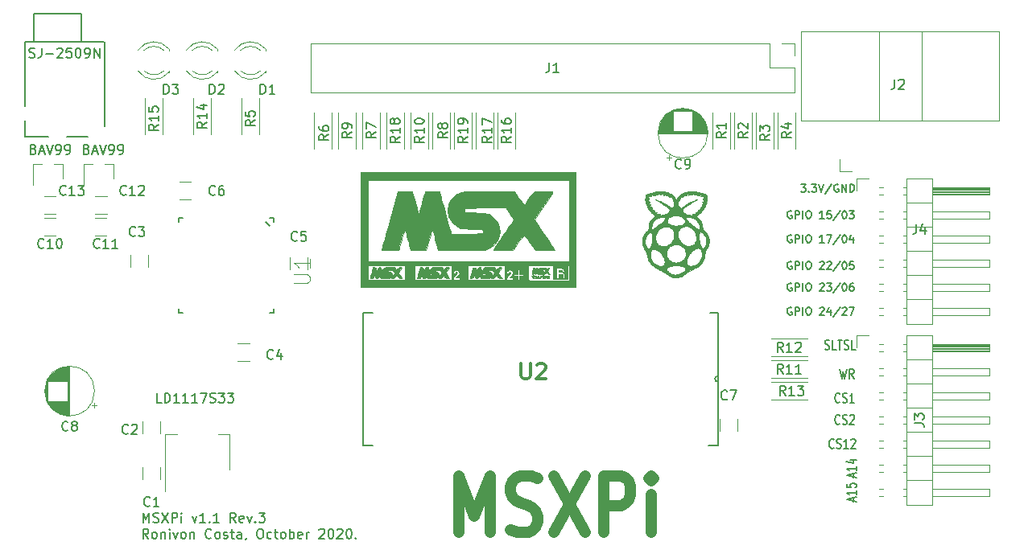
<source format=gbr>
G04 #@! TF.GenerationSoftware,KiCad,Pcbnew,(5.1.5)-3*
G04 #@! TF.CreationDate,2020-10-12T17:18:37+01:00*
G04 #@! TF.ProjectId,MSXPi1,4d535850-6931-42e6-9b69-6361645f7063,rev?*
G04 #@! TF.SameCoordinates,Original*
G04 #@! TF.FileFunction,Legend,Top*
G04 #@! TF.FilePolarity,Positive*
%FSLAX46Y46*%
G04 Gerber Fmt 4.6, Leading zero omitted, Abs format (unit mm)*
G04 Created by KiCad (PCBNEW (5.1.5)-3) date 2020-10-12 17:18:37*
%MOMM*%
%LPD*%
G04 APERTURE LIST*
%ADD10C,1.200000*%
%ADD11C,0.200000*%
%ADD12C,0.010000*%
%ADD13C,0.120000*%
%ADD14C,0.127000*%
%ADD15C,0.152400*%
%ADD16C,0.150000*%
%ADD17C,0.300000*%
%ADD18C,0.015000*%
G04 APERTURE END LIST*
D10*
X141264952Y-120062285D02*
X141264952Y-114062285D01*
X142931619Y-118348000D01*
X144598285Y-114062285D01*
X144598285Y-120062285D01*
X146741142Y-119776571D02*
X147455428Y-120062285D01*
X148645904Y-120062285D01*
X149122095Y-119776571D01*
X149360190Y-119490857D01*
X149598285Y-118919428D01*
X149598285Y-118348000D01*
X149360190Y-117776571D01*
X149122095Y-117490857D01*
X148645904Y-117205142D01*
X147693523Y-116919428D01*
X147217333Y-116633714D01*
X146979238Y-116348000D01*
X146741142Y-115776571D01*
X146741142Y-115205142D01*
X146979238Y-114633714D01*
X147217333Y-114348000D01*
X147693523Y-114062285D01*
X148884000Y-114062285D01*
X149598285Y-114348000D01*
X151264952Y-114062285D02*
X154598285Y-120062285D01*
X154598285Y-114062285D02*
X151264952Y-120062285D01*
X156503047Y-120062285D02*
X156503047Y-114062285D01*
X158407809Y-114062285D01*
X158884000Y-114348000D01*
X159122095Y-114633714D01*
X159360190Y-115205142D01*
X159360190Y-116062285D01*
X159122095Y-116633714D01*
X158884000Y-116919428D01*
X158407809Y-117205142D01*
X156503047Y-117205142D01*
X161503047Y-120062285D02*
X161503047Y-116062285D01*
X161503047Y-114062285D02*
X161264952Y-114348000D01*
X161503047Y-114633714D01*
X161741142Y-114348000D01*
X161503047Y-114062285D01*
X161503047Y-114633714D01*
D11*
X176276380Y-96374000D02*
X176200190Y-96335904D01*
X176085904Y-96335904D01*
X175971619Y-96374000D01*
X175895428Y-96450190D01*
X175857333Y-96526380D01*
X175819238Y-96678761D01*
X175819238Y-96793047D01*
X175857333Y-96945428D01*
X175895428Y-97021619D01*
X175971619Y-97097809D01*
X176085904Y-97135904D01*
X176162095Y-97135904D01*
X176276380Y-97097809D01*
X176314476Y-97059714D01*
X176314476Y-96793047D01*
X176162095Y-96793047D01*
X176657333Y-97135904D02*
X176657333Y-96335904D01*
X176962095Y-96335904D01*
X177038285Y-96374000D01*
X177076380Y-96412095D01*
X177114476Y-96488285D01*
X177114476Y-96602571D01*
X177076380Y-96678761D01*
X177038285Y-96716857D01*
X176962095Y-96754952D01*
X176657333Y-96754952D01*
X177457333Y-97135904D02*
X177457333Y-96335904D01*
X177990666Y-96335904D02*
X178143047Y-96335904D01*
X178219238Y-96374000D01*
X178295428Y-96450190D01*
X178333523Y-96602571D01*
X178333523Y-96869238D01*
X178295428Y-97021619D01*
X178219238Y-97097809D01*
X178143047Y-97135904D01*
X177990666Y-97135904D01*
X177914476Y-97097809D01*
X177838285Y-97021619D01*
X177800190Y-96869238D01*
X177800190Y-96602571D01*
X177838285Y-96450190D01*
X177914476Y-96374000D01*
X177990666Y-96335904D01*
X179247809Y-96412095D02*
X179285904Y-96374000D01*
X179362095Y-96335904D01*
X179552571Y-96335904D01*
X179628761Y-96374000D01*
X179666857Y-96412095D01*
X179704952Y-96488285D01*
X179704952Y-96564476D01*
X179666857Y-96678761D01*
X179209714Y-97135904D01*
X179704952Y-97135904D01*
X180390666Y-96602571D02*
X180390666Y-97135904D01*
X180200190Y-96297809D02*
X180009714Y-96869238D01*
X180504952Y-96869238D01*
X181381142Y-96297809D02*
X180695428Y-97326380D01*
X181609714Y-96412095D02*
X181647809Y-96374000D01*
X181724000Y-96335904D01*
X181914476Y-96335904D01*
X181990666Y-96374000D01*
X182028761Y-96412095D01*
X182066857Y-96488285D01*
X182066857Y-96564476D01*
X182028761Y-96678761D01*
X181571619Y-97135904D01*
X182066857Y-97135904D01*
X182333523Y-96335904D02*
X182866857Y-96335904D01*
X182524000Y-97135904D01*
X176276380Y-93834000D02*
X176200190Y-93795904D01*
X176085904Y-93795904D01*
X175971619Y-93834000D01*
X175895428Y-93910190D01*
X175857333Y-93986380D01*
X175819238Y-94138761D01*
X175819238Y-94253047D01*
X175857333Y-94405428D01*
X175895428Y-94481619D01*
X175971619Y-94557809D01*
X176085904Y-94595904D01*
X176162095Y-94595904D01*
X176276380Y-94557809D01*
X176314476Y-94519714D01*
X176314476Y-94253047D01*
X176162095Y-94253047D01*
X176657333Y-94595904D02*
X176657333Y-93795904D01*
X176962095Y-93795904D01*
X177038285Y-93834000D01*
X177076380Y-93872095D01*
X177114476Y-93948285D01*
X177114476Y-94062571D01*
X177076380Y-94138761D01*
X177038285Y-94176857D01*
X176962095Y-94214952D01*
X176657333Y-94214952D01*
X177457333Y-94595904D02*
X177457333Y-93795904D01*
X177990666Y-93795904D02*
X178143047Y-93795904D01*
X178219238Y-93834000D01*
X178295428Y-93910190D01*
X178333523Y-94062571D01*
X178333523Y-94329238D01*
X178295428Y-94481619D01*
X178219238Y-94557809D01*
X178143047Y-94595904D01*
X177990666Y-94595904D01*
X177914476Y-94557809D01*
X177838285Y-94481619D01*
X177800190Y-94329238D01*
X177800190Y-94062571D01*
X177838285Y-93910190D01*
X177914476Y-93834000D01*
X177990666Y-93795904D01*
X179247809Y-93872095D02*
X179285904Y-93834000D01*
X179362095Y-93795904D01*
X179552571Y-93795904D01*
X179628761Y-93834000D01*
X179666857Y-93872095D01*
X179704952Y-93948285D01*
X179704952Y-94024476D01*
X179666857Y-94138761D01*
X179209714Y-94595904D01*
X179704952Y-94595904D01*
X179971619Y-93795904D02*
X180466857Y-93795904D01*
X180200190Y-94100666D01*
X180314476Y-94100666D01*
X180390666Y-94138761D01*
X180428761Y-94176857D01*
X180466857Y-94253047D01*
X180466857Y-94443523D01*
X180428761Y-94519714D01*
X180390666Y-94557809D01*
X180314476Y-94595904D01*
X180085904Y-94595904D01*
X180009714Y-94557809D01*
X179971619Y-94519714D01*
X181381142Y-93757809D02*
X180695428Y-94786380D01*
X181800190Y-93795904D02*
X181876380Y-93795904D01*
X181952571Y-93834000D01*
X181990666Y-93872095D01*
X182028761Y-93948285D01*
X182066857Y-94100666D01*
X182066857Y-94291142D01*
X182028761Y-94443523D01*
X181990666Y-94519714D01*
X181952571Y-94557809D01*
X181876380Y-94595904D01*
X181800190Y-94595904D01*
X181724000Y-94557809D01*
X181685904Y-94519714D01*
X181647809Y-94443523D01*
X181609714Y-94291142D01*
X181609714Y-94100666D01*
X181647809Y-93948285D01*
X181685904Y-93872095D01*
X181724000Y-93834000D01*
X181800190Y-93795904D01*
X182752571Y-93795904D02*
X182600190Y-93795904D01*
X182524000Y-93834000D01*
X182485904Y-93872095D01*
X182409714Y-93986380D01*
X182371619Y-94138761D01*
X182371619Y-94443523D01*
X182409714Y-94519714D01*
X182447809Y-94557809D01*
X182524000Y-94595904D01*
X182676380Y-94595904D01*
X182752571Y-94557809D01*
X182790666Y-94519714D01*
X182828761Y-94443523D01*
X182828761Y-94253047D01*
X182790666Y-94176857D01*
X182752571Y-94138761D01*
X182676380Y-94100666D01*
X182524000Y-94100666D01*
X182447809Y-94138761D01*
X182409714Y-94176857D01*
X182371619Y-94253047D01*
X176276380Y-91548000D02*
X176200190Y-91509904D01*
X176085904Y-91509904D01*
X175971619Y-91548000D01*
X175895428Y-91624190D01*
X175857333Y-91700380D01*
X175819238Y-91852761D01*
X175819238Y-91967047D01*
X175857333Y-92119428D01*
X175895428Y-92195619D01*
X175971619Y-92271809D01*
X176085904Y-92309904D01*
X176162095Y-92309904D01*
X176276380Y-92271809D01*
X176314476Y-92233714D01*
X176314476Y-91967047D01*
X176162095Y-91967047D01*
X176657333Y-92309904D02*
X176657333Y-91509904D01*
X176962095Y-91509904D01*
X177038285Y-91548000D01*
X177076380Y-91586095D01*
X177114476Y-91662285D01*
X177114476Y-91776571D01*
X177076380Y-91852761D01*
X177038285Y-91890857D01*
X176962095Y-91928952D01*
X176657333Y-91928952D01*
X177457333Y-92309904D02*
X177457333Y-91509904D01*
X177990666Y-91509904D02*
X178143047Y-91509904D01*
X178219238Y-91548000D01*
X178295428Y-91624190D01*
X178333523Y-91776571D01*
X178333523Y-92043238D01*
X178295428Y-92195619D01*
X178219238Y-92271809D01*
X178143047Y-92309904D01*
X177990666Y-92309904D01*
X177914476Y-92271809D01*
X177838285Y-92195619D01*
X177800190Y-92043238D01*
X177800190Y-91776571D01*
X177838285Y-91624190D01*
X177914476Y-91548000D01*
X177990666Y-91509904D01*
X179247809Y-91586095D02*
X179285904Y-91548000D01*
X179362095Y-91509904D01*
X179552571Y-91509904D01*
X179628761Y-91548000D01*
X179666857Y-91586095D01*
X179704952Y-91662285D01*
X179704952Y-91738476D01*
X179666857Y-91852761D01*
X179209714Y-92309904D01*
X179704952Y-92309904D01*
X180009714Y-91586095D02*
X180047809Y-91548000D01*
X180124000Y-91509904D01*
X180314476Y-91509904D01*
X180390666Y-91548000D01*
X180428761Y-91586095D01*
X180466857Y-91662285D01*
X180466857Y-91738476D01*
X180428761Y-91852761D01*
X179971619Y-92309904D01*
X180466857Y-92309904D01*
X181381142Y-91471809D02*
X180695428Y-92500380D01*
X181800190Y-91509904D02*
X181876380Y-91509904D01*
X181952571Y-91548000D01*
X181990666Y-91586095D01*
X182028761Y-91662285D01*
X182066857Y-91814666D01*
X182066857Y-92005142D01*
X182028761Y-92157523D01*
X181990666Y-92233714D01*
X181952571Y-92271809D01*
X181876380Y-92309904D01*
X181800190Y-92309904D01*
X181724000Y-92271809D01*
X181685904Y-92233714D01*
X181647809Y-92157523D01*
X181609714Y-92005142D01*
X181609714Y-91814666D01*
X181647809Y-91662285D01*
X181685904Y-91586095D01*
X181724000Y-91548000D01*
X181800190Y-91509904D01*
X182790666Y-91509904D02*
X182409714Y-91509904D01*
X182371619Y-91890857D01*
X182409714Y-91852761D01*
X182485904Y-91814666D01*
X182676380Y-91814666D01*
X182752571Y-91852761D01*
X182790666Y-91890857D01*
X182828761Y-91967047D01*
X182828761Y-92157523D01*
X182790666Y-92233714D01*
X182752571Y-92271809D01*
X182676380Y-92309904D01*
X182485904Y-92309904D01*
X182409714Y-92271809D01*
X182371619Y-92233714D01*
X176276380Y-88754000D02*
X176200190Y-88715904D01*
X176085904Y-88715904D01*
X175971619Y-88754000D01*
X175895428Y-88830190D01*
X175857333Y-88906380D01*
X175819238Y-89058761D01*
X175819238Y-89173047D01*
X175857333Y-89325428D01*
X175895428Y-89401619D01*
X175971619Y-89477809D01*
X176085904Y-89515904D01*
X176162095Y-89515904D01*
X176276380Y-89477809D01*
X176314476Y-89439714D01*
X176314476Y-89173047D01*
X176162095Y-89173047D01*
X176657333Y-89515904D02*
X176657333Y-88715904D01*
X176962095Y-88715904D01*
X177038285Y-88754000D01*
X177076380Y-88792095D01*
X177114476Y-88868285D01*
X177114476Y-88982571D01*
X177076380Y-89058761D01*
X177038285Y-89096857D01*
X176962095Y-89134952D01*
X176657333Y-89134952D01*
X177457333Y-89515904D02*
X177457333Y-88715904D01*
X177990666Y-88715904D02*
X178143047Y-88715904D01*
X178219238Y-88754000D01*
X178295428Y-88830190D01*
X178333523Y-88982571D01*
X178333523Y-89249238D01*
X178295428Y-89401619D01*
X178219238Y-89477809D01*
X178143047Y-89515904D01*
X177990666Y-89515904D01*
X177914476Y-89477809D01*
X177838285Y-89401619D01*
X177800190Y-89249238D01*
X177800190Y-88982571D01*
X177838285Y-88830190D01*
X177914476Y-88754000D01*
X177990666Y-88715904D01*
X179704952Y-89515904D02*
X179247809Y-89515904D01*
X179476380Y-89515904D02*
X179476380Y-88715904D01*
X179400190Y-88830190D01*
X179324000Y-88906380D01*
X179247809Y-88944476D01*
X179971619Y-88715904D02*
X180504952Y-88715904D01*
X180162095Y-89515904D01*
X181381142Y-88677809D02*
X180695428Y-89706380D01*
X181800190Y-88715904D02*
X181876380Y-88715904D01*
X181952571Y-88754000D01*
X181990666Y-88792095D01*
X182028761Y-88868285D01*
X182066857Y-89020666D01*
X182066857Y-89211142D01*
X182028761Y-89363523D01*
X181990666Y-89439714D01*
X181952571Y-89477809D01*
X181876380Y-89515904D01*
X181800190Y-89515904D01*
X181724000Y-89477809D01*
X181685904Y-89439714D01*
X181647809Y-89363523D01*
X181609714Y-89211142D01*
X181609714Y-89020666D01*
X181647809Y-88868285D01*
X181685904Y-88792095D01*
X181724000Y-88754000D01*
X181800190Y-88715904D01*
X182752571Y-88982571D02*
X182752571Y-89515904D01*
X182562095Y-88677809D02*
X182371619Y-89249238D01*
X182866857Y-89249238D01*
X176276380Y-86214000D02*
X176200190Y-86175904D01*
X176085904Y-86175904D01*
X175971619Y-86214000D01*
X175895428Y-86290190D01*
X175857333Y-86366380D01*
X175819238Y-86518761D01*
X175819238Y-86633047D01*
X175857333Y-86785428D01*
X175895428Y-86861619D01*
X175971619Y-86937809D01*
X176085904Y-86975904D01*
X176162095Y-86975904D01*
X176276380Y-86937809D01*
X176314476Y-86899714D01*
X176314476Y-86633047D01*
X176162095Y-86633047D01*
X176657333Y-86975904D02*
X176657333Y-86175904D01*
X176962095Y-86175904D01*
X177038285Y-86214000D01*
X177076380Y-86252095D01*
X177114476Y-86328285D01*
X177114476Y-86442571D01*
X177076380Y-86518761D01*
X177038285Y-86556857D01*
X176962095Y-86594952D01*
X176657333Y-86594952D01*
X177457333Y-86975904D02*
X177457333Y-86175904D01*
X177990666Y-86175904D02*
X178143047Y-86175904D01*
X178219238Y-86214000D01*
X178295428Y-86290190D01*
X178333523Y-86442571D01*
X178333523Y-86709238D01*
X178295428Y-86861619D01*
X178219238Y-86937809D01*
X178143047Y-86975904D01*
X177990666Y-86975904D01*
X177914476Y-86937809D01*
X177838285Y-86861619D01*
X177800190Y-86709238D01*
X177800190Y-86442571D01*
X177838285Y-86290190D01*
X177914476Y-86214000D01*
X177990666Y-86175904D01*
X179704952Y-86975904D02*
X179247809Y-86975904D01*
X179476380Y-86975904D02*
X179476380Y-86175904D01*
X179400190Y-86290190D01*
X179324000Y-86366380D01*
X179247809Y-86404476D01*
X180428761Y-86175904D02*
X180047809Y-86175904D01*
X180009714Y-86556857D01*
X180047809Y-86518761D01*
X180124000Y-86480666D01*
X180314476Y-86480666D01*
X180390666Y-86518761D01*
X180428761Y-86556857D01*
X180466857Y-86633047D01*
X180466857Y-86823523D01*
X180428761Y-86899714D01*
X180390666Y-86937809D01*
X180314476Y-86975904D01*
X180124000Y-86975904D01*
X180047809Y-86937809D01*
X180009714Y-86899714D01*
X181381142Y-86137809D02*
X180695428Y-87166380D01*
X181800190Y-86175904D02*
X181876380Y-86175904D01*
X181952571Y-86214000D01*
X181990666Y-86252095D01*
X182028761Y-86328285D01*
X182066857Y-86480666D01*
X182066857Y-86671142D01*
X182028761Y-86823523D01*
X181990666Y-86899714D01*
X181952571Y-86937809D01*
X181876380Y-86975904D01*
X181800190Y-86975904D01*
X181724000Y-86937809D01*
X181685904Y-86899714D01*
X181647809Y-86823523D01*
X181609714Y-86671142D01*
X181609714Y-86480666D01*
X181647809Y-86328285D01*
X181685904Y-86252095D01*
X181724000Y-86214000D01*
X181800190Y-86175904D01*
X182333523Y-86175904D02*
X182828761Y-86175904D01*
X182562095Y-86480666D01*
X182676380Y-86480666D01*
X182752571Y-86518761D01*
X182790666Y-86556857D01*
X182828761Y-86633047D01*
X182828761Y-86823523D01*
X182790666Y-86899714D01*
X182752571Y-86937809D01*
X182676380Y-86975904D01*
X182447809Y-86975904D01*
X182371619Y-86937809D01*
X182333523Y-86899714D01*
X177266952Y-83381904D02*
X177762190Y-83381904D01*
X177495523Y-83686666D01*
X177609809Y-83686666D01*
X177686000Y-83724761D01*
X177724095Y-83762857D01*
X177762190Y-83839047D01*
X177762190Y-84029523D01*
X177724095Y-84105714D01*
X177686000Y-84143809D01*
X177609809Y-84181904D01*
X177381238Y-84181904D01*
X177305047Y-84143809D01*
X177266952Y-84105714D01*
X178105047Y-84105714D02*
X178143142Y-84143809D01*
X178105047Y-84181904D01*
X178066952Y-84143809D01*
X178105047Y-84105714D01*
X178105047Y-84181904D01*
X178409809Y-83381904D02*
X178905047Y-83381904D01*
X178638380Y-83686666D01*
X178752666Y-83686666D01*
X178828857Y-83724761D01*
X178866952Y-83762857D01*
X178905047Y-83839047D01*
X178905047Y-84029523D01*
X178866952Y-84105714D01*
X178828857Y-84143809D01*
X178752666Y-84181904D01*
X178524095Y-84181904D01*
X178447904Y-84143809D01*
X178409809Y-84105714D01*
X179133619Y-83381904D02*
X179400285Y-84181904D01*
X179666952Y-83381904D01*
X180505047Y-83343809D02*
X179819333Y-84372380D01*
X181190761Y-83420000D02*
X181114571Y-83381904D01*
X181000285Y-83381904D01*
X180886000Y-83420000D01*
X180809809Y-83496190D01*
X180771714Y-83572380D01*
X180733619Y-83724761D01*
X180733619Y-83839047D01*
X180771714Y-83991428D01*
X180809809Y-84067619D01*
X180886000Y-84143809D01*
X181000285Y-84181904D01*
X181076476Y-84181904D01*
X181190761Y-84143809D01*
X181228857Y-84105714D01*
X181228857Y-83839047D01*
X181076476Y-83839047D01*
X181571714Y-84181904D02*
X181571714Y-83381904D01*
X182028857Y-84181904D01*
X182028857Y-83381904D01*
X182409809Y-84181904D02*
X182409809Y-83381904D01*
X182600285Y-83381904D01*
X182714571Y-83420000D01*
X182790761Y-83496190D01*
X182828857Y-83572380D01*
X182866952Y-83724761D01*
X182866952Y-83839047D01*
X182828857Y-83991428D01*
X182790761Y-84067619D01*
X182714571Y-84143809D01*
X182600285Y-84181904D01*
X182409809Y-84181904D01*
X181375142Y-102830380D02*
X181565619Y-103830380D01*
X181718000Y-103116095D01*
X181870380Y-103830380D01*
X182060857Y-102830380D01*
X182822761Y-103830380D02*
X182556095Y-103354190D01*
X182365619Y-103830380D02*
X182365619Y-102830380D01*
X182670380Y-102830380D01*
X182746571Y-102878000D01*
X182784666Y-102925619D01*
X182822761Y-103020857D01*
X182822761Y-103163714D01*
X182784666Y-103258952D01*
X182746571Y-103306571D01*
X182670380Y-103354190D01*
X182365619Y-103354190D01*
X179794095Y-100734761D02*
X179908380Y-100782380D01*
X180098857Y-100782380D01*
X180175047Y-100734761D01*
X180213142Y-100687142D01*
X180251238Y-100591904D01*
X180251238Y-100496666D01*
X180213142Y-100401428D01*
X180175047Y-100353809D01*
X180098857Y-100306190D01*
X179946476Y-100258571D01*
X179870285Y-100210952D01*
X179832190Y-100163333D01*
X179794095Y-100068095D01*
X179794095Y-99972857D01*
X179832190Y-99877619D01*
X179870285Y-99830000D01*
X179946476Y-99782380D01*
X180136952Y-99782380D01*
X180251238Y-99830000D01*
X180975047Y-100782380D02*
X180594095Y-100782380D01*
X180594095Y-99782380D01*
X181127428Y-99782380D02*
X181584571Y-99782380D01*
X181356000Y-100782380D02*
X181356000Y-99782380D01*
X181813142Y-100734761D02*
X181927428Y-100782380D01*
X182117904Y-100782380D01*
X182194095Y-100734761D01*
X182232190Y-100687142D01*
X182270285Y-100591904D01*
X182270285Y-100496666D01*
X182232190Y-100401428D01*
X182194095Y-100353809D01*
X182117904Y-100306190D01*
X181965523Y-100258571D01*
X181889333Y-100210952D01*
X181851238Y-100163333D01*
X181813142Y-100068095D01*
X181813142Y-99972857D01*
X181851238Y-99877619D01*
X181889333Y-99830000D01*
X181965523Y-99782380D01*
X182156000Y-99782380D01*
X182270285Y-99830000D01*
X182994095Y-100782380D02*
X182613142Y-100782380D01*
X182613142Y-99782380D01*
X108064095Y-118982380D02*
X108064095Y-117982380D01*
X108397428Y-118696666D01*
X108730761Y-117982380D01*
X108730761Y-118982380D01*
X109159333Y-118934761D02*
X109302190Y-118982380D01*
X109540285Y-118982380D01*
X109635523Y-118934761D01*
X109683142Y-118887142D01*
X109730761Y-118791904D01*
X109730761Y-118696666D01*
X109683142Y-118601428D01*
X109635523Y-118553809D01*
X109540285Y-118506190D01*
X109349809Y-118458571D01*
X109254571Y-118410952D01*
X109206952Y-118363333D01*
X109159333Y-118268095D01*
X109159333Y-118172857D01*
X109206952Y-118077619D01*
X109254571Y-118030000D01*
X109349809Y-117982380D01*
X109587904Y-117982380D01*
X109730761Y-118030000D01*
X110064095Y-117982380D02*
X110730761Y-118982380D01*
X110730761Y-117982380D02*
X110064095Y-118982380D01*
X111111714Y-118982380D02*
X111111714Y-117982380D01*
X111492666Y-117982380D01*
X111587904Y-118030000D01*
X111635523Y-118077619D01*
X111683142Y-118172857D01*
X111683142Y-118315714D01*
X111635523Y-118410952D01*
X111587904Y-118458571D01*
X111492666Y-118506190D01*
X111111714Y-118506190D01*
X112111714Y-118982380D02*
X112111714Y-118315714D01*
X112111714Y-117982380D02*
X112064095Y-118030000D01*
X112111714Y-118077619D01*
X112159333Y-118030000D01*
X112111714Y-117982380D01*
X112111714Y-118077619D01*
X113254571Y-118315714D02*
X113492666Y-118982380D01*
X113730761Y-118315714D01*
X114635523Y-118982380D02*
X114064095Y-118982380D01*
X114349809Y-118982380D02*
X114349809Y-117982380D01*
X114254571Y-118125238D01*
X114159333Y-118220476D01*
X114064095Y-118268095D01*
X115064095Y-118887142D02*
X115111714Y-118934761D01*
X115064095Y-118982380D01*
X115016476Y-118934761D01*
X115064095Y-118887142D01*
X115064095Y-118982380D01*
X116064095Y-118982380D02*
X115492666Y-118982380D01*
X115778380Y-118982380D02*
X115778380Y-117982380D01*
X115683142Y-118125238D01*
X115587904Y-118220476D01*
X115492666Y-118268095D01*
X117826000Y-118982380D02*
X117492666Y-118506190D01*
X117254571Y-118982380D02*
X117254571Y-117982380D01*
X117635523Y-117982380D01*
X117730761Y-118030000D01*
X117778380Y-118077619D01*
X117826000Y-118172857D01*
X117826000Y-118315714D01*
X117778380Y-118410952D01*
X117730761Y-118458571D01*
X117635523Y-118506190D01*
X117254571Y-118506190D01*
X118635523Y-118934761D02*
X118540285Y-118982380D01*
X118349809Y-118982380D01*
X118254571Y-118934761D01*
X118206952Y-118839523D01*
X118206952Y-118458571D01*
X118254571Y-118363333D01*
X118349809Y-118315714D01*
X118540285Y-118315714D01*
X118635523Y-118363333D01*
X118683142Y-118458571D01*
X118683142Y-118553809D01*
X118206952Y-118649047D01*
X119016476Y-118315714D02*
X119254571Y-118982380D01*
X119492666Y-118315714D01*
X119873619Y-118887142D02*
X119921238Y-118934761D01*
X119873619Y-118982380D01*
X119826000Y-118934761D01*
X119873619Y-118887142D01*
X119873619Y-118982380D01*
X120254571Y-117982380D02*
X120873619Y-117982380D01*
X120540285Y-118363333D01*
X120683142Y-118363333D01*
X120778380Y-118410952D01*
X120826000Y-118458571D01*
X120873619Y-118553809D01*
X120873619Y-118791904D01*
X120826000Y-118887142D01*
X120778380Y-118934761D01*
X120683142Y-118982380D01*
X120397428Y-118982380D01*
X120302190Y-118934761D01*
X120254571Y-118887142D01*
X108635523Y-120682380D02*
X108302190Y-120206190D01*
X108064095Y-120682380D02*
X108064095Y-119682380D01*
X108445047Y-119682380D01*
X108540285Y-119730000D01*
X108587904Y-119777619D01*
X108635523Y-119872857D01*
X108635523Y-120015714D01*
X108587904Y-120110952D01*
X108540285Y-120158571D01*
X108445047Y-120206190D01*
X108064095Y-120206190D01*
X109206952Y-120682380D02*
X109111714Y-120634761D01*
X109064095Y-120587142D01*
X109016476Y-120491904D01*
X109016476Y-120206190D01*
X109064095Y-120110952D01*
X109111714Y-120063333D01*
X109206952Y-120015714D01*
X109349809Y-120015714D01*
X109445047Y-120063333D01*
X109492666Y-120110952D01*
X109540285Y-120206190D01*
X109540285Y-120491904D01*
X109492666Y-120587142D01*
X109445047Y-120634761D01*
X109349809Y-120682380D01*
X109206952Y-120682380D01*
X109968857Y-120015714D02*
X109968857Y-120682380D01*
X109968857Y-120110952D02*
X110016476Y-120063333D01*
X110111714Y-120015714D01*
X110254571Y-120015714D01*
X110349809Y-120063333D01*
X110397428Y-120158571D01*
X110397428Y-120682380D01*
X110873619Y-120682380D02*
X110873619Y-120015714D01*
X110873619Y-119682380D02*
X110826000Y-119730000D01*
X110873619Y-119777619D01*
X110921238Y-119730000D01*
X110873619Y-119682380D01*
X110873619Y-119777619D01*
X111254571Y-120015714D02*
X111492666Y-120682380D01*
X111730761Y-120015714D01*
X112254571Y-120682380D02*
X112159333Y-120634761D01*
X112111714Y-120587142D01*
X112064095Y-120491904D01*
X112064095Y-120206190D01*
X112111714Y-120110952D01*
X112159333Y-120063333D01*
X112254571Y-120015714D01*
X112397428Y-120015714D01*
X112492666Y-120063333D01*
X112540285Y-120110952D01*
X112587904Y-120206190D01*
X112587904Y-120491904D01*
X112540285Y-120587142D01*
X112492666Y-120634761D01*
X112397428Y-120682380D01*
X112254571Y-120682380D01*
X113016476Y-120015714D02*
X113016476Y-120682380D01*
X113016476Y-120110952D02*
X113064095Y-120063333D01*
X113159333Y-120015714D01*
X113302190Y-120015714D01*
X113397428Y-120063333D01*
X113445047Y-120158571D01*
X113445047Y-120682380D01*
X115254571Y-120587142D02*
X115206952Y-120634761D01*
X115064095Y-120682380D01*
X114968857Y-120682380D01*
X114826000Y-120634761D01*
X114730761Y-120539523D01*
X114683142Y-120444285D01*
X114635523Y-120253809D01*
X114635523Y-120110952D01*
X114683142Y-119920476D01*
X114730761Y-119825238D01*
X114826000Y-119730000D01*
X114968857Y-119682380D01*
X115064095Y-119682380D01*
X115206952Y-119730000D01*
X115254571Y-119777619D01*
X115826000Y-120682380D02*
X115730761Y-120634761D01*
X115683142Y-120587142D01*
X115635523Y-120491904D01*
X115635523Y-120206190D01*
X115683142Y-120110952D01*
X115730761Y-120063333D01*
X115826000Y-120015714D01*
X115968857Y-120015714D01*
X116064095Y-120063333D01*
X116111714Y-120110952D01*
X116159333Y-120206190D01*
X116159333Y-120491904D01*
X116111714Y-120587142D01*
X116064095Y-120634761D01*
X115968857Y-120682380D01*
X115826000Y-120682380D01*
X116540285Y-120634761D02*
X116635523Y-120682380D01*
X116826000Y-120682380D01*
X116921238Y-120634761D01*
X116968857Y-120539523D01*
X116968857Y-120491904D01*
X116921238Y-120396666D01*
X116826000Y-120349047D01*
X116683142Y-120349047D01*
X116587904Y-120301428D01*
X116540285Y-120206190D01*
X116540285Y-120158571D01*
X116587904Y-120063333D01*
X116683142Y-120015714D01*
X116826000Y-120015714D01*
X116921238Y-120063333D01*
X117254571Y-120015714D02*
X117635523Y-120015714D01*
X117397428Y-119682380D02*
X117397428Y-120539523D01*
X117445047Y-120634761D01*
X117540285Y-120682380D01*
X117635523Y-120682380D01*
X118397428Y-120682380D02*
X118397428Y-120158571D01*
X118349809Y-120063333D01*
X118254571Y-120015714D01*
X118064095Y-120015714D01*
X117968857Y-120063333D01*
X118397428Y-120634761D02*
X118302190Y-120682380D01*
X118064095Y-120682380D01*
X117968857Y-120634761D01*
X117921238Y-120539523D01*
X117921238Y-120444285D01*
X117968857Y-120349047D01*
X118064095Y-120301428D01*
X118302190Y-120301428D01*
X118397428Y-120253809D01*
X118921238Y-120634761D02*
X118921238Y-120682380D01*
X118873619Y-120777619D01*
X118826000Y-120825238D01*
X120302190Y-119682380D02*
X120492666Y-119682380D01*
X120587904Y-119730000D01*
X120683142Y-119825238D01*
X120730761Y-120015714D01*
X120730761Y-120349047D01*
X120683142Y-120539523D01*
X120587904Y-120634761D01*
X120492666Y-120682380D01*
X120302190Y-120682380D01*
X120206952Y-120634761D01*
X120111714Y-120539523D01*
X120064095Y-120349047D01*
X120064095Y-120015714D01*
X120111714Y-119825238D01*
X120206952Y-119730000D01*
X120302190Y-119682380D01*
X121587904Y-120634761D02*
X121492666Y-120682380D01*
X121302190Y-120682380D01*
X121206952Y-120634761D01*
X121159333Y-120587142D01*
X121111714Y-120491904D01*
X121111714Y-120206190D01*
X121159333Y-120110952D01*
X121206952Y-120063333D01*
X121302190Y-120015714D01*
X121492666Y-120015714D01*
X121587904Y-120063333D01*
X121873619Y-120015714D02*
X122254571Y-120015714D01*
X122016476Y-119682380D02*
X122016476Y-120539523D01*
X122064095Y-120634761D01*
X122159333Y-120682380D01*
X122254571Y-120682380D01*
X122730761Y-120682380D02*
X122635523Y-120634761D01*
X122587904Y-120587142D01*
X122540285Y-120491904D01*
X122540285Y-120206190D01*
X122587904Y-120110952D01*
X122635523Y-120063333D01*
X122730761Y-120015714D01*
X122873619Y-120015714D01*
X122968857Y-120063333D01*
X123016476Y-120110952D01*
X123064095Y-120206190D01*
X123064095Y-120491904D01*
X123016476Y-120587142D01*
X122968857Y-120634761D01*
X122873619Y-120682380D01*
X122730761Y-120682380D01*
X123492666Y-120682380D02*
X123492666Y-119682380D01*
X123492666Y-120063333D02*
X123587904Y-120015714D01*
X123778380Y-120015714D01*
X123873619Y-120063333D01*
X123921238Y-120110952D01*
X123968857Y-120206190D01*
X123968857Y-120491904D01*
X123921238Y-120587142D01*
X123873619Y-120634761D01*
X123778380Y-120682380D01*
X123587904Y-120682380D01*
X123492666Y-120634761D01*
X124778380Y-120634761D02*
X124683142Y-120682380D01*
X124492666Y-120682380D01*
X124397428Y-120634761D01*
X124349809Y-120539523D01*
X124349809Y-120158571D01*
X124397428Y-120063333D01*
X124492666Y-120015714D01*
X124683142Y-120015714D01*
X124778380Y-120063333D01*
X124826000Y-120158571D01*
X124826000Y-120253809D01*
X124349809Y-120349047D01*
X125254571Y-120682380D02*
X125254571Y-120015714D01*
X125254571Y-120206190D02*
X125302190Y-120110952D01*
X125349809Y-120063333D01*
X125445047Y-120015714D01*
X125540285Y-120015714D01*
X126587904Y-119777619D02*
X126635523Y-119730000D01*
X126730761Y-119682380D01*
X126968857Y-119682380D01*
X127064095Y-119730000D01*
X127111714Y-119777619D01*
X127159333Y-119872857D01*
X127159333Y-119968095D01*
X127111714Y-120110952D01*
X126540285Y-120682380D01*
X127159333Y-120682380D01*
X127778380Y-119682380D02*
X127873619Y-119682380D01*
X127968857Y-119730000D01*
X128016476Y-119777619D01*
X128064095Y-119872857D01*
X128111714Y-120063333D01*
X128111714Y-120301428D01*
X128064095Y-120491904D01*
X128016476Y-120587142D01*
X127968857Y-120634761D01*
X127873619Y-120682380D01*
X127778380Y-120682380D01*
X127683142Y-120634761D01*
X127635523Y-120587142D01*
X127587904Y-120491904D01*
X127540285Y-120301428D01*
X127540285Y-120063333D01*
X127587904Y-119872857D01*
X127635523Y-119777619D01*
X127683142Y-119730000D01*
X127778380Y-119682380D01*
X128492666Y-119777619D02*
X128540285Y-119730000D01*
X128635523Y-119682380D01*
X128873619Y-119682380D01*
X128968857Y-119730000D01*
X129016476Y-119777619D01*
X129064095Y-119872857D01*
X129064095Y-119968095D01*
X129016476Y-120110952D01*
X128445047Y-120682380D01*
X129064095Y-120682380D01*
X129683142Y-119682380D02*
X129778380Y-119682380D01*
X129873619Y-119730000D01*
X129921238Y-119777619D01*
X129968857Y-119872857D01*
X130016476Y-120063333D01*
X130016476Y-120301428D01*
X129968857Y-120491904D01*
X129921238Y-120587142D01*
X129873619Y-120634761D01*
X129778380Y-120682380D01*
X129683142Y-120682380D01*
X129587904Y-120634761D01*
X129540285Y-120587142D01*
X129492666Y-120491904D01*
X129445047Y-120301428D01*
X129445047Y-120063333D01*
X129492666Y-119872857D01*
X129540285Y-119777619D01*
X129587904Y-119730000D01*
X129683142Y-119682380D01*
X130445047Y-120587142D02*
X130492666Y-120634761D01*
X130445047Y-120682380D01*
X130397428Y-120634761D01*
X130445047Y-120587142D01*
X130445047Y-120682380D01*
X180714761Y-111101142D02*
X180676666Y-111148761D01*
X180562380Y-111196380D01*
X180486190Y-111196380D01*
X180371904Y-111148761D01*
X180295714Y-111053523D01*
X180257619Y-110958285D01*
X180219523Y-110767809D01*
X180219523Y-110624952D01*
X180257619Y-110434476D01*
X180295714Y-110339238D01*
X180371904Y-110244000D01*
X180486190Y-110196380D01*
X180562380Y-110196380D01*
X180676666Y-110244000D01*
X180714761Y-110291619D01*
X181019523Y-111148761D02*
X181133809Y-111196380D01*
X181324285Y-111196380D01*
X181400476Y-111148761D01*
X181438571Y-111101142D01*
X181476666Y-111005904D01*
X181476666Y-110910666D01*
X181438571Y-110815428D01*
X181400476Y-110767809D01*
X181324285Y-110720190D01*
X181171904Y-110672571D01*
X181095714Y-110624952D01*
X181057619Y-110577333D01*
X181019523Y-110482095D01*
X181019523Y-110386857D01*
X181057619Y-110291619D01*
X181095714Y-110244000D01*
X181171904Y-110196380D01*
X181362380Y-110196380D01*
X181476666Y-110244000D01*
X182238571Y-111196380D02*
X181781428Y-111196380D01*
X182010000Y-111196380D02*
X182010000Y-110196380D01*
X181933809Y-110339238D01*
X181857619Y-110434476D01*
X181781428Y-110482095D01*
X182543333Y-110291619D02*
X182581428Y-110244000D01*
X182657619Y-110196380D01*
X182848095Y-110196380D01*
X182924285Y-110244000D01*
X182962380Y-110291619D01*
X183000476Y-110386857D01*
X183000476Y-110482095D01*
X182962380Y-110624952D01*
X182505238Y-111196380D01*
X183000476Y-111196380D01*
X181349714Y-108561142D02*
X181311619Y-108608761D01*
X181197333Y-108656380D01*
X181121142Y-108656380D01*
X181006857Y-108608761D01*
X180930666Y-108513523D01*
X180892571Y-108418285D01*
X180854476Y-108227809D01*
X180854476Y-108084952D01*
X180892571Y-107894476D01*
X180930666Y-107799238D01*
X181006857Y-107704000D01*
X181121142Y-107656380D01*
X181197333Y-107656380D01*
X181311619Y-107704000D01*
X181349714Y-107751619D01*
X181654476Y-108608761D02*
X181768761Y-108656380D01*
X181959238Y-108656380D01*
X182035428Y-108608761D01*
X182073523Y-108561142D01*
X182111619Y-108465904D01*
X182111619Y-108370666D01*
X182073523Y-108275428D01*
X182035428Y-108227809D01*
X181959238Y-108180190D01*
X181806857Y-108132571D01*
X181730666Y-108084952D01*
X181692571Y-108037333D01*
X181654476Y-107942095D01*
X181654476Y-107846857D01*
X181692571Y-107751619D01*
X181730666Y-107704000D01*
X181806857Y-107656380D01*
X181997333Y-107656380D01*
X182111619Y-107704000D01*
X182416380Y-107751619D02*
X182454476Y-107704000D01*
X182530666Y-107656380D01*
X182721142Y-107656380D01*
X182797333Y-107704000D01*
X182835428Y-107751619D01*
X182873523Y-107846857D01*
X182873523Y-107942095D01*
X182835428Y-108084952D01*
X182378285Y-108656380D01*
X182873523Y-108656380D01*
X181349714Y-106275142D02*
X181311619Y-106322761D01*
X181197333Y-106370380D01*
X181121142Y-106370380D01*
X181006857Y-106322761D01*
X180930666Y-106227523D01*
X180892571Y-106132285D01*
X180854476Y-105941809D01*
X180854476Y-105798952D01*
X180892571Y-105608476D01*
X180930666Y-105513238D01*
X181006857Y-105418000D01*
X181121142Y-105370380D01*
X181197333Y-105370380D01*
X181311619Y-105418000D01*
X181349714Y-105465619D01*
X181654476Y-106322761D02*
X181768761Y-106370380D01*
X181959238Y-106370380D01*
X182035428Y-106322761D01*
X182073523Y-106275142D01*
X182111619Y-106179904D01*
X182111619Y-106084666D01*
X182073523Y-105989428D01*
X182035428Y-105941809D01*
X181959238Y-105894190D01*
X181806857Y-105846571D01*
X181730666Y-105798952D01*
X181692571Y-105751333D01*
X181654476Y-105656095D01*
X181654476Y-105560857D01*
X181692571Y-105465619D01*
X181730666Y-105418000D01*
X181806857Y-105370380D01*
X181997333Y-105370380D01*
X182111619Y-105418000D01*
X182873523Y-106370380D02*
X182416380Y-106370380D01*
X182644952Y-106370380D02*
X182644952Y-105370380D01*
X182568761Y-105513238D01*
X182492571Y-105608476D01*
X182416380Y-105656095D01*
X182792666Y-116776380D02*
X182792666Y-116395428D01*
X183078380Y-116852571D02*
X182078380Y-116585904D01*
X183078380Y-116319238D01*
X183078380Y-115633523D02*
X183078380Y-116090666D01*
X183078380Y-115862095D02*
X182078380Y-115862095D01*
X182221238Y-115938285D01*
X182316476Y-116014476D01*
X182364095Y-116090666D01*
X182078380Y-114909714D02*
X182078380Y-115290666D01*
X182554571Y-115328761D01*
X182506952Y-115290666D01*
X182459333Y-115214476D01*
X182459333Y-115024000D01*
X182506952Y-114947809D01*
X182554571Y-114909714D01*
X182649809Y-114871619D01*
X182887904Y-114871619D01*
X182983142Y-114909714D01*
X183030761Y-114947809D01*
X183078380Y-115024000D01*
X183078380Y-115214476D01*
X183030761Y-115290666D01*
X182983142Y-115328761D01*
X182792666Y-114236380D02*
X182792666Y-113855428D01*
X183078380Y-114312571D02*
X182078380Y-114045904D01*
X183078380Y-113779238D01*
X183078380Y-113093523D02*
X183078380Y-113550666D01*
X183078380Y-113322095D02*
X182078380Y-113322095D01*
X182221238Y-113398285D01*
X182316476Y-113474476D01*
X182364095Y-113550666D01*
X182411714Y-112407809D02*
X183078380Y-112407809D01*
X182030761Y-112598285D02*
X182745047Y-112788761D01*
X182745047Y-112293523D01*
D12*
G36*
X165836626Y-84105671D02*
G01*
X165883120Y-84123989D01*
X165908612Y-84137655D01*
X165931231Y-84142119D01*
X165961061Y-84137982D01*
X165991070Y-84130442D01*
X166078388Y-84114711D01*
X166158870Y-84114671D01*
X166226635Y-84130162D01*
X166242644Y-84137318D01*
X166274875Y-84155656D01*
X166296544Y-84171461D01*
X166300037Y-84175418D01*
X166315870Y-84181875D01*
X166349798Y-84186497D01*
X166394533Y-84188299D01*
X166395322Y-84188299D01*
X166468411Y-84192118D01*
X166523225Y-84204731D01*
X166565890Y-84227878D01*
X166581706Y-84241202D01*
X166602491Y-84255432D01*
X166632038Y-84264313D01*
X166676925Y-84269393D01*
X166708706Y-84271053D01*
X166796953Y-84277536D01*
X166865475Y-84290000D01*
X166919580Y-84310142D01*
X166964579Y-84339659D01*
X166986785Y-84359916D01*
X167019949Y-84390555D01*
X167044865Y-84405367D01*
X167069252Y-84408281D01*
X167079575Y-84407147D01*
X167158732Y-84407013D01*
X167231661Y-84428812D01*
X167293751Y-84470298D01*
X167340391Y-84529227D01*
X167343996Y-84535930D01*
X167359938Y-84587296D01*
X167364230Y-84649232D01*
X167356850Y-84709723D01*
X167344394Y-84745442D01*
X167331335Y-84774955D01*
X167331381Y-84795418D01*
X167345566Y-84819963D01*
X167350856Y-84827452D01*
X167372384Y-84872924D01*
X167382890Y-84935719D01*
X167383410Y-84943409D01*
X167384127Y-84992107D01*
X167377440Y-85031232D01*
X167360545Y-85073601D01*
X167350459Y-85094017D01*
X167329808Y-85137742D01*
X167320449Y-85169195D01*
X167320397Y-85197760D01*
X167324187Y-85218216D01*
X167328374Y-85285977D01*
X167309905Y-85354950D01*
X167268014Y-85427432D01*
X167244450Y-85458018D01*
X167222425Y-85489466D01*
X167211541Y-85521285D01*
X167208257Y-85564863D01*
X167208200Y-85574666D01*
X167205169Y-85634492D01*
X167193508Y-85680904D01*
X167169360Y-85723358D01*
X167128869Y-85771308D01*
X167127319Y-85772975D01*
X167093509Y-85813022D01*
X167074232Y-85848128D01*
X167064004Y-85888982D01*
X167062491Y-85899303D01*
X167046701Y-85960594D01*
X167015032Y-86016761D01*
X166964542Y-86071862D01*
X166898447Y-86125460D01*
X166853973Y-86160030D01*
X166827739Y-86185992D01*
X166816033Y-86207507D01*
X166814434Y-86219574D01*
X166805354Y-86258457D01*
X166781875Y-86304057D01*
X166749449Y-86347244D01*
X166723644Y-86371698D01*
X166694390Y-86390948D01*
X166651762Y-86414865D01*
X166610802Y-86435450D01*
X166564440Y-86459681D01*
X166535154Y-86482283D01*
X166515832Y-86509372D01*
X166509365Y-86522687D01*
X166471308Y-86577816D01*
X166411274Y-86625223D01*
X166331917Y-86663382D01*
X166235892Y-86690769D01*
X166207368Y-86696132D01*
X166174751Y-86703617D01*
X166155930Y-86711759D01*
X166154100Y-86714499D01*
X166164120Y-86725005D01*
X166190931Y-86745200D01*
X166229654Y-86771516D01*
X166249902Y-86784555D01*
X166325610Y-86838425D01*
X166408176Y-86907079D01*
X166490608Y-86984007D01*
X166565913Y-87062703D01*
X166624337Y-87132985D01*
X166680178Y-87216338D01*
X166735818Y-87316241D01*
X166787166Y-87424142D01*
X166830132Y-87531490D01*
X166859064Y-87623650D01*
X166874228Y-87691871D01*
X166888479Y-87773709D01*
X166899916Y-87857400D01*
X166905046Y-87908492D01*
X166913927Y-87995580D01*
X166925999Y-88062495D01*
X166943602Y-88114450D01*
X166969077Y-88156658D01*
X167004765Y-88194331D01*
X167049450Y-88230070D01*
X167181780Y-88342703D01*
X167300754Y-88474360D01*
X167403307Y-88620848D01*
X167486375Y-88777971D01*
X167529909Y-88887988D01*
X167577713Y-89065797D01*
X167601169Y-89247008D01*
X167600651Y-89429188D01*
X167576532Y-89609904D01*
X167529185Y-89786722D01*
X167458982Y-89957209D01*
X167366297Y-90118931D01*
X167334054Y-90165527D01*
X167303015Y-90209716D01*
X167280002Y-90246906D01*
X167262122Y-90283769D01*
X167246480Y-90326974D01*
X167230184Y-90383194D01*
X167215620Y-90438577D01*
X167197734Y-90506287D01*
X167180120Y-90570188D01*
X167164648Y-90623669D01*
X167153189Y-90660118D01*
X167151927Y-90663721D01*
X167141244Y-90706953D01*
X167134011Y-90761938D01*
X167132000Y-90804933D01*
X167121488Y-90951254D01*
X167091116Y-91105589D01*
X167042629Y-91262596D01*
X166977772Y-91416934D01*
X166898292Y-91563260D01*
X166869471Y-91608399D01*
X166769717Y-91738330D01*
X166649614Y-91860920D01*
X166513945Y-91972501D01*
X166367495Y-92069406D01*
X166215048Y-92147966D01*
X166113544Y-92187960D01*
X166076362Y-92204413D01*
X166025253Y-92231972D01*
X165966862Y-92266844D01*
X165907833Y-92305233D01*
X165905916Y-92306540D01*
X165681862Y-92446404D01*
X165444259Y-92570038D01*
X165387554Y-92596133D01*
X165323634Y-92626437D01*
X165274386Y-92654871D01*
X165230473Y-92687847D01*
X165182555Y-92731779D01*
X165165304Y-92748747D01*
X165015910Y-92880924D01*
X164857687Y-92989298D01*
X164690444Y-93073952D01*
X164513994Y-93134967D01*
X164328146Y-93172426D01*
X164160200Y-93185875D01*
X164093273Y-93187251D01*
X164032443Y-93187637D01*
X163983806Y-93187053D01*
X163953457Y-93185519D01*
X163950650Y-93185179D01*
X163916939Y-93179922D01*
X163870363Y-93172122D01*
X163836350Y-93166183D01*
X163663200Y-93123147D01*
X163492614Y-93057190D01*
X163329162Y-92970713D01*
X163177416Y-92866115D01*
X163048950Y-92752832D01*
X163006630Y-92713224D01*
X162966863Y-92683478D01*
X162921005Y-92658128D01*
X162860415Y-92631710D01*
X162852100Y-92628352D01*
X162743182Y-92581042D01*
X162625896Y-92523890D01*
X162505934Y-92460123D01*
X162388988Y-92392972D01*
X162328371Y-92355276D01*
X163120265Y-92355276D01*
X163123208Y-92370236D01*
X163139345Y-92403943D01*
X163171731Y-92448799D01*
X163216437Y-92500526D01*
X163269535Y-92554843D01*
X163327096Y-92607473D01*
X163380960Y-92650981D01*
X163529973Y-92748717D01*
X163684531Y-92822067D01*
X163846282Y-92871741D01*
X163927956Y-92887543D01*
X164008813Y-92895142D01*
X164104851Y-92896051D01*
X164206904Y-92890823D01*
X164305807Y-92880009D01*
X164392396Y-92864163D01*
X164415896Y-92858150D01*
X164581982Y-92798782D01*
X164736867Y-92717173D01*
X164878425Y-92614756D01*
X165004527Y-92492965D01*
X165063689Y-92421930D01*
X165104119Y-92355729D01*
X165120036Y-92293514D01*
X165111328Y-92235129D01*
X165077885Y-92180420D01*
X165019596Y-92129232D01*
X164936350Y-92081411D01*
X164828038Y-92036800D01*
X164776150Y-92019335D01*
X164678790Y-91991551D01*
X164580809Y-91970739D01*
X164476832Y-91956249D01*
X164361486Y-91947435D01*
X164229395Y-91943646D01*
X164147500Y-91943471D01*
X164045077Y-91944609D01*
X163961935Y-91947106D01*
X163891970Y-91951394D01*
X163829078Y-91957906D01*
X163767156Y-91967076D01*
X163734750Y-91972775D01*
X163594812Y-92003398D01*
X163470107Y-92040753D01*
X163362037Y-92083932D01*
X163272004Y-92132021D01*
X163201408Y-92184111D01*
X163151652Y-92239291D01*
X163124137Y-92296650D01*
X163120265Y-92355276D01*
X162328371Y-92355276D01*
X162280753Y-92325664D01*
X162186919Y-92261429D01*
X162134550Y-92221398D01*
X162098235Y-92196198D01*
X162048166Y-92166826D01*
X161994027Y-92138892D01*
X161983653Y-92134013D01*
X161815818Y-92042816D01*
X161662352Y-91931554D01*
X161524622Y-91801982D01*
X161403995Y-91655857D01*
X161301837Y-91494934D01*
X161219516Y-91320967D01*
X161158398Y-91135712D01*
X161137949Y-91048014D01*
X161123357Y-90984977D01*
X161105956Y-90922497D01*
X161088650Y-90870625D01*
X161081874Y-90853889D01*
X161061979Y-90804292D01*
X161052364Y-90777553D01*
X161405744Y-90777553D01*
X161408740Y-90866601D01*
X161416406Y-90946112D01*
X161422489Y-90982322D01*
X161469945Y-91155824D01*
X161538951Y-91317470D01*
X161628219Y-91465695D01*
X161736458Y-91598936D01*
X161862381Y-91715628D01*
X162004698Y-91814209D01*
X162162121Y-91893115D01*
X162178728Y-91899896D01*
X162287068Y-91937127D01*
X162396036Y-91963296D01*
X162500905Y-91977921D01*
X162596945Y-91980520D01*
X162679429Y-91970609D01*
X162726898Y-91955832D01*
X162771022Y-91928186D01*
X162818334Y-91884664D01*
X162862444Y-91832707D01*
X162896961Y-91779754D01*
X162914539Y-91737399D01*
X162935327Y-91602877D01*
X162931592Y-91461960D01*
X162903357Y-91314785D01*
X162850646Y-91161492D01*
X162800098Y-91052382D01*
X162750490Y-90958138D01*
X162705233Y-90880271D01*
X162659306Y-90811550D01*
X162607687Y-90744744D01*
X162555489Y-90684350D01*
X163112738Y-90684350D01*
X163114225Y-90778400D01*
X163120076Y-90854621D01*
X163131859Y-90920427D01*
X163151142Y-90983234D01*
X163179495Y-91050459D01*
X163198563Y-91090068D01*
X163273347Y-91213253D01*
X163368492Y-91324992D01*
X163480636Y-91422910D01*
X163606415Y-91504630D01*
X163742464Y-91567775D01*
X163885422Y-91609969D01*
X163950650Y-91621425D01*
X164011161Y-91626682D01*
X164086369Y-91628679D01*
X164167749Y-91627631D01*
X164246773Y-91623751D01*
X164314916Y-91617254D01*
X164351182Y-91611348D01*
X164506837Y-91566862D01*
X164619137Y-91516409D01*
X165254208Y-91516409D01*
X165256729Y-91580253D01*
X165261651Y-91641209D01*
X165268870Y-91697274D01*
X165277253Y-91740662D01*
X165282649Y-91758053D01*
X165330668Y-91843741D01*
X165394299Y-91909395D01*
X165473535Y-91955009D01*
X165528427Y-91972722D01*
X165579712Y-91979086D01*
X165648767Y-91978860D01*
X165728986Y-91972592D01*
X165813763Y-91960827D01*
X165896492Y-91944114D01*
X165907959Y-91941303D01*
X166076191Y-91886401D01*
X166231806Y-91810059D01*
X166373426Y-91713612D01*
X166499674Y-91598399D01*
X166609172Y-91465757D01*
X166700543Y-91317023D01*
X166772410Y-91153534D01*
X166797265Y-91078050D01*
X166810299Y-91031926D01*
X166819582Y-90991162D01*
X166825773Y-90949686D01*
X166829531Y-90901426D01*
X166831515Y-90840313D01*
X166832385Y-90760273D01*
X166832419Y-90754200D01*
X166832405Y-90670821D01*
X166830984Y-90606820D01*
X166827625Y-90556186D01*
X166821798Y-90512913D01*
X166812974Y-90470991D01*
X166804572Y-90438658D01*
X166768286Y-90328183D01*
X166725392Y-90241046D01*
X166674228Y-90175668D01*
X166613131Y-90130473D01*
X166540437Y-90103884D01*
X166454484Y-90094322D01*
X166441428Y-90094252D01*
X166318582Y-90107568D01*
X166194588Y-90145860D01*
X166070192Y-90208776D01*
X165946135Y-90295963D01*
X165862000Y-90369263D01*
X165834247Y-90393799D01*
X165813950Y-90408900D01*
X165808691Y-90411189D01*
X165792206Y-90421407D01*
X165764266Y-90449633D01*
X165727293Y-90492599D01*
X165683704Y-90547036D01*
X165635918Y-90609675D01*
X165586353Y-90677247D01*
X165537430Y-90746485D01*
X165491566Y-90814117D01*
X165451180Y-90876877D01*
X165418691Y-90931495D01*
X165405435Y-90956154D01*
X165361919Y-91052545D01*
X165321402Y-91162854D01*
X165287903Y-91275620D01*
X165275838Y-91325700D01*
X165262461Y-91394070D01*
X165255549Y-91453664D01*
X165254208Y-91516409D01*
X164619137Y-91516409D01*
X164650457Y-91502338D01*
X164780295Y-91419518D01*
X164894607Y-91320145D01*
X164991646Y-91205960D01*
X165069666Y-91078706D01*
X165126922Y-90940124D01*
X165159694Y-90804511D01*
X165168651Y-90746042D01*
X165173174Y-90700482D01*
X165173237Y-90658542D01*
X165168816Y-90610929D01*
X165159885Y-90548355D01*
X165158981Y-90542463D01*
X165123775Y-90394714D01*
X165065512Y-90257142D01*
X164984846Y-90130825D01*
X164882436Y-90016839D01*
X164792510Y-89940664D01*
X164668623Y-89858389D01*
X164541889Y-89797955D01*
X164407963Y-89757980D01*
X164262499Y-89737077D01*
X164141150Y-89733098D01*
X164024244Y-89737732D01*
X163922579Y-89751154D01*
X163827088Y-89775540D01*
X163728708Y-89813067D01*
X163645850Y-89852004D01*
X163514848Y-89927234D01*
X163404533Y-90013151D01*
X163311177Y-90113442D01*
X163231051Y-90231794D01*
X163195740Y-90297000D01*
X163163590Y-90364262D01*
X163140831Y-90423027D01*
X163125916Y-90480507D01*
X163117301Y-90543919D01*
X163113439Y-90620474D01*
X163112738Y-90684350D01*
X162555489Y-90684350D01*
X162545353Y-90672623D01*
X162507486Y-90631106D01*
X162387655Y-90510042D01*
X162272605Y-90412277D01*
X162160259Y-90336654D01*
X162048538Y-90282015D01*
X161935363Y-90247202D01*
X161818658Y-90231060D01*
X161786802Y-90229763D01*
X161726029Y-90229321D01*
X161683302Y-90231794D01*
X161651332Y-90238243D01*
X161622832Y-90249730D01*
X161612221Y-90255194D01*
X161550278Y-90299783D01*
X161494083Y-90361003D01*
X161450945Y-90430134D01*
X161436660Y-90464637D01*
X161422875Y-90522509D01*
X161413001Y-90598574D01*
X161407228Y-90685900D01*
X161405744Y-90777553D01*
X161052364Y-90777553D01*
X161037825Y-90737124D01*
X161011655Y-90659366D01*
X160985708Y-90578002D01*
X160962226Y-90500015D01*
X160943450Y-90432387D01*
X160933715Y-90392250D01*
X160914025Y-90329744D01*
X160886549Y-90280690D01*
X160882101Y-90275203D01*
X160800525Y-90166379D01*
X160725816Y-90039865D01*
X160661936Y-89903204D01*
X160612848Y-89763941D01*
X160612003Y-89761035D01*
X160573938Y-89584931D01*
X160559535Y-89404418D01*
X160562163Y-89349780D01*
X160850353Y-89349780D01*
X160853707Y-89477858D01*
X160856877Y-89504145D01*
X160888343Y-89657810D01*
X160937796Y-89803951D01*
X161003301Y-89938395D01*
X161082923Y-90056968D01*
X161146308Y-90128576D01*
X161186002Y-90163907D01*
X161218353Y-90179380D01*
X161250237Y-90176183D01*
X161288528Y-90155505D01*
X161291296Y-90153656D01*
X161326664Y-90121858D01*
X161366509Y-90073608D01*
X161405904Y-90016052D01*
X161439923Y-89956332D01*
X161462102Y-89905997D01*
X161478136Y-89861494D01*
X161498111Y-89806393D01*
X161514400Y-89761683D01*
X161550396Y-89644456D01*
X161580667Y-89508594D01*
X161604631Y-89360337D01*
X161621702Y-89205924D01*
X161631296Y-89051594D01*
X161631748Y-89007950D01*
X161958146Y-89007950D01*
X161959044Y-89109191D01*
X161964323Y-89192067D01*
X161975379Y-89263438D01*
X161993610Y-89330163D01*
X162020412Y-89399101D01*
X162051265Y-89465150D01*
X162124212Y-89585916D01*
X162215035Y-89690203D01*
X162321369Y-89776874D01*
X162440850Y-89844795D01*
X162571112Y-89892830D01*
X162709792Y-89919844D01*
X162854523Y-89924701D01*
X162979426Y-89910760D01*
X163121070Y-89873056D01*
X163259681Y-89812196D01*
X163392462Y-89730420D01*
X163516619Y-89629971D01*
X163629355Y-89513092D01*
X163727875Y-89382023D01*
X163804344Y-89249250D01*
X163838775Y-89175859D01*
X163864685Y-89108954D01*
X163884785Y-89039741D01*
X163901784Y-88959424D01*
X163911988Y-88900000D01*
X163928098Y-88755311D01*
X163927465Y-88702542D01*
X164330063Y-88702542D01*
X164331072Y-88722200D01*
X164340623Y-88832563D01*
X164356713Y-88928182D01*
X164381793Y-89018474D01*
X164418315Y-89112860D01*
X164451683Y-89185750D01*
X164535311Y-89339230D01*
X164629675Y-89471393D01*
X164737228Y-89584936D01*
X164860425Y-89682552D01*
X164960582Y-89744708D01*
X165036963Y-89786048D01*
X165100760Y-89816110D01*
X165160403Y-89837889D01*
X165224317Y-89854381D01*
X165300930Y-89868580D01*
X165315900Y-89870994D01*
X165389778Y-89881814D01*
X165446930Y-89887299D01*
X165495460Y-89887463D01*
X165543471Y-89882316D01*
X165599069Y-89871872D01*
X165601159Y-89871431D01*
X165742676Y-89830516D01*
X165867194Y-89771021D01*
X165975730Y-89692266D01*
X166069302Y-89593573D01*
X166116262Y-89528247D01*
X166180840Y-89408665D01*
X166225384Y-89277996D01*
X166250519Y-89133912D01*
X166257084Y-89004758D01*
X166246005Y-88845539D01*
X166522417Y-88845539D01*
X166524875Y-88917373D01*
X166531785Y-89007995D01*
X166542424Y-89111326D01*
X166556070Y-89221285D01*
X166571998Y-89331795D01*
X166589486Y-89436774D01*
X166598376Y-89484200D01*
X166625533Y-89603718D01*
X166659044Y-89719922D01*
X166697371Y-89829182D01*
X166738979Y-89927869D01*
X166782332Y-90012353D01*
X166825895Y-90079004D01*
X166868131Y-90124193D01*
X166869708Y-90125453D01*
X166900525Y-90148012D01*
X166922104Y-90155328D01*
X166944545Y-90148626D01*
X166964940Y-90136994D01*
X166994987Y-90112340D01*
X167033641Y-90071272D01*
X167076554Y-90019223D01*
X167119379Y-89961628D01*
X167157769Y-89903920D01*
X167175831Y-89873363D01*
X167200001Y-89825035D01*
X167227054Y-89763140D01*
X167252406Y-89698392D01*
X167260836Y-89674700D01*
X167276497Y-89627967D01*
X167287636Y-89589586D01*
X167295039Y-89553510D01*
X167299489Y-89513694D01*
X167301771Y-89464092D01*
X167302671Y-89398658D01*
X167302869Y-89350850D01*
X167301813Y-89250344D01*
X167297233Y-89168599D01*
X167287975Y-89099086D01*
X167272883Y-89035275D01*
X167250802Y-88970637D01*
X167224365Y-88907191D01*
X167154730Y-88776226D01*
X167065780Y-88651998D01*
X166962250Y-88540114D01*
X166848873Y-88446177D01*
X166816144Y-88423942D01*
X166755318Y-88386903D01*
X166709534Y-88365197D01*
X166674591Y-88357579D01*
X166646287Y-88362802D01*
X166633401Y-88369782D01*
X166608586Y-88398261D01*
X166585121Y-88447907D01*
X166563993Y-88514488D01*
X166546188Y-88593772D01*
X166532694Y-88681529D01*
X166524497Y-88773527D01*
X166522417Y-88845539D01*
X166246005Y-88845539D01*
X166245153Y-88833308D01*
X166209110Y-88665772D01*
X166150212Y-88504752D01*
X166069713Y-88352853D01*
X165968869Y-88212677D01*
X165848935Y-88086827D01*
X165790095Y-88036384D01*
X165668392Y-87948266D01*
X165546372Y-87881053D01*
X165416720Y-87831234D01*
X165299194Y-87800817D01*
X165169661Y-87783237D01*
X165044574Y-87787572D01*
X164919601Y-87814406D01*
X164790408Y-87864325D01*
X164775267Y-87871484D01*
X164710207Y-87904447D01*
X164661137Y-87934196D01*
X164620194Y-87966247D01*
X164579517Y-88006118D01*
X164572067Y-88014065D01*
X164478129Y-88131825D01*
X164407325Y-88258478D01*
X164359290Y-88395099D01*
X164333658Y-88542762D01*
X164330063Y-88702542D01*
X163927465Y-88702542D01*
X163926513Y-88623252D01*
X163906612Y-88497648D01*
X163867773Y-88372323D01*
X163855881Y-88342367D01*
X163789434Y-88212768D01*
X163704581Y-88098987D01*
X163603565Y-88002544D01*
X163488631Y-87924955D01*
X163362021Y-87867740D01*
X163225980Y-87832416D01*
X163084483Y-87820500D01*
X162925906Y-87832954D01*
X162772479Y-87870108D01*
X162624926Y-87931651D01*
X162483975Y-88017270D01*
X162350352Y-88126653D01*
X162333188Y-88142959D01*
X162212875Y-88276477D01*
X162113430Y-88424436D01*
X162034790Y-88586939D01*
X161993132Y-88705920D01*
X161979503Y-88754115D01*
X161970016Y-88797206D01*
X161963890Y-88841921D01*
X161960346Y-88894987D01*
X161958606Y-88963131D01*
X161958146Y-89007950D01*
X161631748Y-89007950D01*
X161632830Y-88903588D01*
X161625720Y-88768145D01*
X161615266Y-88684022D01*
X161599890Y-88604078D01*
X161581813Y-88543212D01*
X161558501Y-88495102D01*
X161527421Y-88453427D01*
X161519306Y-88444511D01*
X161487237Y-88417653D01*
X161454204Y-88408177D01*
X161415372Y-88416442D01*
X161365907Y-88442808D01*
X161343375Y-88457608D01*
X161212464Y-88559793D01*
X161101368Y-88675792D01*
X161006581Y-88809349D01*
X160993122Y-88831865D01*
X160936992Y-88947432D01*
X160893490Y-89077190D01*
X160864113Y-89213765D01*
X160850353Y-89349780D01*
X160562163Y-89349780D01*
X160568270Y-89222840D01*
X160599616Y-89043543D01*
X160653048Y-88869871D01*
X160728042Y-88705169D01*
X160795313Y-88593690D01*
X160839277Y-88534877D01*
X160896012Y-88468186D01*
X160959370Y-88400106D01*
X161023207Y-88337124D01*
X161081375Y-88285727D01*
X161103207Y-88268735D01*
X161155278Y-88223000D01*
X161192503Y-88171108D01*
X161216985Y-88108147D01*
X161230828Y-88029204D01*
X161234542Y-87972804D01*
X161527378Y-87972804D01*
X161527415Y-88024105D01*
X161529633Y-88066414D01*
X161533589Y-88092715D01*
X161535224Y-88096725D01*
X161558200Y-88110557D01*
X161599508Y-88108682D01*
X161659785Y-88091033D01*
X161686748Y-88080603D01*
X161774156Y-88039251D01*
X161875913Y-87980960D01*
X161989361Y-87907654D01*
X162111839Y-87821257D01*
X162240687Y-87723694D01*
X162373245Y-87616888D01*
X162506854Y-87502764D01*
X162595940Y-87422888D01*
X162687183Y-87336284D01*
X162769917Y-87251568D01*
X162774827Y-87246107D01*
X163183439Y-87246107D01*
X163187551Y-87279143D01*
X163200392Y-87315331D01*
X163221072Y-87358275D01*
X163260596Y-87422941D01*
X163306756Y-87478024D01*
X163321295Y-87491548D01*
X163377463Y-87532435D01*
X163451727Y-87575628D01*
X163537404Y-87617849D01*
X163627810Y-87655822D01*
X163716263Y-87686272D01*
X163722050Y-87687990D01*
X163836212Y-87713882D01*
X163967193Y-87730710D01*
X164108023Y-87738312D01*
X164251729Y-87736526D01*
X164391343Y-87725190D01*
X164509450Y-87706336D01*
X164606174Y-87680931D01*
X164703755Y-87645400D01*
X164795970Y-87602692D01*
X164876600Y-87555753D01*
X164939424Y-87507533D01*
X164949512Y-87497785D01*
X165007482Y-87429820D01*
X165043278Y-87364162D01*
X165059064Y-87295837D01*
X165059435Y-87244779D01*
X165051654Y-87183993D01*
X165035165Y-87131872D01*
X165006622Y-87082009D01*
X164962678Y-87027997D01*
X164926135Y-86989516D01*
X164841561Y-86915414D01*
X165140646Y-86915414D01*
X165151038Y-86952771D01*
X165176340Y-87002354D01*
X165215072Y-87061252D01*
X165264924Y-87125559D01*
X165344159Y-87216236D01*
X165433979Y-87310684D01*
X165532241Y-87407245D01*
X165636804Y-87504258D01*
X165745524Y-87600064D01*
X165856262Y-87693004D01*
X165966873Y-87781416D01*
X166075217Y-87863643D01*
X166179151Y-87938024D01*
X166276533Y-88002899D01*
X166365222Y-88056610D01*
X166443074Y-88097495D01*
X166507948Y-88123897D01*
X166557703Y-88134154D01*
X166566568Y-88134069D01*
X166590392Y-88130017D01*
X166603570Y-88117114D01*
X166611773Y-88088283D01*
X166614279Y-88074500D01*
X166617848Y-88024959D01*
X166615754Y-87958011D01*
X166608760Y-87880821D01*
X166597629Y-87800555D01*
X166583125Y-87724379D01*
X166572352Y-87680820D01*
X166519629Y-87535636D01*
X166444757Y-87395721D01*
X166350964Y-87265319D01*
X166241480Y-87148674D01*
X166119534Y-87050031D01*
X166065993Y-87015360D01*
X165938472Y-86950033D01*
X165799459Y-86899045D01*
X165655583Y-86864034D01*
X165513470Y-86846638D01*
X165387929Y-86847769D01*
X165318599Y-86855002D01*
X165254326Y-86864344D01*
X165200445Y-86874790D01*
X165162290Y-86885335D01*
X165146647Y-86893193D01*
X165140646Y-86915414D01*
X164841561Y-86915414D01*
X164797683Y-86876969D01*
X164655305Y-86785441D01*
X164500612Y-86715861D01*
X164392491Y-86682397D01*
X164340638Y-86669700D01*
X164296649Y-86661118D01*
X164253634Y-86656071D01*
X164204705Y-86653977D01*
X164142973Y-86654257D01*
X164077650Y-86655859D01*
X163979042Y-86660077D01*
X163898716Y-86667437D01*
X163829600Y-86679477D01*
X163764626Y-86697729D01*
X163696726Y-86723731D01*
X163632656Y-86752496D01*
X163527569Y-86807651D01*
X163430855Y-86869846D01*
X163346343Y-86936005D01*
X163277866Y-87003047D01*
X163229253Y-87067895D01*
X163220535Y-87083634D01*
X163202486Y-87130009D01*
X163189006Y-87184209D01*
X163185767Y-87206372D01*
X163183439Y-87246107D01*
X162774827Y-87246107D01*
X162842502Y-87170847D01*
X162903300Y-87096225D01*
X162950671Y-87029809D01*
X162982975Y-86973704D01*
X162998574Y-86930017D01*
X162998166Y-86906151D01*
X162978844Y-86886207D01*
X162935543Y-86870354D01*
X162869381Y-86858789D01*
X162781480Y-86851709D01*
X162674300Y-86849311D01*
X162549286Y-86853689D01*
X162439495Y-86868170D01*
X162336123Y-86894605D01*
X162230371Y-86934845D01*
X162197350Y-86949662D01*
X162050153Y-87031266D01*
X161918175Y-87132000D01*
X161802869Y-87249645D01*
X161705685Y-87381988D01*
X161628074Y-87526812D01*
X161571487Y-87681902D01*
X161537374Y-87845041D01*
X161527378Y-87972804D01*
X161234542Y-87972804D01*
X161235373Y-87960200D01*
X161254813Y-87764581D01*
X161299046Y-87573519D01*
X161367618Y-87388783D01*
X161398847Y-87322826D01*
X161472267Y-87198949D01*
X161566027Y-87076175D01*
X161675364Y-86959456D01*
X161795510Y-86853747D01*
X161921702Y-86764000D01*
X161957037Y-86742657D01*
X162041983Y-86693377D01*
X161979628Y-86678418D01*
X161896974Y-86650362D01*
X161828427Y-86610451D01*
X161778275Y-86561537D01*
X161760505Y-86532700D01*
X161743270Y-86501948D01*
X161722350Y-86478497D01*
X161691323Y-86456891D01*
X161643765Y-86431677D01*
X161638438Y-86429036D01*
X161559053Y-86382757D01*
X161502320Y-86332596D01*
X161465515Y-86275753D01*
X161451942Y-86237574D01*
X161435776Y-86195521D01*
X161408855Y-86161961D01*
X161379157Y-86137665D01*
X161301798Y-86074267D01*
X161247479Y-86014670D01*
X161214581Y-85956581D01*
X161201485Y-85897705D01*
X161201100Y-85885195D01*
X161196119Y-85855416D01*
X161178616Y-85824273D01*
X161144748Y-85785039D01*
X161142635Y-85782827D01*
X161092718Y-85723064D01*
X161063057Y-85666545D01*
X161050658Y-85606289D01*
X161050171Y-85567457D01*
X161050110Y-85529010D01*
X161043759Y-85499928D01*
X161027492Y-85470527D01*
X161000455Y-85434619D01*
X160959573Y-85372896D01*
X160938887Y-85312817D01*
X160935670Y-85245088D01*
X160937801Y-85221019D01*
X160939059Y-85182353D01*
X160931795Y-85144676D01*
X160913790Y-85098239D01*
X160905959Y-85081137D01*
X160884890Y-85032268D01*
X160874617Y-84995080D01*
X160873567Y-84972153D01*
X161112200Y-84972153D01*
X161121416Y-84996334D01*
X161146420Y-85032172D01*
X161183243Y-85075360D01*
X161227915Y-85121591D01*
X161276468Y-85166558D01*
X161324932Y-85205954D01*
X161333335Y-85212118D01*
X161358889Y-85236341D01*
X161362646Y-85258340D01*
X161361661Y-85261308D01*
X161353776Y-85273110D01*
X161337749Y-85279005D01*
X161307660Y-85279985D01*
X161264646Y-85277555D01*
X161176292Y-85271233D01*
X161198221Y-85309066D01*
X161216172Y-85332867D01*
X161248183Y-85368646D01*
X161289512Y-85411304D01*
X161329544Y-85450224D01*
X161372477Y-85491644D01*
X161407839Y-85527411D01*
X161431893Y-85553629D01*
X161440884Y-85566250D01*
X161430391Y-85573724D01*
X161401085Y-85580711D01*
X161363240Y-85585316D01*
X161283650Y-85591683D01*
X161347150Y-85652442D01*
X161388925Y-85689267D01*
X161441928Y-85731653D01*
X161495966Y-85771512D01*
X161505900Y-85778399D01*
X161548564Y-85807686D01*
X161582779Y-85831326D01*
X161603485Y-85845818D01*
X161607132Y-85848489D01*
X161607013Y-85858228D01*
X161587138Y-85867338D01*
X161553131Y-85874196D01*
X161510615Y-85877183D01*
X161507519Y-85877205D01*
X161468942Y-85878036D01*
X161451303Y-85881492D01*
X161450153Y-85889452D01*
X161456719Y-85898640D01*
X161480504Y-85920165D01*
X161521471Y-85949844D01*
X161574194Y-85984260D01*
X161633245Y-86019997D01*
X161693196Y-86053638D01*
X161744642Y-86079878D01*
X161787335Y-86101432D01*
X161819385Y-86119784D01*
X161835288Y-86131715D01*
X161836100Y-86133406D01*
X161824413Y-86148978D01*
X161793406Y-86162034D01*
X161749156Y-86170287D01*
X161735052Y-86171435D01*
X161680767Y-86174638D01*
X161712308Y-86201769D01*
X161734868Y-86214852D01*
X161775893Y-86233138D01*
X161829521Y-86254527D01*
X161889888Y-86276919D01*
X161951130Y-86298217D01*
X162007386Y-86316319D01*
X162052793Y-86329129D01*
X162081486Y-86334545D01*
X162083311Y-86334600D01*
X162100267Y-86339915D01*
X162097092Y-86353637D01*
X162076176Y-86372423D01*
X162042407Y-86391750D01*
X162011792Y-86409265D01*
X161994586Y-86424664D01*
X161993083Y-86429850D01*
X162007880Y-86441106D01*
X162043487Y-86453661D01*
X162095416Y-86466531D01*
X162159180Y-86478736D01*
X162230290Y-86489292D01*
X162298746Y-86496740D01*
X162354792Y-86502358D01*
X162401060Y-86508232D01*
X162431925Y-86513572D01*
X162441638Y-86516804D01*
X162440462Y-86531297D01*
X162423122Y-86553640D01*
X162394995Y-86578229D01*
X162363179Y-86598564D01*
X162325050Y-86618628D01*
X162356800Y-86627748D01*
X162408491Y-86635895D01*
X162480149Y-86637315D01*
X162567279Y-86632122D01*
X162665387Y-86620432D01*
X162670269Y-86619713D01*
X162846090Y-86586221D01*
X162999761Y-86541085D01*
X163131876Y-86483971D01*
X163243027Y-86414550D01*
X163333806Y-86332487D01*
X163404806Y-86237452D01*
X163428137Y-86195061D01*
X163453902Y-86141637D01*
X163468927Y-86100537D01*
X163471814Y-86066606D01*
X163461163Y-86034687D01*
X163435578Y-85999622D01*
X163393660Y-85956255D01*
X163352807Y-85917210D01*
X163226169Y-85804832D01*
X163078593Y-85686991D01*
X162913359Y-85565898D01*
X162733742Y-85443761D01*
X162543021Y-85322790D01*
X162344471Y-85205196D01*
X162141370Y-85093188D01*
X162093275Y-85067884D01*
X162032229Y-85035808D01*
X161979975Y-85007858D01*
X161940284Y-84986091D01*
X161916931Y-84972566D01*
X161912300Y-84969166D01*
X161923459Y-84970848D01*
X161954528Y-84980766D01*
X162001894Y-84997576D01*
X162061943Y-85019933D01*
X162131062Y-85046492D01*
X162205636Y-85075908D01*
X162280600Y-85106240D01*
X162433426Y-85172253D01*
X162591389Y-85246666D01*
X162750973Y-85327445D01*
X162908659Y-85412553D01*
X163060932Y-85499955D01*
X163204274Y-85587615D01*
X163335168Y-85673498D01*
X163450098Y-85755567D01*
X163545547Y-85831787D01*
X163567726Y-85851284D01*
X163616603Y-85895317D01*
X163684650Y-85859690D01*
X163772610Y-85800196D01*
X163843961Y-85724347D01*
X163896825Y-85635873D01*
X163929327Y-85538504D01*
X163934016Y-85491648D01*
X164328453Y-85491648D01*
X164349349Y-85595309D01*
X164393316Y-85688567D01*
X164460315Y-85771226D01*
X164462293Y-85773163D01*
X164504763Y-85810489D01*
X164550843Y-85844913D01*
X164581795Y-85864043D01*
X164639331Y-85894566D01*
X164733140Y-85818007D01*
X164890358Y-85698474D01*
X165069102Y-85578238D01*
X165265642Y-85459320D01*
X165476250Y-85343739D01*
X165697199Y-85233516D01*
X165924758Y-85130669D01*
X166155201Y-85037220D01*
X166217749Y-85013744D01*
X166263491Y-84997416D01*
X166298518Y-84985937D01*
X166317391Y-84981045D01*
X166319200Y-84981313D01*
X166308644Y-84988766D01*
X166279733Y-85005690D01*
X166236597Y-85029746D01*
X166183371Y-85058596D01*
X166169975Y-85065749D01*
X165992167Y-85163442D01*
X165814453Y-85266806D01*
X165641140Y-85373095D01*
X165476536Y-85479563D01*
X165324947Y-85583465D01*
X165190682Y-85682054D01*
X165135600Y-85725123D01*
X165067258Y-85781405D01*
X165000259Y-85839462D01*
X164937438Y-85896546D01*
X164881632Y-85949907D01*
X164835677Y-85996796D01*
X164802411Y-86034464D01*
X164784669Y-86060161D01*
X164782500Y-86067376D01*
X164789487Y-86097488D01*
X164808150Y-86141726D01*
X164835041Y-86193812D01*
X164866711Y-86247466D01*
X164899714Y-86296406D01*
X164926858Y-86330299D01*
X164997256Y-86398185D01*
X165077724Y-86455521D01*
X165172103Y-86504307D01*
X165284239Y-86546547D01*
X165411143Y-86582542D01*
X165552392Y-86613317D01*
X165680774Y-86631979D01*
X165793362Y-86638232D01*
X165887226Y-86631780D01*
X165891709Y-86631064D01*
X165940469Y-86623008D01*
X165882184Y-86586730D01*
X165849581Y-86563202D01*
X165828428Y-86541726D01*
X165823900Y-86531668D01*
X165827206Y-86520428D01*
X165839726Y-86512013D01*
X165865361Y-86505483D01*
X165908011Y-86499900D01*
X165971578Y-86494326D01*
X165982650Y-86493472D01*
X166046984Y-86486701D01*
X166113921Y-86476556D01*
X166176663Y-86464375D01*
X166228415Y-86451493D01*
X166262382Y-86439246D01*
X166264687Y-86438024D01*
X166270405Y-86429000D01*
X166257353Y-86416259D01*
X166223003Y-86397360D01*
X166222044Y-86396884D01*
X166181056Y-86374061D01*
X166163501Y-86356941D01*
X166168541Y-86343742D01*
X166192200Y-86333596D01*
X166307698Y-86297945D01*
X166403208Y-86265947D01*
X166478062Y-86237937D01*
X166531591Y-86214253D01*
X166563125Y-86195231D01*
X166571995Y-86181207D01*
X166557533Y-86172518D01*
X166519070Y-86169500D01*
X166518477Y-86169500D01*
X166483719Y-86165717D01*
X166450916Y-86156295D01*
X166426863Y-86144124D01*
X166418355Y-86132093D01*
X166420819Y-86127973D01*
X166434847Y-86120294D01*
X166465340Y-86105595D01*
X166503350Y-86088124D01*
X166563515Y-86058455D01*
X166627608Y-86022644D01*
X166689349Y-85984615D01*
X166742459Y-85948288D01*
X166780658Y-85917589D01*
X166788138Y-85910205D01*
X166818927Y-85877400D01*
X166750038Y-85877205D01*
X166707945Y-85874469D01*
X166674083Y-85867674D01*
X166653266Y-85858559D01*
X166650307Y-85848866D01*
X166658002Y-85843932D01*
X166683710Y-85829512D01*
X166723318Y-85802884D01*
X166771284Y-85768188D01*
X166822066Y-85729559D01*
X166870123Y-85691137D01*
X166909911Y-85657060D01*
X166917048Y-85650517D01*
X166985950Y-85586268D01*
X166913963Y-85585784D01*
X166870812Y-85584286D01*
X166836432Y-85580948D01*
X166823049Y-85578036D01*
X166821372Y-85568948D01*
X166835115Y-85547745D01*
X166865361Y-85513125D01*
X166913194Y-85463789D01*
X166942660Y-85434557D01*
X166990660Y-85386572D01*
X167031445Y-85344291D01*
X167061870Y-85311098D01*
X167078786Y-85290374D01*
X167081200Y-85285643D01*
X167069310Y-85279277D01*
X167036345Y-85276965D01*
X166997652Y-85278266D01*
X166949236Y-85279212D01*
X166914310Y-85275669D01*
X166900714Y-85270194D01*
X166901757Y-85257574D01*
X166919169Y-85232517D01*
X166953957Y-85193811D01*
X167007129Y-85140246D01*
X167016011Y-85131576D01*
X167062599Y-85084658D01*
X167101638Y-85042322D01*
X167129803Y-85008405D01*
X167143771Y-84986743D01*
X167144700Y-84983033D01*
X167142433Y-84971049D01*
X167132043Y-84965061D01*
X167108143Y-84964188D01*
X167065349Y-84967548D01*
X167055800Y-84968478D01*
X167012112Y-84971726D01*
X166980389Y-84972071D01*
X166966990Y-84969468D01*
X166966900Y-84969110D01*
X166972335Y-84947147D01*
X166986698Y-84909197D01*
X167007077Y-84861741D01*
X167030557Y-84811262D01*
X167054226Y-84764242D01*
X167075171Y-84727165D01*
X167076765Y-84724628D01*
X167098957Y-84688810D01*
X167114346Y-84662246D01*
X167119300Y-84651603D01*
X167107441Y-84649186D01*
X167075227Y-84647222D01*
X167027704Y-84645923D01*
X166975022Y-84645500D01*
X166909919Y-84644761D01*
X166847691Y-84642765D01*
X166796582Y-84639843D01*
X166770985Y-84637308D01*
X166711225Y-84629117D01*
X166765067Y-84574256D01*
X166794010Y-84543324D01*
X166806329Y-84525017D01*
X166804243Y-84514928D01*
X166796940Y-84510964D01*
X166767821Y-84506300D01*
X166720260Y-84505541D01*
X166660823Y-84508150D01*
X166596076Y-84513590D01*
X166532586Y-84521322D01*
X166476918Y-84530810D01*
X166439534Y-84540211D01*
X166397142Y-84552345D01*
X166363404Y-84559253D01*
X166347459Y-84559669D01*
X166332809Y-84544219D01*
X166335892Y-84517264D01*
X166355195Y-84483877D01*
X166377254Y-84459674D01*
X166422608Y-84416900D01*
X166380174Y-84416900D01*
X166343345Y-84420888D01*
X166289820Y-84431641D01*
X166226809Y-84447340D01*
X166161520Y-84466169D01*
X166101164Y-84486310D01*
X166093185Y-84489255D01*
X166050404Y-84501219D01*
X166026961Y-84497948D01*
X166026038Y-84497118D01*
X166019590Y-84474259D01*
X166031652Y-84442004D01*
X166059713Y-84405209D01*
X166086455Y-84380239D01*
X166135050Y-84340130D01*
X166090600Y-84347923D01*
X166009320Y-84367413D01*
X165919797Y-84397355D01*
X165834406Y-84433370D01*
X165799753Y-84450861D01*
X165755161Y-84473531D01*
X165727427Y-84483602D01*
X165712149Y-84482377D01*
X165707873Y-84478040D01*
X165697879Y-84447476D01*
X165706397Y-84411733D01*
X165727644Y-84375140D01*
X165758388Y-84329836D01*
X165710037Y-84346895D01*
X165654975Y-84368766D01*
X165605694Y-84394822D01*
X165553735Y-84430048D01*
X165505220Y-84467651D01*
X165466428Y-84497008D01*
X165434310Y-84518070D01*
X165414461Y-84527264D01*
X165411922Y-84527244D01*
X165394076Y-84509529D01*
X165383734Y-84476764D01*
X165382989Y-84438716D01*
X165388242Y-84416821D01*
X165402308Y-84379554D01*
X165355929Y-84403336D01*
X165326523Y-84422956D01*
X165286498Y-84455650D01*
X165242474Y-84495842D01*
X165221191Y-84516844D01*
X165180544Y-84557541D01*
X165153322Y-84582379D01*
X165135441Y-84593895D01*
X165122818Y-84594632D01*
X165111367Y-84587129D01*
X165110066Y-84585966D01*
X165091910Y-84552957D01*
X165087300Y-84510181D01*
X165085059Y-84476783D01*
X165079411Y-84457168D01*
X165076388Y-84454999D01*
X165057793Y-84464159D01*
X165026593Y-84489286D01*
X164986463Y-84526854D01*
X164941082Y-84573336D01*
X164894125Y-84625205D01*
X164872217Y-84650846D01*
X164835053Y-84694844D01*
X164810540Y-84721757D01*
X164795127Y-84734062D01*
X164785264Y-84734236D01*
X164777401Y-84724757D01*
X164774242Y-84719218D01*
X164761306Y-84685553D01*
X164757550Y-84662124D01*
X164753666Y-84637274D01*
X164741728Y-84630386D01*
X164719674Y-84642166D01*
X164685440Y-84673318D01*
X164665928Y-84693405D01*
X164560886Y-84821529D01*
X164470786Y-84968093D01*
X164397464Y-85129780D01*
X164356035Y-85253888D01*
X164330669Y-85377776D01*
X164328453Y-85491648D01*
X163934016Y-85491648D01*
X163939588Y-85435969D01*
X163933053Y-85366045D01*
X163899469Y-85227108D01*
X163848112Y-85086054D01*
X163782151Y-84949229D01*
X163704753Y-84822975D01*
X163619086Y-84713639D01*
X163593891Y-84686759D01*
X163522390Y-84613750D01*
X163504543Y-84673450D01*
X163489318Y-84717157D01*
X163475528Y-84737351D01*
X163460776Y-84735631D01*
X163443176Y-84714370D01*
X163421323Y-84686028D01*
X163386313Y-84645928D01*
X163343425Y-84599575D01*
X163297933Y-84552475D01*
X163255117Y-84510134D01*
X163220252Y-84478056D01*
X163204690Y-84465556D01*
X163168482Y-84439774D01*
X163176767Y-84472787D01*
X163179160Y-84523646D01*
X163163217Y-84569915D01*
X163149746Y-84587338D01*
X163138490Y-84595355D01*
X163125676Y-84593778D01*
X163107019Y-84579888D01*
X163078235Y-84550966D01*
X163057690Y-84528917D01*
X163015515Y-84486426D01*
X162971016Y-84446639D01*
X162933005Y-84417372D01*
X162928988Y-84414740D01*
X162891854Y-84392935D01*
X162865512Y-84380921D01*
X162853382Y-84379759D01*
X162858885Y-84390509D01*
X162862259Y-84394039D01*
X162873461Y-84417261D01*
X162877459Y-84451130D01*
X162874972Y-84487071D01*
X162866715Y-84516510D01*
X162853404Y-84530873D01*
X162850805Y-84531200D01*
X162836160Y-84523730D01*
X162807645Y-84503962D01*
X162770904Y-84475858D01*
X162763367Y-84469828D01*
X162696787Y-84421552D01*
X162625351Y-84378719D01*
X162557737Y-84346232D01*
X162522552Y-84333729D01*
X162491454Y-84324686D01*
X162525727Y-84365417D01*
X162547085Y-84399929D01*
X162558866Y-84437116D01*
X162559445Y-84468747D01*
X162549404Y-84485449D01*
X162534030Y-84482957D01*
X162502324Y-84470610D01*
X162460199Y-84450813D01*
X162444629Y-84442852D01*
X162352166Y-84400269D01*
X162254138Y-84367409D01*
X162172650Y-84347290D01*
X162134550Y-84338963D01*
X162188525Y-84394287D01*
X162218666Y-84429751D01*
X162238016Y-84461581D01*
X162242500Y-84477705D01*
X162239350Y-84499786D01*
X162234288Y-84505800D01*
X162219417Y-84502151D01*
X162186001Y-84492328D01*
X162139652Y-84478012D01*
X162106160Y-84467387D01*
X162043796Y-84449221D01*
X161980021Y-84433627D01*
X161925379Y-84423087D01*
X161908331Y-84420831D01*
X161830418Y-84412687D01*
X161877709Y-84454209D01*
X161908807Y-84488492D01*
X161924204Y-84520095D01*
X161923779Y-84544638D01*
X161907411Y-84557737D01*
X161880550Y-84556522D01*
X161862687Y-84551921D01*
X161827603Y-84542709D01*
X161782619Y-84530810D01*
X161778950Y-84529836D01*
X161732128Y-84520186D01*
X161676109Y-84512781D01*
X161616721Y-84507861D01*
X161559790Y-84505666D01*
X161511147Y-84506435D01*
X161476618Y-84510407D01*
X161462477Y-84516837D01*
X161466734Y-84531301D01*
X161484956Y-84556716D01*
X161503002Y-84576841D01*
X161550350Y-84625806D01*
X161499550Y-84634921D01*
X161466734Y-84638575D01*
X161415684Y-84641664D01*
X161353566Y-84643847D01*
X161291927Y-84644768D01*
X161135105Y-84645500D01*
X161162651Y-84686775D01*
X161186118Y-84725937D01*
X161213257Y-84777166D01*
X161240434Y-84832871D01*
X161264017Y-84885461D01*
X161280372Y-84927346D01*
X161284657Y-84941702D01*
X161293219Y-84977555D01*
X161202709Y-84968636D01*
X161152013Y-84965289D01*
X161120983Y-84966916D01*
X161112200Y-84972153D01*
X160873567Y-84972153D01*
X160872983Y-84959404D01*
X160875101Y-84935749D01*
X160885113Y-84888262D01*
X160901421Y-84843737D01*
X160908536Y-84830399D01*
X160924677Y-84800586D01*
X160927151Y-84777368D01*
X160917046Y-84746794D01*
X160915381Y-84742783D01*
X160898768Y-84675473D01*
X160899887Y-84603456D01*
X160918421Y-84537908D01*
X160921345Y-84531894D01*
X160965721Y-84470415D01*
X161025289Y-84428913D01*
X161098759Y-84408040D01*
X161169023Y-84406820D01*
X161209108Y-84408874D01*
X161232892Y-84404613D01*
X161249243Y-84391137D01*
X161259243Y-84377321D01*
X161286294Y-84347753D01*
X161322488Y-84320183D01*
X161329017Y-84316310D01*
X161368789Y-84300380D01*
X161424917Y-84285805D01*
X161488360Y-84274218D01*
X161550077Y-84267253D01*
X161601027Y-84266544D01*
X161603428Y-84266726D01*
X161641598Y-84262563D01*
X161666928Y-84249760D01*
X161716215Y-84215833D01*
X161773558Y-84196149D01*
X161845909Y-84188560D01*
X161865664Y-84188300D01*
X161920670Y-84186609D01*
X161955362Y-84180952D01*
X161974639Y-84170448D01*
X161976494Y-84168412D01*
X162020020Y-84135245D01*
X162081765Y-84116646D01*
X162158881Y-84112998D01*
X162248518Y-84124682D01*
X162268859Y-84129166D01*
X162311597Y-84137961D01*
X162340324Y-84138911D01*
X162365373Y-84131422D01*
X162382961Y-84122617D01*
X162443058Y-84103180D01*
X162516009Y-84099964D01*
X162595305Y-84112751D01*
X162652327Y-84131605D01*
X162697759Y-84148845D01*
X162730318Y-84156476D01*
X162760068Y-84155796D01*
X162791214Y-84149523D01*
X162846029Y-84141541D01*
X162898466Y-84146605D01*
X162956388Y-84166183D01*
X163004500Y-84189358D01*
X163047573Y-84209913D01*
X163078928Y-84218622D01*
X163108082Y-84217574D01*
X163121074Y-84214933D01*
X163183165Y-84208034D01*
X163242675Y-84218469D01*
X163303643Y-84247830D01*
X163370112Y-84297710D01*
X163400577Y-84325102D01*
X163437253Y-84357051D01*
X163466520Y-84374532D01*
X163497790Y-84382114D01*
X163521540Y-84383816D01*
X163581539Y-84392368D01*
X163636597Y-84414841D01*
X163692026Y-84454214D01*
X163753139Y-84513465D01*
X163753597Y-84513955D01*
X163860101Y-84642225D01*
X163956959Y-84787100D01*
X164039445Y-84940652D01*
X164102833Y-85094950D01*
X164106689Y-85106343D01*
X164131173Y-85179836D01*
X164166045Y-85080943D01*
X164237477Y-84910112D01*
X164326719Y-84750001D01*
X164430926Y-84605265D01*
X164511254Y-84515593D01*
X164564542Y-84463554D01*
X164607531Y-84427728D01*
X164646022Y-84404681D01*
X164685815Y-84390982D01*
X164732712Y-84383198D01*
X164735557Y-84382880D01*
X164787074Y-84372368D01*
X164827279Y-84350482D01*
X164846000Y-84334688D01*
X164918532Y-84274035D01*
X164983395Y-84234137D01*
X165044759Y-84213277D01*
X165106800Y-84209741D01*
X165139655Y-84213984D01*
X165175369Y-84217939D01*
X165206123Y-84212875D01*
X165243000Y-84196384D01*
X165258002Y-84188245D01*
X165323790Y-84156891D01*
X165380902Y-84142723D01*
X165437825Y-84144206D01*
X165468243Y-84150186D01*
X165504047Y-84157343D01*
X165533236Y-84157667D01*
X165565621Y-84149942D01*
X165611012Y-84132952D01*
X165612723Y-84132268D01*
X165692631Y-84108007D01*
X165769186Y-84099083D01*
X165836626Y-84105671D01*
G37*
X165836626Y-84105671D02*
X165883120Y-84123989D01*
X165908612Y-84137655D01*
X165931231Y-84142119D01*
X165961061Y-84137982D01*
X165991070Y-84130442D01*
X166078388Y-84114711D01*
X166158870Y-84114671D01*
X166226635Y-84130162D01*
X166242644Y-84137318D01*
X166274875Y-84155656D01*
X166296544Y-84171461D01*
X166300037Y-84175418D01*
X166315870Y-84181875D01*
X166349798Y-84186497D01*
X166394533Y-84188299D01*
X166395322Y-84188299D01*
X166468411Y-84192118D01*
X166523225Y-84204731D01*
X166565890Y-84227878D01*
X166581706Y-84241202D01*
X166602491Y-84255432D01*
X166632038Y-84264313D01*
X166676925Y-84269393D01*
X166708706Y-84271053D01*
X166796953Y-84277536D01*
X166865475Y-84290000D01*
X166919580Y-84310142D01*
X166964579Y-84339659D01*
X166986785Y-84359916D01*
X167019949Y-84390555D01*
X167044865Y-84405367D01*
X167069252Y-84408281D01*
X167079575Y-84407147D01*
X167158732Y-84407013D01*
X167231661Y-84428812D01*
X167293751Y-84470298D01*
X167340391Y-84529227D01*
X167343996Y-84535930D01*
X167359938Y-84587296D01*
X167364230Y-84649232D01*
X167356850Y-84709723D01*
X167344394Y-84745442D01*
X167331335Y-84774955D01*
X167331381Y-84795418D01*
X167345566Y-84819963D01*
X167350856Y-84827452D01*
X167372384Y-84872924D01*
X167382890Y-84935719D01*
X167383410Y-84943409D01*
X167384127Y-84992107D01*
X167377440Y-85031232D01*
X167360545Y-85073601D01*
X167350459Y-85094017D01*
X167329808Y-85137742D01*
X167320449Y-85169195D01*
X167320397Y-85197760D01*
X167324187Y-85218216D01*
X167328374Y-85285977D01*
X167309905Y-85354950D01*
X167268014Y-85427432D01*
X167244450Y-85458018D01*
X167222425Y-85489466D01*
X167211541Y-85521285D01*
X167208257Y-85564863D01*
X167208200Y-85574666D01*
X167205169Y-85634492D01*
X167193508Y-85680904D01*
X167169360Y-85723358D01*
X167128869Y-85771308D01*
X167127319Y-85772975D01*
X167093509Y-85813022D01*
X167074232Y-85848128D01*
X167064004Y-85888982D01*
X167062491Y-85899303D01*
X167046701Y-85960594D01*
X167015032Y-86016761D01*
X166964542Y-86071862D01*
X166898447Y-86125460D01*
X166853973Y-86160030D01*
X166827739Y-86185992D01*
X166816033Y-86207507D01*
X166814434Y-86219574D01*
X166805354Y-86258457D01*
X166781875Y-86304057D01*
X166749449Y-86347244D01*
X166723644Y-86371698D01*
X166694390Y-86390948D01*
X166651762Y-86414865D01*
X166610802Y-86435450D01*
X166564440Y-86459681D01*
X166535154Y-86482283D01*
X166515832Y-86509372D01*
X166509365Y-86522687D01*
X166471308Y-86577816D01*
X166411274Y-86625223D01*
X166331917Y-86663382D01*
X166235892Y-86690769D01*
X166207368Y-86696132D01*
X166174751Y-86703617D01*
X166155930Y-86711759D01*
X166154100Y-86714499D01*
X166164120Y-86725005D01*
X166190931Y-86745200D01*
X166229654Y-86771516D01*
X166249902Y-86784555D01*
X166325610Y-86838425D01*
X166408176Y-86907079D01*
X166490608Y-86984007D01*
X166565913Y-87062703D01*
X166624337Y-87132985D01*
X166680178Y-87216338D01*
X166735818Y-87316241D01*
X166787166Y-87424142D01*
X166830132Y-87531490D01*
X166859064Y-87623650D01*
X166874228Y-87691871D01*
X166888479Y-87773709D01*
X166899916Y-87857400D01*
X166905046Y-87908492D01*
X166913927Y-87995580D01*
X166925999Y-88062495D01*
X166943602Y-88114450D01*
X166969077Y-88156658D01*
X167004765Y-88194331D01*
X167049450Y-88230070D01*
X167181780Y-88342703D01*
X167300754Y-88474360D01*
X167403307Y-88620848D01*
X167486375Y-88777971D01*
X167529909Y-88887988D01*
X167577713Y-89065797D01*
X167601169Y-89247008D01*
X167600651Y-89429188D01*
X167576532Y-89609904D01*
X167529185Y-89786722D01*
X167458982Y-89957209D01*
X167366297Y-90118931D01*
X167334054Y-90165527D01*
X167303015Y-90209716D01*
X167280002Y-90246906D01*
X167262122Y-90283769D01*
X167246480Y-90326974D01*
X167230184Y-90383194D01*
X167215620Y-90438577D01*
X167197734Y-90506287D01*
X167180120Y-90570188D01*
X167164648Y-90623669D01*
X167153189Y-90660118D01*
X167151927Y-90663721D01*
X167141244Y-90706953D01*
X167134011Y-90761938D01*
X167132000Y-90804933D01*
X167121488Y-90951254D01*
X167091116Y-91105589D01*
X167042629Y-91262596D01*
X166977772Y-91416934D01*
X166898292Y-91563260D01*
X166869471Y-91608399D01*
X166769717Y-91738330D01*
X166649614Y-91860920D01*
X166513945Y-91972501D01*
X166367495Y-92069406D01*
X166215048Y-92147966D01*
X166113544Y-92187960D01*
X166076362Y-92204413D01*
X166025253Y-92231972D01*
X165966862Y-92266844D01*
X165907833Y-92305233D01*
X165905916Y-92306540D01*
X165681862Y-92446404D01*
X165444259Y-92570038D01*
X165387554Y-92596133D01*
X165323634Y-92626437D01*
X165274386Y-92654871D01*
X165230473Y-92687847D01*
X165182555Y-92731779D01*
X165165304Y-92748747D01*
X165015910Y-92880924D01*
X164857687Y-92989298D01*
X164690444Y-93073952D01*
X164513994Y-93134967D01*
X164328146Y-93172426D01*
X164160200Y-93185875D01*
X164093273Y-93187251D01*
X164032443Y-93187637D01*
X163983806Y-93187053D01*
X163953457Y-93185519D01*
X163950650Y-93185179D01*
X163916939Y-93179922D01*
X163870363Y-93172122D01*
X163836350Y-93166183D01*
X163663200Y-93123147D01*
X163492614Y-93057190D01*
X163329162Y-92970713D01*
X163177416Y-92866115D01*
X163048950Y-92752832D01*
X163006630Y-92713224D01*
X162966863Y-92683478D01*
X162921005Y-92658128D01*
X162860415Y-92631710D01*
X162852100Y-92628352D01*
X162743182Y-92581042D01*
X162625896Y-92523890D01*
X162505934Y-92460123D01*
X162388988Y-92392972D01*
X162328371Y-92355276D01*
X163120265Y-92355276D01*
X163123208Y-92370236D01*
X163139345Y-92403943D01*
X163171731Y-92448799D01*
X163216437Y-92500526D01*
X163269535Y-92554843D01*
X163327096Y-92607473D01*
X163380960Y-92650981D01*
X163529973Y-92748717D01*
X163684531Y-92822067D01*
X163846282Y-92871741D01*
X163927956Y-92887543D01*
X164008813Y-92895142D01*
X164104851Y-92896051D01*
X164206904Y-92890823D01*
X164305807Y-92880009D01*
X164392396Y-92864163D01*
X164415896Y-92858150D01*
X164581982Y-92798782D01*
X164736867Y-92717173D01*
X164878425Y-92614756D01*
X165004527Y-92492965D01*
X165063689Y-92421930D01*
X165104119Y-92355729D01*
X165120036Y-92293514D01*
X165111328Y-92235129D01*
X165077885Y-92180420D01*
X165019596Y-92129232D01*
X164936350Y-92081411D01*
X164828038Y-92036800D01*
X164776150Y-92019335D01*
X164678790Y-91991551D01*
X164580809Y-91970739D01*
X164476832Y-91956249D01*
X164361486Y-91947435D01*
X164229395Y-91943646D01*
X164147500Y-91943471D01*
X164045077Y-91944609D01*
X163961935Y-91947106D01*
X163891970Y-91951394D01*
X163829078Y-91957906D01*
X163767156Y-91967076D01*
X163734750Y-91972775D01*
X163594812Y-92003398D01*
X163470107Y-92040753D01*
X163362037Y-92083932D01*
X163272004Y-92132021D01*
X163201408Y-92184111D01*
X163151652Y-92239291D01*
X163124137Y-92296650D01*
X163120265Y-92355276D01*
X162328371Y-92355276D01*
X162280753Y-92325664D01*
X162186919Y-92261429D01*
X162134550Y-92221398D01*
X162098235Y-92196198D01*
X162048166Y-92166826D01*
X161994027Y-92138892D01*
X161983653Y-92134013D01*
X161815818Y-92042816D01*
X161662352Y-91931554D01*
X161524622Y-91801982D01*
X161403995Y-91655857D01*
X161301837Y-91494934D01*
X161219516Y-91320967D01*
X161158398Y-91135712D01*
X161137949Y-91048014D01*
X161123357Y-90984977D01*
X161105956Y-90922497D01*
X161088650Y-90870625D01*
X161081874Y-90853889D01*
X161061979Y-90804292D01*
X161052364Y-90777553D01*
X161405744Y-90777553D01*
X161408740Y-90866601D01*
X161416406Y-90946112D01*
X161422489Y-90982322D01*
X161469945Y-91155824D01*
X161538951Y-91317470D01*
X161628219Y-91465695D01*
X161736458Y-91598936D01*
X161862381Y-91715628D01*
X162004698Y-91814209D01*
X162162121Y-91893115D01*
X162178728Y-91899896D01*
X162287068Y-91937127D01*
X162396036Y-91963296D01*
X162500905Y-91977921D01*
X162596945Y-91980520D01*
X162679429Y-91970609D01*
X162726898Y-91955832D01*
X162771022Y-91928186D01*
X162818334Y-91884664D01*
X162862444Y-91832707D01*
X162896961Y-91779754D01*
X162914539Y-91737399D01*
X162935327Y-91602877D01*
X162931592Y-91461960D01*
X162903357Y-91314785D01*
X162850646Y-91161492D01*
X162800098Y-91052382D01*
X162750490Y-90958138D01*
X162705233Y-90880271D01*
X162659306Y-90811550D01*
X162607687Y-90744744D01*
X162555489Y-90684350D01*
X163112738Y-90684350D01*
X163114225Y-90778400D01*
X163120076Y-90854621D01*
X163131859Y-90920427D01*
X163151142Y-90983234D01*
X163179495Y-91050459D01*
X163198563Y-91090068D01*
X163273347Y-91213253D01*
X163368492Y-91324992D01*
X163480636Y-91422910D01*
X163606415Y-91504630D01*
X163742464Y-91567775D01*
X163885422Y-91609969D01*
X163950650Y-91621425D01*
X164011161Y-91626682D01*
X164086369Y-91628679D01*
X164167749Y-91627631D01*
X164246773Y-91623751D01*
X164314916Y-91617254D01*
X164351182Y-91611348D01*
X164506837Y-91566862D01*
X164619137Y-91516409D01*
X165254208Y-91516409D01*
X165256729Y-91580253D01*
X165261651Y-91641209D01*
X165268870Y-91697274D01*
X165277253Y-91740662D01*
X165282649Y-91758053D01*
X165330668Y-91843741D01*
X165394299Y-91909395D01*
X165473535Y-91955009D01*
X165528427Y-91972722D01*
X165579712Y-91979086D01*
X165648767Y-91978860D01*
X165728986Y-91972592D01*
X165813763Y-91960827D01*
X165896492Y-91944114D01*
X165907959Y-91941303D01*
X166076191Y-91886401D01*
X166231806Y-91810059D01*
X166373426Y-91713612D01*
X166499674Y-91598399D01*
X166609172Y-91465757D01*
X166700543Y-91317023D01*
X166772410Y-91153534D01*
X166797265Y-91078050D01*
X166810299Y-91031926D01*
X166819582Y-90991162D01*
X166825773Y-90949686D01*
X166829531Y-90901426D01*
X166831515Y-90840313D01*
X166832385Y-90760273D01*
X166832419Y-90754200D01*
X166832405Y-90670821D01*
X166830984Y-90606820D01*
X166827625Y-90556186D01*
X166821798Y-90512913D01*
X166812974Y-90470991D01*
X166804572Y-90438658D01*
X166768286Y-90328183D01*
X166725392Y-90241046D01*
X166674228Y-90175668D01*
X166613131Y-90130473D01*
X166540437Y-90103884D01*
X166454484Y-90094322D01*
X166441428Y-90094252D01*
X166318582Y-90107568D01*
X166194588Y-90145860D01*
X166070192Y-90208776D01*
X165946135Y-90295963D01*
X165862000Y-90369263D01*
X165834247Y-90393799D01*
X165813950Y-90408900D01*
X165808691Y-90411189D01*
X165792206Y-90421407D01*
X165764266Y-90449633D01*
X165727293Y-90492599D01*
X165683704Y-90547036D01*
X165635918Y-90609675D01*
X165586353Y-90677247D01*
X165537430Y-90746485D01*
X165491566Y-90814117D01*
X165451180Y-90876877D01*
X165418691Y-90931495D01*
X165405435Y-90956154D01*
X165361919Y-91052545D01*
X165321402Y-91162854D01*
X165287903Y-91275620D01*
X165275838Y-91325700D01*
X165262461Y-91394070D01*
X165255549Y-91453664D01*
X165254208Y-91516409D01*
X164619137Y-91516409D01*
X164650457Y-91502338D01*
X164780295Y-91419518D01*
X164894607Y-91320145D01*
X164991646Y-91205960D01*
X165069666Y-91078706D01*
X165126922Y-90940124D01*
X165159694Y-90804511D01*
X165168651Y-90746042D01*
X165173174Y-90700482D01*
X165173237Y-90658542D01*
X165168816Y-90610929D01*
X165159885Y-90548355D01*
X165158981Y-90542463D01*
X165123775Y-90394714D01*
X165065512Y-90257142D01*
X164984846Y-90130825D01*
X164882436Y-90016839D01*
X164792510Y-89940664D01*
X164668623Y-89858389D01*
X164541889Y-89797955D01*
X164407963Y-89757980D01*
X164262499Y-89737077D01*
X164141150Y-89733098D01*
X164024244Y-89737732D01*
X163922579Y-89751154D01*
X163827088Y-89775540D01*
X163728708Y-89813067D01*
X163645850Y-89852004D01*
X163514848Y-89927234D01*
X163404533Y-90013151D01*
X163311177Y-90113442D01*
X163231051Y-90231794D01*
X163195740Y-90297000D01*
X163163590Y-90364262D01*
X163140831Y-90423027D01*
X163125916Y-90480507D01*
X163117301Y-90543919D01*
X163113439Y-90620474D01*
X163112738Y-90684350D01*
X162555489Y-90684350D01*
X162545353Y-90672623D01*
X162507486Y-90631106D01*
X162387655Y-90510042D01*
X162272605Y-90412277D01*
X162160259Y-90336654D01*
X162048538Y-90282015D01*
X161935363Y-90247202D01*
X161818658Y-90231060D01*
X161786802Y-90229763D01*
X161726029Y-90229321D01*
X161683302Y-90231794D01*
X161651332Y-90238243D01*
X161622832Y-90249730D01*
X161612221Y-90255194D01*
X161550278Y-90299783D01*
X161494083Y-90361003D01*
X161450945Y-90430134D01*
X161436660Y-90464637D01*
X161422875Y-90522509D01*
X161413001Y-90598574D01*
X161407228Y-90685900D01*
X161405744Y-90777553D01*
X161052364Y-90777553D01*
X161037825Y-90737124D01*
X161011655Y-90659366D01*
X160985708Y-90578002D01*
X160962226Y-90500015D01*
X160943450Y-90432387D01*
X160933715Y-90392250D01*
X160914025Y-90329744D01*
X160886549Y-90280690D01*
X160882101Y-90275203D01*
X160800525Y-90166379D01*
X160725816Y-90039865D01*
X160661936Y-89903204D01*
X160612848Y-89763941D01*
X160612003Y-89761035D01*
X160573938Y-89584931D01*
X160559535Y-89404418D01*
X160562163Y-89349780D01*
X160850353Y-89349780D01*
X160853707Y-89477858D01*
X160856877Y-89504145D01*
X160888343Y-89657810D01*
X160937796Y-89803951D01*
X161003301Y-89938395D01*
X161082923Y-90056968D01*
X161146308Y-90128576D01*
X161186002Y-90163907D01*
X161218353Y-90179380D01*
X161250237Y-90176183D01*
X161288528Y-90155505D01*
X161291296Y-90153656D01*
X161326664Y-90121858D01*
X161366509Y-90073608D01*
X161405904Y-90016052D01*
X161439923Y-89956332D01*
X161462102Y-89905997D01*
X161478136Y-89861494D01*
X161498111Y-89806393D01*
X161514400Y-89761683D01*
X161550396Y-89644456D01*
X161580667Y-89508594D01*
X161604631Y-89360337D01*
X161621702Y-89205924D01*
X161631296Y-89051594D01*
X161631748Y-89007950D01*
X161958146Y-89007950D01*
X161959044Y-89109191D01*
X161964323Y-89192067D01*
X161975379Y-89263438D01*
X161993610Y-89330163D01*
X162020412Y-89399101D01*
X162051265Y-89465150D01*
X162124212Y-89585916D01*
X162215035Y-89690203D01*
X162321369Y-89776874D01*
X162440850Y-89844795D01*
X162571112Y-89892830D01*
X162709792Y-89919844D01*
X162854523Y-89924701D01*
X162979426Y-89910760D01*
X163121070Y-89873056D01*
X163259681Y-89812196D01*
X163392462Y-89730420D01*
X163516619Y-89629971D01*
X163629355Y-89513092D01*
X163727875Y-89382023D01*
X163804344Y-89249250D01*
X163838775Y-89175859D01*
X163864685Y-89108954D01*
X163884785Y-89039741D01*
X163901784Y-88959424D01*
X163911988Y-88900000D01*
X163928098Y-88755311D01*
X163927465Y-88702542D01*
X164330063Y-88702542D01*
X164331072Y-88722200D01*
X164340623Y-88832563D01*
X164356713Y-88928182D01*
X164381793Y-89018474D01*
X164418315Y-89112860D01*
X164451683Y-89185750D01*
X164535311Y-89339230D01*
X164629675Y-89471393D01*
X164737228Y-89584936D01*
X164860425Y-89682552D01*
X164960582Y-89744708D01*
X165036963Y-89786048D01*
X165100760Y-89816110D01*
X165160403Y-89837889D01*
X165224317Y-89854381D01*
X165300930Y-89868580D01*
X165315900Y-89870994D01*
X165389778Y-89881814D01*
X165446930Y-89887299D01*
X165495460Y-89887463D01*
X165543471Y-89882316D01*
X165599069Y-89871872D01*
X165601159Y-89871431D01*
X165742676Y-89830516D01*
X165867194Y-89771021D01*
X165975730Y-89692266D01*
X166069302Y-89593573D01*
X166116262Y-89528247D01*
X166180840Y-89408665D01*
X166225384Y-89277996D01*
X166250519Y-89133912D01*
X166257084Y-89004758D01*
X166246005Y-88845539D01*
X166522417Y-88845539D01*
X166524875Y-88917373D01*
X166531785Y-89007995D01*
X166542424Y-89111326D01*
X166556070Y-89221285D01*
X166571998Y-89331795D01*
X166589486Y-89436774D01*
X166598376Y-89484200D01*
X166625533Y-89603718D01*
X166659044Y-89719922D01*
X166697371Y-89829182D01*
X166738979Y-89927869D01*
X166782332Y-90012353D01*
X166825895Y-90079004D01*
X166868131Y-90124193D01*
X166869708Y-90125453D01*
X166900525Y-90148012D01*
X166922104Y-90155328D01*
X166944545Y-90148626D01*
X166964940Y-90136994D01*
X166994987Y-90112340D01*
X167033641Y-90071272D01*
X167076554Y-90019223D01*
X167119379Y-89961628D01*
X167157769Y-89903920D01*
X167175831Y-89873363D01*
X167200001Y-89825035D01*
X167227054Y-89763140D01*
X167252406Y-89698392D01*
X167260836Y-89674700D01*
X167276497Y-89627967D01*
X167287636Y-89589586D01*
X167295039Y-89553510D01*
X167299489Y-89513694D01*
X167301771Y-89464092D01*
X167302671Y-89398658D01*
X167302869Y-89350850D01*
X167301813Y-89250344D01*
X167297233Y-89168599D01*
X167287975Y-89099086D01*
X167272883Y-89035275D01*
X167250802Y-88970637D01*
X167224365Y-88907191D01*
X167154730Y-88776226D01*
X167065780Y-88651998D01*
X166962250Y-88540114D01*
X166848873Y-88446177D01*
X166816144Y-88423942D01*
X166755318Y-88386903D01*
X166709534Y-88365197D01*
X166674591Y-88357579D01*
X166646287Y-88362802D01*
X166633401Y-88369782D01*
X166608586Y-88398261D01*
X166585121Y-88447907D01*
X166563993Y-88514488D01*
X166546188Y-88593772D01*
X166532694Y-88681529D01*
X166524497Y-88773527D01*
X166522417Y-88845539D01*
X166246005Y-88845539D01*
X166245153Y-88833308D01*
X166209110Y-88665772D01*
X166150212Y-88504752D01*
X166069713Y-88352853D01*
X165968869Y-88212677D01*
X165848935Y-88086827D01*
X165790095Y-88036384D01*
X165668392Y-87948266D01*
X165546372Y-87881053D01*
X165416720Y-87831234D01*
X165299194Y-87800817D01*
X165169661Y-87783237D01*
X165044574Y-87787572D01*
X164919601Y-87814406D01*
X164790408Y-87864325D01*
X164775267Y-87871484D01*
X164710207Y-87904447D01*
X164661137Y-87934196D01*
X164620194Y-87966247D01*
X164579517Y-88006118D01*
X164572067Y-88014065D01*
X164478129Y-88131825D01*
X164407325Y-88258478D01*
X164359290Y-88395099D01*
X164333658Y-88542762D01*
X164330063Y-88702542D01*
X163927465Y-88702542D01*
X163926513Y-88623252D01*
X163906612Y-88497648D01*
X163867773Y-88372323D01*
X163855881Y-88342367D01*
X163789434Y-88212768D01*
X163704581Y-88098987D01*
X163603565Y-88002544D01*
X163488631Y-87924955D01*
X163362021Y-87867740D01*
X163225980Y-87832416D01*
X163084483Y-87820500D01*
X162925906Y-87832954D01*
X162772479Y-87870108D01*
X162624926Y-87931651D01*
X162483975Y-88017270D01*
X162350352Y-88126653D01*
X162333188Y-88142959D01*
X162212875Y-88276477D01*
X162113430Y-88424436D01*
X162034790Y-88586939D01*
X161993132Y-88705920D01*
X161979503Y-88754115D01*
X161970016Y-88797206D01*
X161963890Y-88841921D01*
X161960346Y-88894987D01*
X161958606Y-88963131D01*
X161958146Y-89007950D01*
X161631748Y-89007950D01*
X161632830Y-88903588D01*
X161625720Y-88768145D01*
X161615266Y-88684022D01*
X161599890Y-88604078D01*
X161581813Y-88543212D01*
X161558501Y-88495102D01*
X161527421Y-88453427D01*
X161519306Y-88444511D01*
X161487237Y-88417653D01*
X161454204Y-88408177D01*
X161415372Y-88416442D01*
X161365907Y-88442808D01*
X161343375Y-88457608D01*
X161212464Y-88559793D01*
X161101368Y-88675792D01*
X161006581Y-88809349D01*
X160993122Y-88831865D01*
X160936992Y-88947432D01*
X160893490Y-89077190D01*
X160864113Y-89213765D01*
X160850353Y-89349780D01*
X160562163Y-89349780D01*
X160568270Y-89222840D01*
X160599616Y-89043543D01*
X160653048Y-88869871D01*
X160728042Y-88705169D01*
X160795313Y-88593690D01*
X160839277Y-88534877D01*
X160896012Y-88468186D01*
X160959370Y-88400106D01*
X161023207Y-88337124D01*
X161081375Y-88285727D01*
X161103207Y-88268735D01*
X161155278Y-88223000D01*
X161192503Y-88171108D01*
X161216985Y-88108147D01*
X161230828Y-88029204D01*
X161234542Y-87972804D01*
X161527378Y-87972804D01*
X161527415Y-88024105D01*
X161529633Y-88066414D01*
X161533589Y-88092715D01*
X161535224Y-88096725D01*
X161558200Y-88110557D01*
X161599508Y-88108682D01*
X161659785Y-88091033D01*
X161686748Y-88080603D01*
X161774156Y-88039251D01*
X161875913Y-87980960D01*
X161989361Y-87907654D01*
X162111839Y-87821257D01*
X162240687Y-87723694D01*
X162373245Y-87616888D01*
X162506854Y-87502764D01*
X162595940Y-87422888D01*
X162687183Y-87336284D01*
X162769917Y-87251568D01*
X162774827Y-87246107D01*
X163183439Y-87246107D01*
X163187551Y-87279143D01*
X163200392Y-87315331D01*
X163221072Y-87358275D01*
X163260596Y-87422941D01*
X163306756Y-87478024D01*
X163321295Y-87491548D01*
X163377463Y-87532435D01*
X163451727Y-87575628D01*
X163537404Y-87617849D01*
X163627810Y-87655822D01*
X163716263Y-87686272D01*
X163722050Y-87687990D01*
X163836212Y-87713882D01*
X163967193Y-87730710D01*
X164108023Y-87738312D01*
X164251729Y-87736526D01*
X164391343Y-87725190D01*
X164509450Y-87706336D01*
X164606174Y-87680931D01*
X164703755Y-87645400D01*
X164795970Y-87602692D01*
X164876600Y-87555753D01*
X164939424Y-87507533D01*
X164949512Y-87497785D01*
X165007482Y-87429820D01*
X165043278Y-87364162D01*
X165059064Y-87295837D01*
X165059435Y-87244779D01*
X165051654Y-87183993D01*
X165035165Y-87131872D01*
X165006622Y-87082009D01*
X164962678Y-87027997D01*
X164926135Y-86989516D01*
X164841561Y-86915414D01*
X165140646Y-86915414D01*
X165151038Y-86952771D01*
X165176340Y-87002354D01*
X165215072Y-87061252D01*
X165264924Y-87125559D01*
X165344159Y-87216236D01*
X165433979Y-87310684D01*
X165532241Y-87407245D01*
X165636804Y-87504258D01*
X165745524Y-87600064D01*
X165856262Y-87693004D01*
X165966873Y-87781416D01*
X166075217Y-87863643D01*
X166179151Y-87938024D01*
X166276533Y-88002899D01*
X166365222Y-88056610D01*
X166443074Y-88097495D01*
X166507948Y-88123897D01*
X166557703Y-88134154D01*
X166566568Y-88134069D01*
X166590392Y-88130017D01*
X166603570Y-88117114D01*
X166611773Y-88088283D01*
X166614279Y-88074500D01*
X166617848Y-88024959D01*
X166615754Y-87958011D01*
X166608760Y-87880821D01*
X166597629Y-87800555D01*
X166583125Y-87724379D01*
X166572352Y-87680820D01*
X166519629Y-87535636D01*
X166444757Y-87395721D01*
X166350964Y-87265319D01*
X166241480Y-87148674D01*
X166119534Y-87050031D01*
X166065993Y-87015360D01*
X165938472Y-86950033D01*
X165799459Y-86899045D01*
X165655583Y-86864034D01*
X165513470Y-86846638D01*
X165387929Y-86847769D01*
X165318599Y-86855002D01*
X165254326Y-86864344D01*
X165200445Y-86874790D01*
X165162290Y-86885335D01*
X165146647Y-86893193D01*
X165140646Y-86915414D01*
X164841561Y-86915414D01*
X164797683Y-86876969D01*
X164655305Y-86785441D01*
X164500612Y-86715861D01*
X164392491Y-86682397D01*
X164340638Y-86669700D01*
X164296649Y-86661118D01*
X164253634Y-86656071D01*
X164204705Y-86653977D01*
X164142973Y-86654257D01*
X164077650Y-86655859D01*
X163979042Y-86660077D01*
X163898716Y-86667437D01*
X163829600Y-86679477D01*
X163764626Y-86697729D01*
X163696726Y-86723731D01*
X163632656Y-86752496D01*
X163527569Y-86807651D01*
X163430855Y-86869846D01*
X163346343Y-86936005D01*
X163277866Y-87003047D01*
X163229253Y-87067895D01*
X163220535Y-87083634D01*
X163202486Y-87130009D01*
X163189006Y-87184209D01*
X163185767Y-87206372D01*
X163183439Y-87246107D01*
X162774827Y-87246107D01*
X162842502Y-87170847D01*
X162903300Y-87096225D01*
X162950671Y-87029809D01*
X162982975Y-86973704D01*
X162998574Y-86930017D01*
X162998166Y-86906151D01*
X162978844Y-86886207D01*
X162935543Y-86870354D01*
X162869381Y-86858789D01*
X162781480Y-86851709D01*
X162674300Y-86849311D01*
X162549286Y-86853689D01*
X162439495Y-86868170D01*
X162336123Y-86894605D01*
X162230371Y-86934845D01*
X162197350Y-86949662D01*
X162050153Y-87031266D01*
X161918175Y-87132000D01*
X161802869Y-87249645D01*
X161705685Y-87381988D01*
X161628074Y-87526812D01*
X161571487Y-87681902D01*
X161537374Y-87845041D01*
X161527378Y-87972804D01*
X161234542Y-87972804D01*
X161235373Y-87960200D01*
X161254813Y-87764581D01*
X161299046Y-87573519D01*
X161367618Y-87388783D01*
X161398847Y-87322826D01*
X161472267Y-87198949D01*
X161566027Y-87076175D01*
X161675364Y-86959456D01*
X161795510Y-86853747D01*
X161921702Y-86764000D01*
X161957037Y-86742657D01*
X162041983Y-86693377D01*
X161979628Y-86678418D01*
X161896974Y-86650362D01*
X161828427Y-86610451D01*
X161778275Y-86561537D01*
X161760505Y-86532700D01*
X161743270Y-86501948D01*
X161722350Y-86478497D01*
X161691323Y-86456891D01*
X161643765Y-86431677D01*
X161638438Y-86429036D01*
X161559053Y-86382757D01*
X161502320Y-86332596D01*
X161465515Y-86275753D01*
X161451942Y-86237574D01*
X161435776Y-86195521D01*
X161408855Y-86161961D01*
X161379157Y-86137665D01*
X161301798Y-86074267D01*
X161247479Y-86014670D01*
X161214581Y-85956581D01*
X161201485Y-85897705D01*
X161201100Y-85885195D01*
X161196119Y-85855416D01*
X161178616Y-85824273D01*
X161144748Y-85785039D01*
X161142635Y-85782827D01*
X161092718Y-85723064D01*
X161063057Y-85666545D01*
X161050658Y-85606289D01*
X161050171Y-85567457D01*
X161050110Y-85529010D01*
X161043759Y-85499928D01*
X161027492Y-85470527D01*
X161000455Y-85434619D01*
X160959573Y-85372896D01*
X160938887Y-85312817D01*
X160935670Y-85245088D01*
X160937801Y-85221019D01*
X160939059Y-85182353D01*
X160931795Y-85144676D01*
X160913790Y-85098239D01*
X160905959Y-85081137D01*
X160884890Y-85032268D01*
X160874617Y-84995080D01*
X160873567Y-84972153D01*
X161112200Y-84972153D01*
X161121416Y-84996334D01*
X161146420Y-85032172D01*
X161183243Y-85075360D01*
X161227915Y-85121591D01*
X161276468Y-85166558D01*
X161324932Y-85205954D01*
X161333335Y-85212118D01*
X161358889Y-85236341D01*
X161362646Y-85258340D01*
X161361661Y-85261308D01*
X161353776Y-85273110D01*
X161337749Y-85279005D01*
X161307660Y-85279985D01*
X161264646Y-85277555D01*
X161176292Y-85271233D01*
X161198221Y-85309066D01*
X161216172Y-85332867D01*
X161248183Y-85368646D01*
X161289512Y-85411304D01*
X161329544Y-85450224D01*
X161372477Y-85491644D01*
X161407839Y-85527411D01*
X161431893Y-85553629D01*
X161440884Y-85566250D01*
X161430391Y-85573724D01*
X161401085Y-85580711D01*
X161363240Y-85585316D01*
X161283650Y-85591683D01*
X161347150Y-85652442D01*
X161388925Y-85689267D01*
X161441928Y-85731653D01*
X161495966Y-85771512D01*
X161505900Y-85778399D01*
X161548564Y-85807686D01*
X161582779Y-85831326D01*
X161603485Y-85845818D01*
X161607132Y-85848489D01*
X161607013Y-85858228D01*
X161587138Y-85867338D01*
X161553131Y-85874196D01*
X161510615Y-85877183D01*
X161507519Y-85877205D01*
X161468942Y-85878036D01*
X161451303Y-85881492D01*
X161450153Y-85889452D01*
X161456719Y-85898640D01*
X161480504Y-85920165D01*
X161521471Y-85949844D01*
X161574194Y-85984260D01*
X161633245Y-86019997D01*
X161693196Y-86053638D01*
X161744642Y-86079878D01*
X161787335Y-86101432D01*
X161819385Y-86119784D01*
X161835288Y-86131715D01*
X161836100Y-86133406D01*
X161824413Y-86148978D01*
X161793406Y-86162034D01*
X161749156Y-86170287D01*
X161735052Y-86171435D01*
X161680767Y-86174638D01*
X161712308Y-86201769D01*
X161734868Y-86214852D01*
X161775893Y-86233138D01*
X161829521Y-86254527D01*
X161889888Y-86276919D01*
X161951130Y-86298217D01*
X162007386Y-86316319D01*
X162052793Y-86329129D01*
X162081486Y-86334545D01*
X162083311Y-86334600D01*
X162100267Y-86339915D01*
X162097092Y-86353637D01*
X162076176Y-86372423D01*
X162042407Y-86391750D01*
X162011792Y-86409265D01*
X161994586Y-86424664D01*
X161993083Y-86429850D01*
X162007880Y-86441106D01*
X162043487Y-86453661D01*
X162095416Y-86466531D01*
X162159180Y-86478736D01*
X162230290Y-86489292D01*
X162298746Y-86496740D01*
X162354792Y-86502358D01*
X162401060Y-86508232D01*
X162431925Y-86513572D01*
X162441638Y-86516804D01*
X162440462Y-86531297D01*
X162423122Y-86553640D01*
X162394995Y-86578229D01*
X162363179Y-86598564D01*
X162325050Y-86618628D01*
X162356800Y-86627748D01*
X162408491Y-86635895D01*
X162480149Y-86637315D01*
X162567279Y-86632122D01*
X162665387Y-86620432D01*
X162670269Y-86619713D01*
X162846090Y-86586221D01*
X162999761Y-86541085D01*
X163131876Y-86483971D01*
X163243027Y-86414550D01*
X163333806Y-86332487D01*
X163404806Y-86237452D01*
X163428137Y-86195061D01*
X163453902Y-86141637D01*
X163468927Y-86100537D01*
X163471814Y-86066606D01*
X163461163Y-86034687D01*
X163435578Y-85999622D01*
X163393660Y-85956255D01*
X163352807Y-85917210D01*
X163226169Y-85804832D01*
X163078593Y-85686991D01*
X162913359Y-85565898D01*
X162733742Y-85443761D01*
X162543021Y-85322790D01*
X162344471Y-85205196D01*
X162141370Y-85093188D01*
X162093275Y-85067884D01*
X162032229Y-85035808D01*
X161979975Y-85007858D01*
X161940284Y-84986091D01*
X161916931Y-84972566D01*
X161912300Y-84969166D01*
X161923459Y-84970848D01*
X161954528Y-84980766D01*
X162001894Y-84997576D01*
X162061943Y-85019933D01*
X162131062Y-85046492D01*
X162205636Y-85075908D01*
X162280600Y-85106240D01*
X162433426Y-85172253D01*
X162591389Y-85246666D01*
X162750973Y-85327445D01*
X162908659Y-85412553D01*
X163060932Y-85499955D01*
X163204274Y-85587615D01*
X163335168Y-85673498D01*
X163450098Y-85755567D01*
X163545547Y-85831787D01*
X163567726Y-85851284D01*
X163616603Y-85895317D01*
X163684650Y-85859690D01*
X163772610Y-85800196D01*
X163843961Y-85724347D01*
X163896825Y-85635873D01*
X163929327Y-85538504D01*
X163934016Y-85491648D01*
X164328453Y-85491648D01*
X164349349Y-85595309D01*
X164393316Y-85688567D01*
X164460315Y-85771226D01*
X164462293Y-85773163D01*
X164504763Y-85810489D01*
X164550843Y-85844913D01*
X164581795Y-85864043D01*
X164639331Y-85894566D01*
X164733140Y-85818007D01*
X164890358Y-85698474D01*
X165069102Y-85578238D01*
X165265642Y-85459320D01*
X165476250Y-85343739D01*
X165697199Y-85233516D01*
X165924758Y-85130669D01*
X166155201Y-85037220D01*
X166217749Y-85013744D01*
X166263491Y-84997416D01*
X166298518Y-84985937D01*
X166317391Y-84981045D01*
X166319200Y-84981313D01*
X166308644Y-84988766D01*
X166279733Y-85005690D01*
X166236597Y-85029746D01*
X166183371Y-85058596D01*
X166169975Y-85065749D01*
X165992167Y-85163442D01*
X165814453Y-85266806D01*
X165641140Y-85373095D01*
X165476536Y-85479563D01*
X165324947Y-85583465D01*
X165190682Y-85682054D01*
X165135600Y-85725123D01*
X165067258Y-85781405D01*
X165000259Y-85839462D01*
X164937438Y-85896546D01*
X164881632Y-85949907D01*
X164835677Y-85996796D01*
X164802411Y-86034464D01*
X164784669Y-86060161D01*
X164782500Y-86067376D01*
X164789487Y-86097488D01*
X164808150Y-86141726D01*
X164835041Y-86193812D01*
X164866711Y-86247466D01*
X164899714Y-86296406D01*
X164926858Y-86330299D01*
X164997256Y-86398185D01*
X165077724Y-86455521D01*
X165172103Y-86504307D01*
X165284239Y-86546547D01*
X165411143Y-86582542D01*
X165552392Y-86613317D01*
X165680774Y-86631979D01*
X165793362Y-86638232D01*
X165887226Y-86631780D01*
X165891709Y-86631064D01*
X165940469Y-86623008D01*
X165882184Y-86586730D01*
X165849581Y-86563202D01*
X165828428Y-86541726D01*
X165823900Y-86531668D01*
X165827206Y-86520428D01*
X165839726Y-86512013D01*
X165865361Y-86505483D01*
X165908011Y-86499900D01*
X165971578Y-86494326D01*
X165982650Y-86493472D01*
X166046984Y-86486701D01*
X166113921Y-86476556D01*
X166176663Y-86464375D01*
X166228415Y-86451493D01*
X166262382Y-86439246D01*
X166264687Y-86438024D01*
X166270405Y-86429000D01*
X166257353Y-86416259D01*
X166223003Y-86397360D01*
X166222044Y-86396884D01*
X166181056Y-86374061D01*
X166163501Y-86356941D01*
X166168541Y-86343742D01*
X166192200Y-86333596D01*
X166307698Y-86297945D01*
X166403208Y-86265947D01*
X166478062Y-86237937D01*
X166531591Y-86214253D01*
X166563125Y-86195231D01*
X166571995Y-86181207D01*
X166557533Y-86172518D01*
X166519070Y-86169500D01*
X166518477Y-86169500D01*
X166483719Y-86165717D01*
X166450916Y-86156295D01*
X166426863Y-86144124D01*
X166418355Y-86132093D01*
X166420819Y-86127973D01*
X166434847Y-86120294D01*
X166465340Y-86105595D01*
X166503350Y-86088124D01*
X166563515Y-86058455D01*
X166627608Y-86022644D01*
X166689349Y-85984615D01*
X166742459Y-85948288D01*
X166780658Y-85917589D01*
X166788138Y-85910205D01*
X166818927Y-85877400D01*
X166750038Y-85877205D01*
X166707945Y-85874469D01*
X166674083Y-85867674D01*
X166653266Y-85858559D01*
X166650307Y-85848866D01*
X166658002Y-85843932D01*
X166683710Y-85829512D01*
X166723318Y-85802884D01*
X166771284Y-85768188D01*
X166822066Y-85729559D01*
X166870123Y-85691137D01*
X166909911Y-85657060D01*
X166917048Y-85650517D01*
X166985950Y-85586268D01*
X166913963Y-85585784D01*
X166870812Y-85584286D01*
X166836432Y-85580948D01*
X166823049Y-85578036D01*
X166821372Y-85568948D01*
X166835115Y-85547745D01*
X166865361Y-85513125D01*
X166913194Y-85463789D01*
X166942660Y-85434557D01*
X166990660Y-85386572D01*
X167031445Y-85344291D01*
X167061870Y-85311098D01*
X167078786Y-85290374D01*
X167081200Y-85285643D01*
X167069310Y-85279277D01*
X167036345Y-85276965D01*
X166997652Y-85278266D01*
X166949236Y-85279212D01*
X166914310Y-85275669D01*
X166900714Y-85270194D01*
X166901757Y-85257574D01*
X166919169Y-85232517D01*
X166953957Y-85193811D01*
X167007129Y-85140246D01*
X167016011Y-85131576D01*
X167062599Y-85084658D01*
X167101638Y-85042322D01*
X167129803Y-85008405D01*
X167143771Y-84986743D01*
X167144700Y-84983033D01*
X167142433Y-84971049D01*
X167132043Y-84965061D01*
X167108143Y-84964188D01*
X167065349Y-84967548D01*
X167055800Y-84968478D01*
X167012112Y-84971726D01*
X166980389Y-84972071D01*
X166966990Y-84969468D01*
X166966900Y-84969110D01*
X166972335Y-84947147D01*
X166986698Y-84909197D01*
X167007077Y-84861741D01*
X167030557Y-84811262D01*
X167054226Y-84764242D01*
X167075171Y-84727165D01*
X167076765Y-84724628D01*
X167098957Y-84688810D01*
X167114346Y-84662246D01*
X167119300Y-84651603D01*
X167107441Y-84649186D01*
X167075227Y-84647222D01*
X167027704Y-84645923D01*
X166975022Y-84645500D01*
X166909919Y-84644761D01*
X166847691Y-84642765D01*
X166796582Y-84639843D01*
X166770985Y-84637308D01*
X166711225Y-84629117D01*
X166765067Y-84574256D01*
X166794010Y-84543324D01*
X166806329Y-84525017D01*
X166804243Y-84514928D01*
X166796940Y-84510964D01*
X166767821Y-84506300D01*
X166720260Y-84505541D01*
X166660823Y-84508150D01*
X166596076Y-84513590D01*
X166532586Y-84521322D01*
X166476918Y-84530810D01*
X166439534Y-84540211D01*
X166397142Y-84552345D01*
X166363404Y-84559253D01*
X166347459Y-84559669D01*
X166332809Y-84544219D01*
X166335892Y-84517264D01*
X166355195Y-84483877D01*
X166377254Y-84459674D01*
X166422608Y-84416900D01*
X166380174Y-84416900D01*
X166343345Y-84420888D01*
X166289820Y-84431641D01*
X166226809Y-84447340D01*
X166161520Y-84466169D01*
X166101164Y-84486310D01*
X166093185Y-84489255D01*
X166050404Y-84501219D01*
X166026961Y-84497948D01*
X166026038Y-84497118D01*
X166019590Y-84474259D01*
X166031652Y-84442004D01*
X166059713Y-84405209D01*
X166086455Y-84380239D01*
X166135050Y-84340130D01*
X166090600Y-84347923D01*
X166009320Y-84367413D01*
X165919797Y-84397355D01*
X165834406Y-84433370D01*
X165799753Y-84450861D01*
X165755161Y-84473531D01*
X165727427Y-84483602D01*
X165712149Y-84482377D01*
X165707873Y-84478040D01*
X165697879Y-84447476D01*
X165706397Y-84411733D01*
X165727644Y-84375140D01*
X165758388Y-84329836D01*
X165710037Y-84346895D01*
X165654975Y-84368766D01*
X165605694Y-84394822D01*
X165553735Y-84430048D01*
X165505220Y-84467651D01*
X165466428Y-84497008D01*
X165434310Y-84518070D01*
X165414461Y-84527264D01*
X165411922Y-84527244D01*
X165394076Y-84509529D01*
X165383734Y-84476764D01*
X165382989Y-84438716D01*
X165388242Y-84416821D01*
X165402308Y-84379554D01*
X165355929Y-84403336D01*
X165326523Y-84422956D01*
X165286498Y-84455650D01*
X165242474Y-84495842D01*
X165221191Y-84516844D01*
X165180544Y-84557541D01*
X165153322Y-84582379D01*
X165135441Y-84593895D01*
X165122818Y-84594632D01*
X165111367Y-84587129D01*
X165110066Y-84585966D01*
X165091910Y-84552957D01*
X165087300Y-84510181D01*
X165085059Y-84476783D01*
X165079411Y-84457168D01*
X165076388Y-84454999D01*
X165057793Y-84464159D01*
X165026593Y-84489286D01*
X164986463Y-84526854D01*
X164941082Y-84573336D01*
X164894125Y-84625205D01*
X164872217Y-84650846D01*
X164835053Y-84694844D01*
X164810540Y-84721757D01*
X164795127Y-84734062D01*
X164785264Y-84734236D01*
X164777401Y-84724757D01*
X164774242Y-84719218D01*
X164761306Y-84685553D01*
X164757550Y-84662124D01*
X164753666Y-84637274D01*
X164741728Y-84630386D01*
X164719674Y-84642166D01*
X164685440Y-84673318D01*
X164665928Y-84693405D01*
X164560886Y-84821529D01*
X164470786Y-84968093D01*
X164397464Y-85129780D01*
X164356035Y-85253888D01*
X164330669Y-85377776D01*
X164328453Y-85491648D01*
X163934016Y-85491648D01*
X163939588Y-85435969D01*
X163933053Y-85366045D01*
X163899469Y-85227108D01*
X163848112Y-85086054D01*
X163782151Y-84949229D01*
X163704753Y-84822975D01*
X163619086Y-84713639D01*
X163593891Y-84686759D01*
X163522390Y-84613750D01*
X163504543Y-84673450D01*
X163489318Y-84717157D01*
X163475528Y-84737351D01*
X163460776Y-84735631D01*
X163443176Y-84714370D01*
X163421323Y-84686028D01*
X163386313Y-84645928D01*
X163343425Y-84599575D01*
X163297933Y-84552475D01*
X163255117Y-84510134D01*
X163220252Y-84478056D01*
X163204690Y-84465556D01*
X163168482Y-84439774D01*
X163176767Y-84472787D01*
X163179160Y-84523646D01*
X163163217Y-84569915D01*
X163149746Y-84587338D01*
X163138490Y-84595355D01*
X163125676Y-84593778D01*
X163107019Y-84579888D01*
X163078235Y-84550966D01*
X163057690Y-84528917D01*
X163015515Y-84486426D01*
X162971016Y-84446639D01*
X162933005Y-84417372D01*
X162928988Y-84414740D01*
X162891854Y-84392935D01*
X162865512Y-84380921D01*
X162853382Y-84379759D01*
X162858885Y-84390509D01*
X162862259Y-84394039D01*
X162873461Y-84417261D01*
X162877459Y-84451130D01*
X162874972Y-84487071D01*
X162866715Y-84516510D01*
X162853404Y-84530873D01*
X162850805Y-84531200D01*
X162836160Y-84523730D01*
X162807645Y-84503962D01*
X162770904Y-84475858D01*
X162763367Y-84469828D01*
X162696787Y-84421552D01*
X162625351Y-84378719D01*
X162557737Y-84346232D01*
X162522552Y-84333729D01*
X162491454Y-84324686D01*
X162525727Y-84365417D01*
X162547085Y-84399929D01*
X162558866Y-84437116D01*
X162559445Y-84468747D01*
X162549404Y-84485449D01*
X162534030Y-84482957D01*
X162502324Y-84470610D01*
X162460199Y-84450813D01*
X162444629Y-84442852D01*
X162352166Y-84400269D01*
X162254138Y-84367409D01*
X162172650Y-84347290D01*
X162134550Y-84338963D01*
X162188525Y-84394287D01*
X162218666Y-84429751D01*
X162238016Y-84461581D01*
X162242500Y-84477705D01*
X162239350Y-84499786D01*
X162234288Y-84505800D01*
X162219417Y-84502151D01*
X162186001Y-84492328D01*
X162139652Y-84478012D01*
X162106160Y-84467387D01*
X162043796Y-84449221D01*
X161980021Y-84433627D01*
X161925379Y-84423087D01*
X161908331Y-84420831D01*
X161830418Y-84412687D01*
X161877709Y-84454209D01*
X161908807Y-84488492D01*
X161924204Y-84520095D01*
X161923779Y-84544638D01*
X161907411Y-84557737D01*
X161880550Y-84556522D01*
X161862687Y-84551921D01*
X161827603Y-84542709D01*
X161782619Y-84530810D01*
X161778950Y-84529836D01*
X161732128Y-84520186D01*
X161676109Y-84512781D01*
X161616721Y-84507861D01*
X161559790Y-84505666D01*
X161511147Y-84506435D01*
X161476618Y-84510407D01*
X161462477Y-84516837D01*
X161466734Y-84531301D01*
X161484956Y-84556716D01*
X161503002Y-84576841D01*
X161550350Y-84625806D01*
X161499550Y-84634921D01*
X161466734Y-84638575D01*
X161415684Y-84641664D01*
X161353566Y-84643847D01*
X161291927Y-84644768D01*
X161135105Y-84645500D01*
X161162651Y-84686775D01*
X161186118Y-84725937D01*
X161213257Y-84777166D01*
X161240434Y-84832871D01*
X161264017Y-84885461D01*
X161280372Y-84927346D01*
X161284657Y-84941702D01*
X161293219Y-84977555D01*
X161202709Y-84968636D01*
X161152013Y-84965289D01*
X161120983Y-84966916D01*
X161112200Y-84972153D01*
X160873567Y-84972153D01*
X160872983Y-84959404D01*
X160875101Y-84935749D01*
X160885113Y-84888262D01*
X160901421Y-84843737D01*
X160908536Y-84830399D01*
X160924677Y-84800586D01*
X160927151Y-84777368D01*
X160917046Y-84746794D01*
X160915381Y-84742783D01*
X160898768Y-84675473D01*
X160899887Y-84603456D01*
X160918421Y-84537908D01*
X160921345Y-84531894D01*
X160965721Y-84470415D01*
X161025289Y-84428913D01*
X161098759Y-84408040D01*
X161169023Y-84406820D01*
X161209108Y-84408874D01*
X161232892Y-84404613D01*
X161249243Y-84391137D01*
X161259243Y-84377321D01*
X161286294Y-84347753D01*
X161322488Y-84320183D01*
X161329017Y-84316310D01*
X161368789Y-84300380D01*
X161424917Y-84285805D01*
X161488360Y-84274218D01*
X161550077Y-84267253D01*
X161601027Y-84266544D01*
X161603428Y-84266726D01*
X161641598Y-84262563D01*
X161666928Y-84249760D01*
X161716215Y-84215833D01*
X161773558Y-84196149D01*
X161845909Y-84188560D01*
X161865664Y-84188300D01*
X161920670Y-84186609D01*
X161955362Y-84180952D01*
X161974639Y-84170448D01*
X161976494Y-84168412D01*
X162020020Y-84135245D01*
X162081765Y-84116646D01*
X162158881Y-84112998D01*
X162248518Y-84124682D01*
X162268859Y-84129166D01*
X162311597Y-84137961D01*
X162340324Y-84138911D01*
X162365373Y-84131422D01*
X162382961Y-84122617D01*
X162443058Y-84103180D01*
X162516009Y-84099964D01*
X162595305Y-84112751D01*
X162652327Y-84131605D01*
X162697759Y-84148845D01*
X162730318Y-84156476D01*
X162760068Y-84155796D01*
X162791214Y-84149523D01*
X162846029Y-84141541D01*
X162898466Y-84146605D01*
X162956388Y-84166183D01*
X163004500Y-84189358D01*
X163047573Y-84209913D01*
X163078928Y-84218622D01*
X163108082Y-84217574D01*
X163121074Y-84214933D01*
X163183165Y-84208034D01*
X163242675Y-84218469D01*
X163303643Y-84247830D01*
X163370112Y-84297710D01*
X163400577Y-84325102D01*
X163437253Y-84357051D01*
X163466520Y-84374532D01*
X163497790Y-84382114D01*
X163521540Y-84383816D01*
X163581539Y-84392368D01*
X163636597Y-84414841D01*
X163692026Y-84454214D01*
X163753139Y-84513465D01*
X163753597Y-84513955D01*
X163860101Y-84642225D01*
X163956959Y-84787100D01*
X164039445Y-84940652D01*
X164102833Y-85094950D01*
X164106689Y-85106343D01*
X164131173Y-85179836D01*
X164166045Y-85080943D01*
X164237477Y-84910112D01*
X164326719Y-84750001D01*
X164430926Y-84605265D01*
X164511254Y-84515593D01*
X164564542Y-84463554D01*
X164607531Y-84427728D01*
X164646022Y-84404681D01*
X164685815Y-84390982D01*
X164732712Y-84383198D01*
X164735557Y-84382880D01*
X164787074Y-84372368D01*
X164827279Y-84350482D01*
X164846000Y-84334688D01*
X164918532Y-84274035D01*
X164983395Y-84234137D01*
X165044759Y-84213277D01*
X165106800Y-84209741D01*
X165139655Y-84213984D01*
X165175369Y-84217939D01*
X165206123Y-84212875D01*
X165243000Y-84196384D01*
X165258002Y-84188245D01*
X165323790Y-84156891D01*
X165380902Y-84142723D01*
X165437825Y-84144206D01*
X165468243Y-84150186D01*
X165504047Y-84157343D01*
X165533236Y-84157667D01*
X165565621Y-84149942D01*
X165611012Y-84132952D01*
X165612723Y-84132268D01*
X165692631Y-84108007D01*
X165769186Y-84099083D01*
X165836626Y-84105671D01*
G36*
X152055699Y-92421574D02*
G01*
X152096719Y-92457156D01*
X152103667Y-92519500D01*
X152092597Y-92591071D01*
X152042781Y-92620370D01*
X151955500Y-92625333D01*
X151855301Y-92617426D01*
X151814281Y-92581843D01*
X151807334Y-92519500D01*
X151818404Y-92447929D01*
X151868219Y-92418629D01*
X151955500Y-92413667D01*
X152055699Y-92421574D01*
G37*
X152055699Y-92421574D02*
X152096719Y-92457156D01*
X152103667Y-92519500D01*
X152092597Y-92591071D01*
X152042781Y-92620370D01*
X151955500Y-92625333D01*
X151855301Y-92617426D01*
X151814281Y-92581843D01*
X151807334Y-92519500D01*
X151818404Y-92447929D01*
X151868219Y-92418629D01*
X151955500Y-92413667D01*
X152055699Y-92421574D01*
G36*
X147588815Y-84770216D02*
G01*
X147774475Y-85033358D01*
X147918421Y-85232268D01*
X148025736Y-85373271D01*
X148101504Y-85462691D01*
X148150808Y-85506855D01*
X148178732Y-85512088D01*
X148182397Y-85508782D01*
X148210164Y-85470764D01*
X148279377Y-85374744D01*
X148382228Y-85231588D01*
X148510912Y-85052161D01*
X148657623Y-84847331D01*
X148670136Y-84829850D01*
X148853787Y-84578942D01*
X149008372Y-84379416D01*
X149129200Y-84236953D01*
X149211580Y-84157238D01*
X149237512Y-84142511D01*
X149316846Y-84132632D01*
X149460996Y-84125333D01*
X149654517Y-84120510D01*
X149881968Y-84118061D01*
X150127906Y-84117884D01*
X150376888Y-84119878D01*
X150613472Y-84123939D01*
X150822213Y-84129965D01*
X150987671Y-84137855D01*
X151094401Y-84147506D01*
X151125529Y-84155008D01*
X151138576Y-84166240D01*
X151144041Y-84183830D01*
X151138381Y-84213356D01*
X151118056Y-84260398D01*
X151079523Y-84330535D01*
X151019241Y-84429347D01*
X150933669Y-84562414D01*
X150819263Y-84735315D01*
X150672483Y-84953630D01*
X150489787Y-85222939D01*
X150267633Y-85548820D01*
X150002479Y-85936854D01*
X149890829Y-86100127D01*
X149214488Y-87089087D01*
X149865262Y-88047460D01*
X150171345Y-88498510D01*
X150432912Y-88884733D01*
X150653244Y-89211187D01*
X150835625Y-89482927D01*
X150983337Y-89705010D01*
X151099662Y-89882494D01*
X151187884Y-90020434D01*
X151251284Y-90123887D01*
X151293145Y-90197911D01*
X151316749Y-90247561D01*
X151325380Y-90277895D01*
X151322963Y-90293015D01*
X151272798Y-90310099D01*
X151144774Y-90323194D01*
X150937182Y-90332378D01*
X150648307Y-90337729D01*
X150305066Y-90339333D01*
X149315795Y-90339333D01*
X148851123Y-89672583D01*
X148696514Y-89451932D01*
X148549517Y-89244325D01*
X148420402Y-89064102D01*
X148319438Y-88925605D01*
X148259088Y-88845912D01*
X148131725Y-88685992D01*
X147810656Y-89123568D01*
X147654326Y-89337977D01*
X147483894Y-89573906D01*
X147322852Y-89798732D01*
X147222921Y-89939655D01*
X146956254Y-90318167D01*
X145966293Y-90329549D01*
X145684540Y-90331372D01*
X145431066Y-90330311D01*
X145218133Y-90326639D01*
X145058002Y-90320628D01*
X144962933Y-90312548D01*
X144942245Y-90306845D01*
X144956862Y-90263359D01*
X145018152Y-90153904D01*
X145123994Y-89981701D01*
X145272272Y-89749976D01*
X145460864Y-89461951D01*
X145687653Y-89120851D01*
X145950520Y-88729900D01*
X146247345Y-88292321D01*
X146576010Y-87811337D01*
X146728959Y-87588536D01*
X146861010Y-87395369D01*
X146950741Y-87258592D01*
X147004072Y-87165018D01*
X147026923Y-87101457D01*
X147025216Y-87054721D01*
X147004871Y-87011622D01*
X146995025Y-86995869D01*
X146946921Y-86923807D01*
X146860733Y-86797986D01*
X146747134Y-86633866D01*
X146616795Y-86446906D01*
X146562604Y-86369532D01*
X146198167Y-85849897D01*
X144088641Y-85861532D01*
X143611523Y-85864273D01*
X143211954Y-85866985D01*
X142882815Y-85869976D01*
X142616990Y-85873553D01*
X142407361Y-85878024D01*
X142246811Y-85883697D01*
X142128221Y-85890879D01*
X142044476Y-85899879D01*
X141988456Y-85911004D01*
X141953045Y-85924562D01*
X141931126Y-85940861D01*
X141919058Y-85955341D01*
X141870874Y-86057444D01*
X141859648Y-86124674D01*
X141862493Y-86189005D01*
X141876455Y-86238969D01*
X141911287Y-86276785D01*
X141976742Y-86304673D01*
X142082573Y-86324851D01*
X142238533Y-86339540D01*
X142454376Y-86350959D01*
X142739854Y-86361328D01*
X142925590Y-86367246D01*
X143342897Y-86383361D01*
X143687370Y-86405304D01*
X143970805Y-86436543D01*
X144205001Y-86480546D01*
X144401755Y-86540779D01*
X144572867Y-86620711D01*
X144730134Y-86723809D01*
X144885354Y-86853539D01*
X145019911Y-86982751D01*
X145259976Y-87279868D01*
X145431604Y-87614352D01*
X145534875Y-87973829D01*
X145569868Y-88345926D01*
X145536661Y-88718270D01*
X145435335Y-89078487D01*
X145265967Y-89414203D01*
X145028638Y-89713047D01*
X145002291Y-89739333D01*
X144683767Y-90002646D01*
X144349464Y-90184180D01*
X143995399Y-90285998D01*
X143925994Y-90296446D01*
X143823756Y-90304248D01*
X143646138Y-90311594D01*
X143402425Y-90318334D01*
X143101903Y-90324318D01*
X142753859Y-90329394D01*
X142367577Y-90333413D01*
X141952343Y-90336225D01*
X141517444Y-90337677D01*
X141372167Y-90337832D01*
X139128500Y-90338946D01*
X138951078Y-89714723D01*
X138873970Y-89442246D01*
X138790778Y-89146304D01*
X138710897Y-88860430D01*
X138643722Y-88618159D01*
X138636575Y-88592203D01*
X138582283Y-88404757D01*
X138533631Y-88254939D01*
X138495687Y-88157136D01*
X138473518Y-88125735D01*
X138472566Y-88126537D01*
X138454791Y-88174619D01*
X138418433Y-88293490D01*
X138366645Y-88472111D01*
X138302578Y-88699439D01*
X138229384Y-88964436D01*
X138152069Y-89249175D01*
X137858500Y-90339183D01*
X137046867Y-90339258D01*
X136235233Y-90339333D01*
X136191039Y-90201750D01*
X136167869Y-90122202D01*
X136127021Y-89974235D01*
X136072136Y-89771364D01*
X136006858Y-89527107D01*
X135934830Y-89254982D01*
X135892921Y-89095526D01*
X135820578Y-88822034D01*
X135754427Y-88576633D01*
X135697703Y-88370950D01*
X135653642Y-88216610D01*
X135625479Y-88125242D01*
X135617328Y-88105217D01*
X135609091Y-88097464D01*
X135600744Y-88098237D01*
X135589547Y-88116294D01*
X135572756Y-88160394D01*
X135547630Y-88239295D01*
X135511427Y-88361754D01*
X135461405Y-88536531D01*
X135394822Y-88772384D01*
X135308936Y-89078071D01*
X135275731Y-89196333D01*
X135197015Y-89476537D01*
X135125090Y-89732325D01*
X135063382Y-89951528D01*
X135015319Y-90121978D01*
X134984328Y-90231504D01*
X134974675Y-90265250D01*
X134961060Y-90290065D01*
X134929550Y-90308666D01*
X134869336Y-90321934D01*
X134769609Y-90330751D01*
X134619559Y-90336000D01*
X134408378Y-90338563D01*
X134125257Y-90339320D01*
X134066814Y-90339333D01*
X133757547Y-90338212D01*
X133524351Y-90334501D01*
X133358653Y-90327679D01*
X133251883Y-90317227D01*
X133195469Y-90302624D01*
X133180667Y-90285528D01*
X133192239Y-90221442D01*
X133226767Y-90076988D01*
X133283969Y-89853210D01*
X133363564Y-89551156D01*
X133465268Y-89171872D01*
X133588801Y-88716404D01*
X133733881Y-88185799D01*
X133900224Y-87581101D01*
X134087550Y-86903359D01*
X134249998Y-86317667D01*
X134855511Y-84137500D01*
X135573839Y-84127011D01*
X135814544Y-84125462D01*
X136027301Y-84127797D01*
X136196984Y-84133556D01*
X136308465Y-84142280D01*
X136344743Y-84150466D01*
X136369444Y-84198934D01*
X136412236Y-84318226D01*
X136469685Y-84497279D01*
X136538360Y-84725032D01*
X136614830Y-84990422D01*
X136693844Y-85275697D01*
X136774399Y-85569421D01*
X136849620Y-85838539D01*
X136916171Y-86071519D01*
X136970715Y-86256830D01*
X137009917Y-86382938D01*
X137030004Y-86437576D01*
X137042677Y-86462430D01*
X137053329Y-86479793D01*
X137064603Y-86481679D01*
X137079142Y-86460106D01*
X137099590Y-86407091D01*
X137128591Y-86314651D01*
X137168789Y-86174804D01*
X137222826Y-85979565D01*
X137293346Y-85720951D01*
X137382993Y-85390981D01*
X137412417Y-85282748D01*
X137493504Y-84990326D01*
X137570132Y-84724735D01*
X137638882Y-84496989D01*
X137696336Y-84318102D01*
X137739076Y-84199088D01*
X137763655Y-84150979D01*
X137818988Y-84140648D01*
X137938873Y-84132013D01*
X138106746Y-84125205D01*
X138306047Y-84120352D01*
X138520212Y-84117582D01*
X138732679Y-84117023D01*
X138926887Y-84118806D01*
X139086274Y-84123057D01*
X139194276Y-84129907D01*
X139234332Y-84139483D01*
X139234334Y-84139556D01*
X139245213Y-84182274D01*
X139276167Y-84297428D01*
X139324673Y-84475859D01*
X139388207Y-84708407D01*
X139464245Y-84985913D01*
X139550263Y-85299219D01*
X139643737Y-85639165D01*
X139742143Y-85996592D01*
X139842957Y-86362341D01*
X139943655Y-86727253D01*
X140041715Y-87082168D01*
X140134610Y-87417929D01*
X140219818Y-87725375D01*
X140294815Y-87995348D01*
X140357077Y-88218688D01*
X140404080Y-88386236D01*
X140421588Y-88448041D01*
X140467705Y-88609916D01*
X142062936Y-88594590D01*
X142424654Y-88590253D01*
X142761452Y-88584565D01*
X143063528Y-88577813D01*
X143321083Y-88570290D01*
X143524318Y-88562284D01*
X143663431Y-88554086D01*
X143728623Y-88545986D01*
X143730639Y-88545221D01*
X143810002Y-88468817D01*
X143839435Y-88358973D01*
X143818936Y-88247717D01*
X143748507Y-88167077D01*
X143730639Y-88158332D01*
X143668859Y-88148279D01*
X143535461Y-88136471D01*
X143343457Y-88123723D01*
X143105855Y-88110848D01*
X142835665Y-88098664D01*
X142684500Y-88092793D01*
X142324059Y-88078639D01*
X142035106Y-88063725D01*
X141804487Y-88045297D01*
X141619048Y-88020598D01*
X141465634Y-87986873D01*
X141331090Y-87941367D01*
X141202262Y-87881323D01*
X141065995Y-87803986D01*
X140943080Y-87727999D01*
X140664120Y-87505744D01*
X140428866Y-87215819D01*
X140279341Y-86952667D01*
X140223957Y-86835864D01*
X140186274Y-86738361D01*
X140162889Y-86639328D01*
X140150400Y-86517934D01*
X140145405Y-86353348D01*
X140144500Y-86127167D01*
X140145458Y-85898920D01*
X140150627Y-85734146D01*
X140163449Y-85611655D01*
X140187369Y-85510256D01*
X140225828Y-85408760D01*
X140280604Y-85289491D01*
X140483993Y-84954778D01*
X140752710Y-84659868D01*
X141070710Y-84421185D01*
X141198413Y-84350023D01*
X141288674Y-84306360D01*
X141379645Y-84268581D01*
X141477917Y-84236257D01*
X141590075Y-84208960D01*
X141722709Y-84186259D01*
X141882407Y-84167727D01*
X142075755Y-84152935D01*
X142309343Y-84141453D01*
X142589758Y-84132852D01*
X142923589Y-84126705D01*
X143317422Y-84122581D01*
X143777847Y-84120053D01*
X144311450Y-84118690D01*
X144759571Y-84118178D01*
X147130975Y-84116333D01*
X147588815Y-84770216D01*
G37*
X147588815Y-84770216D02*
X147774475Y-85033358D01*
X147918421Y-85232268D01*
X148025736Y-85373271D01*
X148101504Y-85462691D01*
X148150808Y-85506855D01*
X148178732Y-85512088D01*
X148182397Y-85508782D01*
X148210164Y-85470764D01*
X148279377Y-85374744D01*
X148382228Y-85231588D01*
X148510912Y-85052161D01*
X148657623Y-84847331D01*
X148670136Y-84829850D01*
X148853787Y-84578942D01*
X149008372Y-84379416D01*
X149129200Y-84236953D01*
X149211580Y-84157238D01*
X149237512Y-84142511D01*
X149316846Y-84132632D01*
X149460996Y-84125333D01*
X149654517Y-84120510D01*
X149881968Y-84118061D01*
X150127906Y-84117884D01*
X150376888Y-84119878D01*
X150613472Y-84123939D01*
X150822213Y-84129965D01*
X150987671Y-84137855D01*
X151094401Y-84147506D01*
X151125529Y-84155008D01*
X151138576Y-84166240D01*
X151144041Y-84183830D01*
X151138381Y-84213356D01*
X151118056Y-84260398D01*
X151079523Y-84330535D01*
X151019241Y-84429347D01*
X150933669Y-84562414D01*
X150819263Y-84735315D01*
X150672483Y-84953630D01*
X150489787Y-85222939D01*
X150267633Y-85548820D01*
X150002479Y-85936854D01*
X149890829Y-86100127D01*
X149214488Y-87089087D01*
X149865262Y-88047460D01*
X150171345Y-88498510D01*
X150432912Y-88884733D01*
X150653244Y-89211187D01*
X150835625Y-89482927D01*
X150983337Y-89705010D01*
X151099662Y-89882494D01*
X151187884Y-90020434D01*
X151251284Y-90123887D01*
X151293145Y-90197911D01*
X151316749Y-90247561D01*
X151325380Y-90277895D01*
X151322963Y-90293015D01*
X151272798Y-90310099D01*
X151144774Y-90323194D01*
X150937182Y-90332378D01*
X150648307Y-90337729D01*
X150305066Y-90339333D01*
X149315795Y-90339333D01*
X148851123Y-89672583D01*
X148696514Y-89451932D01*
X148549517Y-89244325D01*
X148420402Y-89064102D01*
X148319438Y-88925605D01*
X148259088Y-88845912D01*
X148131725Y-88685992D01*
X147810656Y-89123568D01*
X147654326Y-89337977D01*
X147483894Y-89573906D01*
X147322852Y-89798732D01*
X147222921Y-89939655D01*
X146956254Y-90318167D01*
X145966293Y-90329549D01*
X145684540Y-90331372D01*
X145431066Y-90330311D01*
X145218133Y-90326639D01*
X145058002Y-90320628D01*
X144962933Y-90312548D01*
X144942245Y-90306845D01*
X144956862Y-90263359D01*
X145018152Y-90153904D01*
X145123994Y-89981701D01*
X145272272Y-89749976D01*
X145460864Y-89461951D01*
X145687653Y-89120851D01*
X145950520Y-88729900D01*
X146247345Y-88292321D01*
X146576010Y-87811337D01*
X146728959Y-87588536D01*
X146861010Y-87395369D01*
X146950741Y-87258592D01*
X147004072Y-87165018D01*
X147026923Y-87101457D01*
X147025216Y-87054721D01*
X147004871Y-87011622D01*
X146995025Y-86995869D01*
X146946921Y-86923807D01*
X146860733Y-86797986D01*
X146747134Y-86633866D01*
X146616795Y-86446906D01*
X146562604Y-86369532D01*
X146198167Y-85849897D01*
X144088641Y-85861532D01*
X143611523Y-85864273D01*
X143211954Y-85866985D01*
X142882815Y-85869976D01*
X142616990Y-85873553D01*
X142407361Y-85878024D01*
X142246811Y-85883697D01*
X142128221Y-85890879D01*
X142044476Y-85899879D01*
X141988456Y-85911004D01*
X141953045Y-85924562D01*
X141931126Y-85940861D01*
X141919058Y-85955341D01*
X141870874Y-86057444D01*
X141859648Y-86124674D01*
X141862493Y-86189005D01*
X141876455Y-86238969D01*
X141911287Y-86276785D01*
X141976742Y-86304673D01*
X142082573Y-86324851D01*
X142238533Y-86339540D01*
X142454376Y-86350959D01*
X142739854Y-86361328D01*
X142925590Y-86367246D01*
X143342897Y-86383361D01*
X143687370Y-86405304D01*
X143970805Y-86436543D01*
X144205001Y-86480546D01*
X144401755Y-86540779D01*
X144572867Y-86620711D01*
X144730134Y-86723809D01*
X144885354Y-86853539D01*
X145019911Y-86982751D01*
X145259976Y-87279868D01*
X145431604Y-87614352D01*
X145534875Y-87973829D01*
X145569868Y-88345926D01*
X145536661Y-88718270D01*
X145435335Y-89078487D01*
X145265967Y-89414203D01*
X145028638Y-89713047D01*
X145002291Y-89739333D01*
X144683767Y-90002646D01*
X144349464Y-90184180D01*
X143995399Y-90285998D01*
X143925994Y-90296446D01*
X143823756Y-90304248D01*
X143646138Y-90311594D01*
X143402425Y-90318334D01*
X143101903Y-90324318D01*
X142753859Y-90329394D01*
X142367577Y-90333413D01*
X141952343Y-90336225D01*
X141517444Y-90337677D01*
X141372167Y-90337832D01*
X139128500Y-90338946D01*
X138951078Y-89714723D01*
X138873970Y-89442246D01*
X138790778Y-89146304D01*
X138710897Y-88860430D01*
X138643722Y-88618159D01*
X138636575Y-88592203D01*
X138582283Y-88404757D01*
X138533631Y-88254939D01*
X138495687Y-88157136D01*
X138473518Y-88125735D01*
X138472566Y-88126537D01*
X138454791Y-88174619D01*
X138418433Y-88293490D01*
X138366645Y-88472111D01*
X138302578Y-88699439D01*
X138229384Y-88964436D01*
X138152069Y-89249175D01*
X137858500Y-90339183D01*
X137046867Y-90339258D01*
X136235233Y-90339333D01*
X136191039Y-90201750D01*
X136167869Y-90122202D01*
X136127021Y-89974235D01*
X136072136Y-89771364D01*
X136006858Y-89527107D01*
X135934830Y-89254982D01*
X135892921Y-89095526D01*
X135820578Y-88822034D01*
X135754427Y-88576633D01*
X135697703Y-88370950D01*
X135653642Y-88216610D01*
X135625479Y-88125242D01*
X135617328Y-88105217D01*
X135609091Y-88097464D01*
X135600744Y-88098237D01*
X135589547Y-88116294D01*
X135572756Y-88160394D01*
X135547630Y-88239295D01*
X135511427Y-88361754D01*
X135461405Y-88536531D01*
X135394822Y-88772384D01*
X135308936Y-89078071D01*
X135275731Y-89196333D01*
X135197015Y-89476537D01*
X135125090Y-89732325D01*
X135063382Y-89951528D01*
X135015319Y-90121978D01*
X134984328Y-90231504D01*
X134974675Y-90265250D01*
X134961060Y-90290065D01*
X134929550Y-90308666D01*
X134869336Y-90321934D01*
X134769609Y-90330751D01*
X134619559Y-90336000D01*
X134408378Y-90338563D01*
X134125257Y-90339320D01*
X134066814Y-90339333D01*
X133757547Y-90338212D01*
X133524351Y-90334501D01*
X133358653Y-90327679D01*
X133251883Y-90317227D01*
X133195469Y-90302624D01*
X133180667Y-90285528D01*
X133192239Y-90221442D01*
X133226767Y-90076988D01*
X133283969Y-89853210D01*
X133363564Y-89551156D01*
X133465268Y-89171872D01*
X133588801Y-88716404D01*
X133733881Y-88185799D01*
X133900224Y-87581101D01*
X134087550Y-86903359D01*
X134249998Y-86317667D01*
X134855511Y-84137500D01*
X135573839Y-84127011D01*
X135814544Y-84125462D01*
X136027301Y-84127797D01*
X136196984Y-84133556D01*
X136308465Y-84142280D01*
X136344743Y-84150466D01*
X136369444Y-84198934D01*
X136412236Y-84318226D01*
X136469685Y-84497279D01*
X136538360Y-84725032D01*
X136614830Y-84990422D01*
X136693844Y-85275697D01*
X136774399Y-85569421D01*
X136849620Y-85838539D01*
X136916171Y-86071519D01*
X136970715Y-86256830D01*
X137009917Y-86382938D01*
X137030004Y-86437576D01*
X137042677Y-86462430D01*
X137053329Y-86479793D01*
X137064603Y-86481679D01*
X137079142Y-86460106D01*
X137099590Y-86407091D01*
X137128591Y-86314651D01*
X137168789Y-86174804D01*
X137222826Y-85979565D01*
X137293346Y-85720951D01*
X137382993Y-85390981D01*
X137412417Y-85282748D01*
X137493504Y-84990326D01*
X137570132Y-84724735D01*
X137638882Y-84496989D01*
X137696336Y-84318102D01*
X137739076Y-84199088D01*
X137763655Y-84150979D01*
X137818988Y-84140648D01*
X137938873Y-84132013D01*
X138106746Y-84125205D01*
X138306047Y-84120352D01*
X138520212Y-84117582D01*
X138732679Y-84117023D01*
X138926887Y-84118806D01*
X139086274Y-84123057D01*
X139194276Y-84129907D01*
X139234332Y-84139483D01*
X139234334Y-84139556D01*
X139245213Y-84182274D01*
X139276167Y-84297428D01*
X139324673Y-84475859D01*
X139388207Y-84708407D01*
X139464245Y-84985913D01*
X139550263Y-85299219D01*
X139643737Y-85639165D01*
X139742143Y-85996592D01*
X139842957Y-86362341D01*
X139943655Y-86727253D01*
X140041715Y-87082168D01*
X140134610Y-87417929D01*
X140219818Y-87725375D01*
X140294815Y-87995348D01*
X140357077Y-88218688D01*
X140404080Y-88386236D01*
X140421588Y-88448041D01*
X140467705Y-88609916D01*
X142062936Y-88594590D01*
X142424654Y-88590253D01*
X142761452Y-88584565D01*
X143063528Y-88577813D01*
X143321083Y-88570290D01*
X143524318Y-88562284D01*
X143663431Y-88554086D01*
X143728623Y-88545986D01*
X143730639Y-88545221D01*
X143810002Y-88468817D01*
X143839435Y-88358973D01*
X143818936Y-88247717D01*
X143748507Y-88167077D01*
X143730639Y-88158332D01*
X143668859Y-88148279D01*
X143535461Y-88136471D01*
X143343457Y-88123723D01*
X143105855Y-88110848D01*
X142835665Y-88098664D01*
X142684500Y-88092793D01*
X142324059Y-88078639D01*
X142035106Y-88063725D01*
X141804487Y-88045297D01*
X141619048Y-88020598D01*
X141465634Y-87986873D01*
X141331090Y-87941367D01*
X141202262Y-87881323D01*
X141065995Y-87803986D01*
X140943080Y-87727999D01*
X140664120Y-87505744D01*
X140428866Y-87215819D01*
X140279341Y-86952667D01*
X140223957Y-86835864D01*
X140186274Y-86738361D01*
X140162889Y-86639328D01*
X140150400Y-86517934D01*
X140145405Y-86353348D01*
X140144500Y-86127167D01*
X140145458Y-85898920D01*
X140150627Y-85734146D01*
X140163449Y-85611655D01*
X140187369Y-85510256D01*
X140225828Y-85408760D01*
X140280604Y-85289491D01*
X140483993Y-84954778D01*
X140752710Y-84659868D01*
X141070710Y-84421185D01*
X141198413Y-84350023D01*
X141288674Y-84306360D01*
X141379645Y-84268581D01*
X141477917Y-84236257D01*
X141590075Y-84208960D01*
X141722709Y-84186259D01*
X141882407Y-84167727D01*
X142075755Y-84152935D01*
X142309343Y-84141453D01*
X142589758Y-84132852D01*
X142923589Y-84126705D01*
X143317422Y-84122581D01*
X143777847Y-84120053D01*
X144311450Y-84118690D01*
X144759571Y-84118178D01*
X147130975Y-84116333D01*
X147588815Y-84770216D01*
G36*
X143679392Y-92477384D02*
G01*
X143736804Y-92685522D01*
X143785182Y-92824460D01*
X143837788Y-92906677D01*
X143907886Y-92944651D01*
X144008738Y-92950859D01*
X144153608Y-92937780D01*
X144167178Y-92936309D01*
X144462500Y-92904299D01*
X144201659Y-92860066D01*
X143992879Y-92808976D01*
X143857190Y-92734286D01*
X143784340Y-92627327D01*
X143764090Y-92490454D01*
X144081205Y-92490454D01*
X144081500Y-92498333D01*
X144135703Y-92522798D01*
X144244783Y-92538087D01*
X144318756Y-92540667D01*
X144514976Y-92570235D01*
X144652188Y-92656355D01*
X144725850Y-92795148D01*
X144737667Y-92898576D01*
X144742422Y-92997333D01*
X144754131Y-93047201D01*
X144756800Y-93048667D01*
X144789447Y-93016874D01*
X144852478Y-92935348D01*
X144901090Y-92866757D01*
X144972695Y-92757578D01*
X145000306Y-92688051D01*
X144989390Y-92629111D01*
X144956818Y-92570424D01*
X144921426Y-92518034D01*
X144879946Y-92484711D01*
X144814091Y-92466146D01*
X144705576Y-92458026D01*
X144536112Y-92456043D01*
X144471363Y-92456000D01*
X144266686Y-92460005D01*
X144135005Y-92471667D01*
X144081205Y-92490454D01*
X143764090Y-92490454D01*
X143764000Y-92489848D01*
X143790114Y-92333691D01*
X143867909Y-92221242D01*
X143914961Y-92178456D01*
X143966032Y-92149374D01*
X144037544Y-92131358D01*
X144145922Y-92121772D01*
X144307589Y-92117977D01*
X144514949Y-92117333D01*
X145058079Y-92117333D01*
X145136996Y-92250930D01*
X145215914Y-92384526D01*
X145327308Y-92248040D01*
X145411298Y-92159842D01*
X145494240Y-92124802D01*
X145617355Y-92125027D01*
X145796009Y-92138500D01*
X145626806Y-92392500D01*
X145543634Y-92522130D01*
X145483209Y-92625414D01*
X145457645Y-92681535D01*
X145457468Y-92683457D01*
X145480475Y-92733272D01*
X145541558Y-92831957D01*
X145628601Y-92960196D01*
X145649972Y-92990374D01*
X145842611Y-93260333D01*
X145639389Y-93260044D01*
X145509861Y-93253364D01*
X145429091Y-93222157D01*
X145361468Y-93148968D01*
X145334618Y-93110649D01*
X145233070Y-92961543D01*
X145126774Y-93110938D01*
X145046463Y-93207726D01*
X144964490Y-93250542D01*
X144840192Y-93260330D01*
X144836739Y-93260333D01*
X144709242Y-93252032D01*
X144658774Y-93223082D01*
X144678963Y-93167416D01*
X144705917Y-93135750D01*
X144710990Y-93119477D01*
X144659570Y-93147656D01*
X144631834Y-93166167D01*
X144550680Y-93209459D01*
X144442164Y-93240535D01*
X144287608Y-93263118D01*
X144068334Y-93280934D01*
X144050670Y-93282062D01*
X143851154Y-93295613D01*
X143718464Y-93300431D01*
X143634756Y-93287931D01*
X143582189Y-93249528D01*
X143542921Y-93176638D01*
X143499111Y-93060677D01*
X143478873Y-93006945D01*
X143452010Y-92945569D01*
X143430977Y-92944074D01*
X143403169Y-93010847D01*
X143383439Y-93070445D01*
X143327076Y-93210781D01*
X143262356Y-93280381D01*
X143169581Y-93292412D01*
X143078884Y-93274024D01*
X143021313Y-93223007D01*
X142979816Y-93125369D01*
X142978656Y-93120185D01*
X142944805Y-92991174D01*
X142913891Y-92944967D01*
X142881928Y-92979983D01*
X142851683Y-93069833D01*
X142814597Y-93178153D01*
X142763933Y-93229399D01*
X142668673Y-93248856D01*
X142627994Y-93252184D01*
X142520679Y-93252936D01*
X142460494Y-93239367D01*
X142455546Y-93231017D01*
X142468302Y-93179603D01*
X142500419Y-93063368D01*
X142547281Y-92898693D01*
X142604272Y-92701959D01*
X142614296Y-92667667D01*
X142769167Y-92138500D01*
X142914642Y-92138500D01*
X143014935Y-92147989D01*
X143066696Y-92193276D01*
X143097873Y-92286667D01*
X143139150Y-92417059D01*
X143176830Y-92463435D01*
X143213585Y-92426211D01*
X143250892Y-92310582D01*
X143285371Y-92192939D01*
X143324981Y-92136268D01*
X143391430Y-92118511D01*
X143441093Y-92117333D01*
X143582633Y-92117333D01*
X143679392Y-92477384D01*
G37*
X143679392Y-92477384D02*
X143736804Y-92685522D01*
X143785182Y-92824460D01*
X143837788Y-92906677D01*
X143907886Y-92944651D01*
X144008738Y-92950859D01*
X144153608Y-92937780D01*
X144167178Y-92936309D01*
X144462500Y-92904299D01*
X144201659Y-92860066D01*
X143992879Y-92808976D01*
X143857190Y-92734286D01*
X143784340Y-92627327D01*
X143764090Y-92490454D01*
X144081205Y-92490454D01*
X144081500Y-92498333D01*
X144135703Y-92522798D01*
X144244783Y-92538087D01*
X144318756Y-92540667D01*
X144514976Y-92570235D01*
X144652188Y-92656355D01*
X144725850Y-92795148D01*
X144737667Y-92898576D01*
X144742422Y-92997333D01*
X144754131Y-93047201D01*
X144756800Y-93048667D01*
X144789447Y-93016874D01*
X144852478Y-92935348D01*
X144901090Y-92866757D01*
X144972695Y-92757578D01*
X145000306Y-92688051D01*
X144989390Y-92629111D01*
X144956818Y-92570424D01*
X144921426Y-92518034D01*
X144879946Y-92484711D01*
X144814091Y-92466146D01*
X144705576Y-92458026D01*
X144536112Y-92456043D01*
X144471363Y-92456000D01*
X144266686Y-92460005D01*
X144135005Y-92471667D01*
X144081205Y-92490454D01*
X143764090Y-92490454D01*
X143764000Y-92489848D01*
X143790114Y-92333691D01*
X143867909Y-92221242D01*
X143914961Y-92178456D01*
X143966032Y-92149374D01*
X144037544Y-92131358D01*
X144145922Y-92121772D01*
X144307589Y-92117977D01*
X144514949Y-92117333D01*
X145058079Y-92117333D01*
X145136996Y-92250930D01*
X145215914Y-92384526D01*
X145327308Y-92248040D01*
X145411298Y-92159842D01*
X145494240Y-92124802D01*
X145617355Y-92125027D01*
X145796009Y-92138500D01*
X145626806Y-92392500D01*
X145543634Y-92522130D01*
X145483209Y-92625414D01*
X145457645Y-92681535D01*
X145457468Y-92683457D01*
X145480475Y-92733272D01*
X145541558Y-92831957D01*
X145628601Y-92960196D01*
X145649972Y-92990374D01*
X145842611Y-93260333D01*
X145639389Y-93260044D01*
X145509861Y-93253364D01*
X145429091Y-93222157D01*
X145361468Y-93148968D01*
X145334618Y-93110649D01*
X145233070Y-92961543D01*
X145126774Y-93110938D01*
X145046463Y-93207726D01*
X144964490Y-93250542D01*
X144840192Y-93260330D01*
X144836739Y-93260333D01*
X144709242Y-93252032D01*
X144658774Y-93223082D01*
X144678963Y-93167416D01*
X144705917Y-93135750D01*
X144710990Y-93119477D01*
X144659570Y-93147656D01*
X144631834Y-93166167D01*
X144550680Y-93209459D01*
X144442164Y-93240535D01*
X144287608Y-93263118D01*
X144068334Y-93280934D01*
X144050670Y-93282062D01*
X143851154Y-93295613D01*
X143718464Y-93300431D01*
X143634756Y-93287931D01*
X143582189Y-93249528D01*
X143542921Y-93176638D01*
X143499111Y-93060677D01*
X143478873Y-93006945D01*
X143452010Y-92945569D01*
X143430977Y-92944074D01*
X143403169Y-93010847D01*
X143383439Y-93070445D01*
X143327076Y-93210781D01*
X143262356Y-93280381D01*
X143169581Y-93292412D01*
X143078884Y-93274024D01*
X143021313Y-93223007D01*
X142979816Y-93125369D01*
X142978656Y-93120185D01*
X142944805Y-92991174D01*
X142913891Y-92944967D01*
X142881928Y-92979983D01*
X142851683Y-93069833D01*
X142814597Y-93178153D01*
X142763933Y-93229399D01*
X142668673Y-93248856D01*
X142627994Y-93252184D01*
X142520679Y-93252936D01*
X142460494Y-93239367D01*
X142455546Y-93231017D01*
X142468302Y-93179603D01*
X142500419Y-93063368D01*
X142547281Y-92898693D01*
X142604272Y-92701959D01*
X142614296Y-92667667D01*
X142769167Y-92138500D01*
X142914642Y-92138500D01*
X143014935Y-92147989D01*
X143066696Y-92193276D01*
X143097873Y-92286667D01*
X143139150Y-92417059D01*
X143176830Y-92463435D01*
X143213585Y-92426211D01*
X143250892Y-92310582D01*
X143285371Y-92192939D01*
X143324981Y-92136268D01*
X143391430Y-92118511D01*
X143441093Y-92117333D01*
X143582633Y-92117333D01*
X143679392Y-92477384D01*
G36*
X137365243Y-92125716D02*
G01*
X137459796Y-92140751D01*
X137513330Y-92180981D01*
X137549337Y-92270305D01*
X137565088Y-92329000D01*
X137595766Y-92441129D01*
X137616872Y-92480401D01*
X137638671Y-92456271D01*
X137657016Y-92413667D01*
X137696724Y-92299089D01*
X137716160Y-92223167D01*
X137754099Y-92159755D01*
X137849544Y-92129464D01*
X137884416Y-92125730D01*
X138036628Y-92112960D01*
X138136740Y-92501273D01*
X138195560Y-92709916D01*
X138253764Y-92847344D01*
X138325992Y-92925626D01*
X138426884Y-92956827D01*
X138571079Y-92953014D01*
X138670114Y-92940916D01*
X138916834Y-92907251D01*
X138705745Y-92874204D01*
X138518388Y-92842081D01*
X138395756Y-92810693D01*
X138318443Y-92771280D01*
X138267040Y-92715078D01*
X138236825Y-92662494D01*
X138191560Y-92498905D01*
X138193691Y-92490265D01*
X138535681Y-92490265D01*
X138535834Y-92498333D01*
X138590036Y-92522798D01*
X138699116Y-92538087D01*
X138773089Y-92540667D01*
X138970346Y-92569998D01*
X139106860Y-92656589D01*
X139180228Y-92798331D01*
X139192941Y-92909159D01*
X139193883Y-93069833D01*
X139275700Y-92964000D01*
X139353427Y-92853928D01*
X139408912Y-92762917D01*
X139438575Y-92669449D01*
X139409261Y-92572510D01*
X139403667Y-92561833D01*
X139373474Y-92513446D01*
X139333666Y-92482623D01*
X139266496Y-92465414D01*
X139154216Y-92457867D01*
X138979079Y-92456030D01*
X138928348Y-92456000D01*
X138722800Y-92459981D01*
X138590295Y-92471577D01*
X138535681Y-92490265D01*
X138193691Y-92490265D01*
X138230041Y-92342944D01*
X138323964Y-92219521D01*
X138370573Y-92177417D01*
X138421897Y-92148802D01*
X138494325Y-92131083D01*
X138604247Y-92121662D01*
X138768051Y-92117946D01*
X138969282Y-92117333D01*
X139512412Y-92117333D01*
X139591329Y-92250930D01*
X139670247Y-92384526D01*
X139781641Y-92248040D01*
X139865631Y-92159842D01*
X139948573Y-92124802D01*
X140071689Y-92125027D01*
X140250342Y-92138500D01*
X140081139Y-92392500D01*
X139998196Y-92520450D01*
X139937821Y-92620143D01*
X139912019Y-92671671D01*
X139911802Y-92673328D01*
X139934079Y-92718483D01*
X139993348Y-92814515D01*
X140078060Y-92942929D01*
X140103448Y-92980244D01*
X140295229Y-93260333D01*
X140090242Y-93260333D01*
X139957855Y-93253225D01*
X139874117Y-93221421D01*
X139803486Y-93149196D01*
X139785627Y-93125578D01*
X139685998Y-92990823D01*
X139573500Y-93125578D01*
X139479770Y-93217325D01*
X139378637Y-93254966D01*
X139284167Y-93260333D01*
X139159673Y-93251604D01*
X139112386Y-93221368D01*
X139136266Y-93163552D01*
X139160250Y-93135750D01*
X139165247Y-93120452D01*
X139114423Y-93150157D01*
X139084365Y-93171085D01*
X139020575Y-93211318D01*
X138951567Y-93237092D01*
X138858478Y-93250884D01*
X138722444Y-93255172D01*
X138524602Y-93252433D01*
X138474276Y-93251218D01*
X137992989Y-93239167D01*
X137945472Y-93069833D01*
X137909615Y-92968602D01*
X137878163Y-92946941D01*
X137847063Y-93006529D01*
X137817782Y-93122750D01*
X137790239Y-93212564D01*
X137740394Y-93251432D01*
X137638745Y-93260292D01*
X137623935Y-93260333D01*
X137520168Y-93254623D01*
X137463624Y-93222349D01*
X137427281Y-93140801D01*
X137409886Y-93080417D01*
X137360175Y-92900500D01*
X137298893Y-93080417D01*
X137255361Y-93191847D01*
X137207156Y-93244139D01*
X137126217Y-93259526D01*
X137071806Y-93260333D01*
X136967031Y-93255096D01*
X136909680Y-93242046D01*
X136906000Y-93237204D01*
X136916809Y-93190102D01*
X136946427Y-93077202D01*
X136990644Y-92914181D01*
X137045247Y-92716719D01*
X137060113Y-92663503D01*
X137214226Y-92112931D01*
X137365243Y-92125716D01*
G37*
X137365243Y-92125716D02*
X137459796Y-92140751D01*
X137513330Y-92180981D01*
X137549337Y-92270305D01*
X137565088Y-92329000D01*
X137595766Y-92441129D01*
X137616872Y-92480401D01*
X137638671Y-92456271D01*
X137657016Y-92413667D01*
X137696724Y-92299089D01*
X137716160Y-92223167D01*
X137754099Y-92159755D01*
X137849544Y-92129464D01*
X137884416Y-92125730D01*
X138036628Y-92112960D01*
X138136740Y-92501273D01*
X138195560Y-92709916D01*
X138253764Y-92847344D01*
X138325992Y-92925626D01*
X138426884Y-92956827D01*
X138571079Y-92953014D01*
X138670114Y-92940916D01*
X138916834Y-92907251D01*
X138705745Y-92874204D01*
X138518388Y-92842081D01*
X138395756Y-92810693D01*
X138318443Y-92771280D01*
X138267040Y-92715078D01*
X138236825Y-92662494D01*
X138191560Y-92498905D01*
X138193691Y-92490265D01*
X138535681Y-92490265D01*
X138535834Y-92498333D01*
X138590036Y-92522798D01*
X138699116Y-92538087D01*
X138773089Y-92540667D01*
X138970346Y-92569998D01*
X139106860Y-92656589D01*
X139180228Y-92798331D01*
X139192941Y-92909159D01*
X139193883Y-93069833D01*
X139275700Y-92964000D01*
X139353427Y-92853928D01*
X139408912Y-92762917D01*
X139438575Y-92669449D01*
X139409261Y-92572510D01*
X139403667Y-92561833D01*
X139373474Y-92513446D01*
X139333666Y-92482623D01*
X139266496Y-92465414D01*
X139154216Y-92457867D01*
X138979079Y-92456030D01*
X138928348Y-92456000D01*
X138722800Y-92459981D01*
X138590295Y-92471577D01*
X138535681Y-92490265D01*
X138193691Y-92490265D01*
X138230041Y-92342944D01*
X138323964Y-92219521D01*
X138370573Y-92177417D01*
X138421897Y-92148802D01*
X138494325Y-92131083D01*
X138604247Y-92121662D01*
X138768051Y-92117946D01*
X138969282Y-92117333D01*
X139512412Y-92117333D01*
X139591329Y-92250930D01*
X139670247Y-92384526D01*
X139781641Y-92248040D01*
X139865631Y-92159842D01*
X139948573Y-92124802D01*
X140071689Y-92125027D01*
X140250342Y-92138500D01*
X140081139Y-92392500D01*
X139998196Y-92520450D01*
X139937821Y-92620143D01*
X139912019Y-92671671D01*
X139911802Y-92673328D01*
X139934079Y-92718483D01*
X139993348Y-92814515D01*
X140078060Y-92942929D01*
X140103448Y-92980244D01*
X140295229Y-93260333D01*
X140090242Y-93260333D01*
X139957855Y-93253225D01*
X139874117Y-93221421D01*
X139803486Y-93149196D01*
X139785627Y-93125578D01*
X139685998Y-92990823D01*
X139573500Y-93125578D01*
X139479770Y-93217325D01*
X139378637Y-93254966D01*
X139284167Y-93260333D01*
X139159673Y-93251604D01*
X139112386Y-93221368D01*
X139136266Y-93163552D01*
X139160250Y-93135750D01*
X139165247Y-93120452D01*
X139114423Y-93150157D01*
X139084365Y-93171085D01*
X139020575Y-93211318D01*
X138951567Y-93237092D01*
X138858478Y-93250884D01*
X138722444Y-93255172D01*
X138524602Y-93252433D01*
X138474276Y-93251218D01*
X137992989Y-93239167D01*
X137945472Y-93069833D01*
X137909615Y-92968602D01*
X137878163Y-92946941D01*
X137847063Y-93006529D01*
X137817782Y-93122750D01*
X137790239Y-93212564D01*
X137740394Y-93251432D01*
X137638745Y-93260292D01*
X137623935Y-93260333D01*
X137520168Y-93254623D01*
X137463624Y-93222349D01*
X137427281Y-93140801D01*
X137409886Y-93080417D01*
X137360175Y-92900500D01*
X137298893Y-93080417D01*
X137255361Y-93191847D01*
X137207156Y-93244139D01*
X137126217Y-93259526D01*
X137071806Y-93260333D01*
X136967031Y-93255096D01*
X136909680Y-93242046D01*
X136906000Y-93237204D01*
X136916809Y-93190102D01*
X136946427Y-93077202D01*
X136990644Y-92914181D01*
X137045247Y-92716719D01*
X137060113Y-92663503D01*
X137214226Y-92112931D01*
X137365243Y-92125716D01*
G36*
X132414868Y-92125787D02*
G01*
X132527377Y-92149890D01*
X132577357Y-92204662D01*
X132582173Y-92223167D01*
X132610580Y-92329523D01*
X132640046Y-92413667D01*
X132666306Y-92470838D01*
X132687476Y-92472764D01*
X132713873Y-92409809D01*
X132742052Y-92318417D01*
X132782705Y-92198142D01*
X132824516Y-92138773D01*
X132888961Y-92119023D01*
X132944892Y-92117333D01*
X133029552Y-92122768D01*
X133079128Y-92153021D01*
X133112495Y-92229013D01*
X133139227Y-92332725D01*
X133190899Y-92548118D01*
X133213188Y-92498333D01*
X133561667Y-92498333D01*
X133599960Y-92521434D01*
X133698813Y-92536810D01*
X133796424Y-92540667D01*
X134004009Y-92567107D01*
X134146028Y-92646820D01*
X134223192Y-92780396D01*
X134239000Y-92907042D01*
X134241406Y-92992255D01*
X134255687Y-93023911D01*
X134292438Y-92997702D01*
X134362255Y-92909322D01*
X134417145Y-92834627D01*
X134483410Y-92737301D01*
X134502830Y-92673211D01*
X134480578Y-92608789D01*
X134457921Y-92570043D01*
X134422474Y-92517693D01*
X134380775Y-92484454D01*
X134314470Y-92465988D01*
X134205202Y-92457961D01*
X134034619Y-92456036D01*
X133975195Y-92456000D01*
X133781740Y-92460114D01*
X133642293Y-92471599D01*
X133569412Y-92489168D01*
X133561667Y-92498333D01*
X133213188Y-92498333D01*
X133266851Y-92378474D01*
X133333426Y-92262017D01*
X133407288Y-92177579D01*
X133428285Y-92163082D01*
X133504041Y-92144833D01*
X133645587Y-92130182D01*
X133834072Y-92120548D01*
X134036590Y-92117333D01*
X134559412Y-92117333D01*
X134638329Y-92250930D01*
X134717247Y-92384526D01*
X134828641Y-92248040D01*
X134912631Y-92159842D01*
X134995573Y-92124802D01*
X135118689Y-92125027D01*
X135297342Y-92138500D01*
X135128139Y-92392500D01*
X135045011Y-92521805D01*
X134984596Y-92624393D01*
X134958986Y-92679625D01*
X134958802Y-92681503D01*
X134981756Y-92731220D01*
X135042102Y-92828124D01*
X135126843Y-92951361D01*
X135128000Y-92952978D01*
X135212994Y-93076491D01*
X135273776Y-93174016D01*
X135297330Y-93224654D01*
X135297334Y-93224891D01*
X135259512Y-93246143D01*
X135163950Y-93258794D01*
X135109227Y-93260333D01*
X134984283Y-93252366D01*
X134909120Y-93217447D01*
X134849499Y-93139050D01*
X134846099Y-93133333D01*
X134788105Y-93048405D01*
X134744530Y-93007097D01*
X134740755Y-93006333D01*
X134698699Y-93037520D01*
X134633794Y-93114436D01*
X134620000Y-93133333D01*
X134547433Y-93215838D01*
X134463103Y-93252479D01*
X134341951Y-93260333D01*
X134212987Y-93252350D01*
X134160744Y-93224164D01*
X134178416Y-93169420D01*
X134207250Y-93134554D01*
X134213331Y-93118580D01*
X134164255Y-93149164D01*
X134138041Y-93168421D01*
X134075195Y-93209109D01*
X134003462Y-93235768D01*
X133904072Y-93251274D01*
X133758255Y-93258503D01*
X133547241Y-93260332D01*
X133538319Y-93260333D01*
X133060722Y-93260333D01*
X132999647Y-93080417D01*
X132938571Y-92900500D01*
X132884620Y-93076961D01*
X132819126Y-93218747D01*
X132741085Y-93277466D01*
X132652211Y-93298150D01*
X132602283Y-93293336D01*
X132562385Y-93270268D01*
X132520659Y-93212965D01*
X132473552Y-93107849D01*
X132460219Y-93069833D01*
X132404836Y-92900500D01*
X132344723Y-93080417D01*
X132302115Y-93191789D01*
X132254411Y-93244057D01*
X132173097Y-93259481D01*
X132114277Y-93260333D01*
X131999412Y-93250683D01*
X131960895Y-93220271D01*
X131963054Y-93207417D01*
X131980899Y-93148143D01*
X132015799Y-93024579D01*
X132062882Y-92854214D01*
X132117276Y-92654535D01*
X132119919Y-92644759D01*
X133236626Y-92644759D01*
X133253298Y-92746404D01*
X133264183Y-92790393D01*
X133310930Y-92964000D01*
X133552715Y-92961024D01*
X133702160Y-92953618D01*
X133827203Y-92937774D01*
X133879167Y-92924518D01*
X133903812Y-92903369D01*
X133858152Y-92884063D01*
X133735765Y-92864314D01*
X133696757Y-92859548D01*
X133500813Y-92818079D01*
X133356593Y-92749839D01*
X133276957Y-92662258D01*
X133265334Y-92610295D01*
X133248340Y-92587674D01*
X133241384Y-92592838D01*
X133236626Y-92644759D01*
X132119919Y-92644759D01*
X132122886Y-92633787D01*
X132263607Y-92113073D01*
X132414868Y-92125787D01*
G37*
X132414868Y-92125787D02*
X132527377Y-92149890D01*
X132577357Y-92204662D01*
X132582173Y-92223167D01*
X132610580Y-92329523D01*
X132640046Y-92413667D01*
X132666306Y-92470838D01*
X132687476Y-92472764D01*
X132713873Y-92409809D01*
X132742052Y-92318417D01*
X132782705Y-92198142D01*
X132824516Y-92138773D01*
X132888961Y-92119023D01*
X132944892Y-92117333D01*
X133029552Y-92122768D01*
X133079128Y-92153021D01*
X133112495Y-92229013D01*
X133139227Y-92332725D01*
X133190899Y-92548118D01*
X133213188Y-92498333D01*
X133561667Y-92498333D01*
X133599960Y-92521434D01*
X133698813Y-92536810D01*
X133796424Y-92540667D01*
X134004009Y-92567107D01*
X134146028Y-92646820D01*
X134223192Y-92780396D01*
X134239000Y-92907042D01*
X134241406Y-92992255D01*
X134255687Y-93023911D01*
X134292438Y-92997702D01*
X134362255Y-92909322D01*
X134417145Y-92834627D01*
X134483410Y-92737301D01*
X134502830Y-92673211D01*
X134480578Y-92608789D01*
X134457921Y-92570043D01*
X134422474Y-92517693D01*
X134380775Y-92484454D01*
X134314470Y-92465988D01*
X134205202Y-92457961D01*
X134034619Y-92456036D01*
X133975195Y-92456000D01*
X133781740Y-92460114D01*
X133642293Y-92471599D01*
X133569412Y-92489168D01*
X133561667Y-92498333D01*
X133213188Y-92498333D01*
X133266851Y-92378474D01*
X133333426Y-92262017D01*
X133407288Y-92177579D01*
X133428285Y-92163082D01*
X133504041Y-92144833D01*
X133645587Y-92130182D01*
X133834072Y-92120548D01*
X134036590Y-92117333D01*
X134559412Y-92117333D01*
X134638329Y-92250930D01*
X134717247Y-92384526D01*
X134828641Y-92248040D01*
X134912631Y-92159842D01*
X134995573Y-92124802D01*
X135118689Y-92125027D01*
X135297342Y-92138500D01*
X135128139Y-92392500D01*
X135045011Y-92521805D01*
X134984596Y-92624393D01*
X134958986Y-92679625D01*
X134958802Y-92681503D01*
X134981756Y-92731220D01*
X135042102Y-92828124D01*
X135126843Y-92951361D01*
X135128000Y-92952978D01*
X135212994Y-93076491D01*
X135273776Y-93174016D01*
X135297330Y-93224654D01*
X135297334Y-93224891D01*
X135259512Y-93246143D01*
X135163950Y-93258794D01*
X135109227Y-93260333D01*
X134984283Y-93252366D01*
X134909120Y-93217447D01*
X134849499Y-93139050D01*
X134846099Y-93133333D01*
X134788105Y-93048405D01*
X134744530Y-93007097D01*
X134740755Y-93006333D01*
X134698699Y-93037520D01*
X134633794Y-93114436D01*
X134620000Y-93133333D01*
X134547433Y-93215838D01*
X134463103Y-93252479D01*
X134341951Y-93260333D01*
X134212987Y-93252350D01*
X134160744Y-93224164D01*
X134178416Y-93169420D01*
X134207250Y-93134554D01*
X134213331Y-93118580D01*
X134164255Y-93149164D01*
X134138041Y-93168421D01*
X134075195Y-93209109D01*
X134003462Y-93235768D01*
X133904072Y-93251274D01*
X133758255Y-93258503D01*
X133547241Y-93260332D01*
X133538319Y-93260333D01*
X133060722Y-93260333D01*
X132999647Y-93080417D01*
X132938571Y-92900500D01*
X132884620Y-93076961D01*
X132819126Y-93218747D01*
X132741085Y-93277466D01*
X132652211Y-93298150D01*
X132602283Y-93293336D01*
X132562385Y-93270268D01*
X132520659Y-93212965D01*
X132473552Y-93107849D01*
X132460219Y-93069833D01*
X132404836Y-92900500D01*
X132344723Y-93080417D01*
X132302115Y-93191789D01*
X132254411Y-93244057D01*
X132173097Y-93259481D01*
X132114277Y-93260333D01*
X131999412Y-93250683D01*
X131960895Y-93220271D01*
X131963054Y-93207417D01*
X131980899Y-93148143D01*
X132015799Y-93024579D01*
X132062882Y-92854214D01*
X132117276Y-92654535D01*
X132119919Y-92644759D01*
X133236626Y-92644759D01*
X133253298Y-92746404D01*
X133264183Y-92790393D01*
X133310930Y-92964000D01*
X133552715Y-92961024D01*
X133702160Y-92953618D01*
X133827203Y-92937774D01*
X133879167Y-92924518D01*
X133903812Y-92903369D01*
X133858152Y-92884063D01*
X133735765Y-92864314D01*
X133696757Y-92859548D01*
X133500813Y-92818079D01*
X133356593Y-92749839D01*
X133276957Y-92662258D01*
X133265334Y-92610295D01*
X133248340Y-92587674D01*
X133241384Y-92592838D01*
X133236626Y-92644759D01*
X132119919Y-92644759D01*
X132122886Y-92633787D01*
X132263607Y-92113073D01*
X132414868Y-92125787D01*
G36*
X150785231Y-92170360D02*
G01*
X150791334Y-92186420D01*
X150771009Y-92236425D01*
X150720546Y-92327230D01*
X150704132Y-92354268D01*
X150616930Y-92495364D01*
X150726247Y-92655598D01*
X150835564Y-92815833D01*
X150742504Y-92830336D01*
X150637977Y-92806935D01*
X150580878Y-92753939D01*
X150512311Y-92663038D01*
X150433595Y-92750019D01*
X150361092Y-92804465D01*
X150278076Y-92836057D01*
X150214876Y-92836582D01*
X150198667Y-92813637D01*
X150217979Y-92765909D01*
X150266634Y-92673075D01*
X150292262Y-92627649D01*
X150347861Y-92519167D01*
X150358590Y-92451446D01*
X150329412Y-92397012D01*
X150256749Y-92356362D01*
X150141782Y-92333020D01*
X150017870Y-92328896D01*
X149918377Y-92345901D01*
X149881167Y-92371333D01*
X149897501Y-92401500D01*
X149979239Y-92413661D01*
X149981478Y-92413667D01*
X150104697Y-92440375D01*
X150200550Y-92507209D01*
X150240936Y-92594236D01*
X150241000Y-92597771D01*
X150218349Y-92668553D01*
X150175100Y-92742914D01*
X150125778Y-92795706D01*
X150055577Y-92824324D01*
X149939989Y-92835646D01*
X149839961Y-92837000D01*
X149692585Y-92834552D01*
X149607355Y-92821575D01*
X149561772Y-92789624D01*
X149533340Y-92730252D01*
X149529907Y-92720583D01*
X149489092Y-92604167D01*
X149442761Y-92720583D01*
X149382578Y-92808825D01*
X149311747Y-92833683D01*
X149253046Y-92791637D01*
X149237266Y-92752333D01*
X149205852Y-92683755D01*
X149182667Y-92667667D01*
X149147181Y-92702829D01*
X149128067Y-92752333D01*
X149079128Y-92820885D01*
X149004979Y-92837522D01*
X148963644Y-92815533D01*
X148963627Y-92767384D01*
X148982927Y-92659154D01*
X149017570Y-92512161D01*
X149026821Y-92476866D01*
X149076253Y-92308617D01*
X149118588Y-92209595D01*
X149161073Y-92165586D01*
X149188592Y-92159667D01*
X149260339Y-92198451D01*
X149293841Y-92271708D01*
X149321962Y-92383750D01*
X149382020Y-92269125D01*
X149450899Y-92180782D01*
X149518970Y-92175596D01*
X149583378Y-92252084D01*
X149639700Y-92403083D01*
X149701510Y-92625333D01*
X149876005Y-92618990D01*
X149973910Y-92613821D01*
X149991749Y-92606845D01*
X149934119Y-92595651D01*
X149923500Y-92594078D01*
X149782225Y-92553615D01*
X149709062Y-92476319D01*
X149690667Y-92367639D01*
X149712499Y-92266542D01*
X149785235Y-92201909D01*
X149919732Y-92168185D01*
X150097300Y-92159667D01*
X150283926Y-92173430D01*
X150400368Y-92216197D01*
X150417583Y-92229728D01*
X150482092Y-92276553D01*
X150534670Y-92261686D01*
X150572417Y-92229728D01*
X150650786Y-92181076D01*
X150732285Y-92159197D01*
X150785231Y-92170360D01*
G37*
X150785231Y-92170360D02*
X150791334Y-92186420D01*
X150771009Y-92236425D01*
X150720546Y-92327230D01*
X150704132Y-92354268D01*
X150616930Y-92495364D01*
X150726247Y-92655598D01*
X150835564Y-92815833D01*
X150742504Y-92830336D01*
X150637977Y-92806935D01*
X150580878Y-92753939D01*
X150512311Y-92663038D01*
X150433595Y-92750019D01*
X150361092Y-92804465D01*
X150278076Y-92836057D01*
X150214876Y-92836582D01*
X150198667Y-92813637D01*
X150217979Y-92765909D01*
X150266634Y-92673075D01*
X150292262Y-92627649D01*
X150347861Y-92519167D01*
X150358590Y-92451446D01*
X150329412Y-92397012D01*
X150256749Y-92356362D01*
X150141782Y-92333020D01*
X150017870Y-92328896D01*
X149918377Y-92345901D01*
X149881167Y-92371333D01*
X149897501Y-92401500D01*
X149979239Y-92413661D01*
X149981478Y-92413667D01*
X150104697Y-92440375D01*
X150200550Y-92507209D01*
X150240936Y-92594236D01*
X150241000Y-92597771D01*
X150218349Y-92668553D01*
X150175100Y-92742914D01*
X150125778Y-92795706D01*
X150055577Y-92824324D01*
X149939989Y-92835646D01*
X149839961Y-92837000D01*
X149692585Y-92834552D01*
X149607355Y-92821575D01*
X149561772Y-92789624D01*
X149533340Y-92730252D01*
X149529907Y-92720583D01*
X149489092Y-92604167D01*
X149442761Y-92720583D01*
X149382578Y-92808825D01*
X149311747Y-92833683D01*
X149253046Y-92791637D01*
X149237266Y-92752333D01*
X149205852Y-92683755D01*
X149182667Y-92667667D01*
X149147181Y-92702829D01*
X149128067Y-92752333D01*
X149079128Y-92820885D01*
X149004979Y-92837522D01*
X148963644Y-92815533D01*
X148963627Y-92767384D01*
X148982927Y-92659154D01*
X149017570Y-92512161D01*
X149026821Y-92476866D01*
X149076253Y-92308617D01*
X149118588Y-92209595D01*
X149161073Y-92165586D01*
X149188592Y-92159667D01*
X149260339Y-92198451D01*
X149293841Y-92271708D01*
X149321962Y-92383750D01*
X149382020Y-92269125D01*
X149450899Y-92180782D01*
X149518970Y-92175596D01*
X149583378Y-92252084D01*
X149639700Y-92403083D01*
X149701510Y-92625333D01*
X149876005Y-92618990D01*
X149973910Y-92613821D01*
X149991749Y-92606845D01*
X149934119Y-92595651D01*
X149923500Y-92594078D01*
X149782225Y-92553615D01*
X149709062Y-92476319D01*
X149690667Y-92367639D01*
X149712499Y-92266542D01*
X149785235Y-92201909D01*
X149919732Y-92168185D01*
X150097300Y-92159667D01*
X150283926Y-92173430D01*
X150400368Y-92216197D01*
X150417583Y-92229728D01*
X150482092Y-92276553D01*
X150534670Y-92261686D01*
X150572417Y-92229728D01*
X150650786Y-92181076D01*
X150732285Y-92159197D01*
X150785231Y-92170360D01*
G36*
X150678535Y-93014504D02*
G01*
X150772270Y-93034183D01*
X150807926Y-93086124D01*
X150812500Y-93154500D01*
X150799193Y-93247857D01*
X150744507Y-93287031D01*
X150703043Y-93294223D01*
X150600467Y-93281216D01*
X150540796Y-93243338D01*
X150509176Y-93151578D01*
X150511167Y-93134512D01*
X150632292Y-93134512D01*
X150646678Y-93181348D01*
X150679142Y-93213402D01*
X150697660Y-93181519D01*
X150697977Y-93115431D01*
X150689910Y-93102465D01*
X150649197Y-93092601D01*
X150632292Y-93134512D01*
X150511167Y-93134512D01*
X150516288Y-93090619D01*
X150556777Y-93027702D01*
X150639408Y-93011873D01*
X150678535Y-93014504D01*
G37*
X150678535Y-93014504D02*
X150772270Y-93034183D01*
X150807926Y-93086124D01*
X150812500Y-93154500D01*
X150799193Y-93247857D01*
X150744507Y-93287031D01*
X150703043Y-93294223D01*
X150600467Y-93281216D01*
X150540796Y-93243338D01*
X150509176Y-93151578D01*
X150511167Y-93134512D01*
X150632292Y-93134512D01*
X150646678Y-93181348D01*
X150679142Y-93213402D01*
X150697660Y-93181519D01*
X150697977Y-93115431D01*
X150689910Y-93102465D01*
X150649197Y-93092601D01*
X150632292Y-93134512D01*
X150511167Y-93134512D01*
X150516288Y-93090619D01*
X150556777Y-93027702D01*
X150639408Y-93011873D01*
X150678535Y-93014504D01*
G36*
X150191503Y-92944525D02*
G01*
X150198667Y-92964000D01*
X150234975Y-92995533D01*
X150307182Y-93006333D01*
X150380830Y-93016238D01*
X150405698Y-93063042D01*
X150402432Y-93143917D01*
X150384981Y-93235427D01*
X150338381Y-93277561D01*
X150235351Y-93294225D01*
X150230417Y-93294639D01*
X150071667Y-93307777D01*
X150071667Y-93154500D01*
X150198667Y-93154500D01*
X150221526Y-93210836D01*
X150241000Y-93218000D01*
X150278557Y-93183712D01*
X150283334Y-93154500D01*
X150260475Y-93098164D01*
X150241000Y-93091000D01*
X150203443Y-93125288D01*
X150198667Y-93154500D01*
X150071667Y-93154500D01*
X150071667Y-93114722D01*
X150079766Y-92988236D01*
X150107372Y-92930062D01*
X150135167Y-92921667D01*
X150191503Y-92944525D01*
G37*
X150191503Y-92944525D02*
X150198667Y-92964000D01*
X150234975Y-92995533D01*
X150307182Y-93006333D01*
X150380830Y-93016238D01*
X150405698Y-93063042D01*
X150402432Y-93143917D01*
X150384981Y-93235427D01*
X150338381Y-93277561D01*
X150235351Y-93294225D01*
X150230417Y-93294639D01*
X150071667Y-93307777D01*
X150071667Y-93154500D01*
X150198667Y-93154500D01*
X150221526Y-93210836D01*
X150241000Y-93218000D01*
X150278557Y-93183712D01*
X150283334Y-93154500D01*
X150260475Y-93098164D01*
X150241000Y-93091000D01*
X150203443Y-93125288D01*
X150198667Y-93154500D01*
X150071667Y-93154500D01*
X150071667Y-93114722D01*
X150079766Y-92988236D01*
X150107372Y-92930062D01*
X150135167Y-92921667D01*
X150191503Y-92944525D01*
G36*
X149996874Y-93018394D02*
G01*
X150029334Y-93045855D01*
X149995090Y-93085890D01*
X149965834Y-93091000D01*
X149914762Y-93127800D01*
X149902334Y-93196833D01*
X149879547Y-93282880D01*
X149836151Y-93302667D01*
X149790494Y-93278728D01*
X149780887Y-93195721D01*
X149783235Y-93165083D01*
X149805343Y-93066331D01*
X149861492Y-93023595D01*
X149912917Y-93014105D01*
X149996874Y-93018394D01*
G37*
X149996874Y-93018394D02*
X150029334Y-93045855D01*
X149995090Y-93085890D01*
X149965834Y-93091000D01*
X149914762Y-93127800D01*
X149902334Y-93196833D01*
X149879547Y-93282880D01*
X149836151Y-93302667D01*
X149790494Y-93278728D01*
X149780887Y-93195721D01*
X149783235Y-93165083D01*
X149805343Y-93066331D01*
X149861492Y-93023595D01*
X149912917Y-93014105D01*
X149996874Y-93018394D01*
G36*
X149667789Y-93022332D02*
G01*
X149688228Y-93085361D01*
X149690667Y-93151396D01*
X149684370Y-93252108D01*
X149649294Y-93293959D01*
X149561160Y-93302635D01*
X149547684Y-93302667D01*
X149434525Y-93285487D01*
X149356042Y-93243874D01*
X149353688Y-93241200D01*
X149316418Y-93149229D01*
X149336705Y-93061957D01*
X149405403Y-93014299D01*
X149461155Y-93026103D01*
X149482305Y-93101692D01*
X149483220Y-93119646D01*
X149487481Y-93200766D01*
X149496997Y-93200626D01*
X149516826Y-93133555D01*
X149564491Y-93048487D01*
X149618440Y-93014035D01*
X149667789Y-93022332D01*
G37*
X149667789Y-93022332D02*
X149688228Y-93085361D01*
X149690667Y-93151396D01*
X149684370Y-93252108D01*
X149649294Y-93293959D01*
X149561160Y-93302635D01*
X149547684Y-93302667D01*
X149434525Y-93285487D01*
X149356042Y-93243874D01*
X149353688Y-93241200D01*
X149316418Y-93149229D01*
X149336705Y-93061957D01*
X149405403Y-93014299D01*
X149461155Y-93026103D01*
X149482305Y-93101692D01*
X149483220Y-93119646D01*
X149487481Y-93200766D01*
X149496997Y-93200626D01*
X149516826Y-93133555D01*
X149564491Y-93048487D01*
X149618440Y-93014035D01*
X149667789Y-93022332D01*
G36*
X149140334Y-92964000D02*
G01*
X149174622Y-93001557D01*
X149203834Y-93006333D01*
X149260169Y-93029192D01*
X149267334Y-93048667D01*
X149233045Y-93086224D01*
X149203834Y-93091000D01*
X149147709Y-93124886D01*
X149140334Y-93154500D01*
X149174220Y-93210624D01*
X149203834Y-93218000D01*
X149260169Y-93240859D01*
X149267334Y-93260333D01*
X149232566Y-93292776D01*
X149149881Y-93296205D01*
X149066250Y-93274630D01*
X149021213Y-93219465D01*
X149013334Y-93175667D01*
X148988542Y-93101578D01*
X148960795Y-93080542D01*
X148936483Y-93049956D01*
X148978938Y-92992348D01*
X149059515Y-92933854D01*
X149120563Y-92926720D01*
X149140334Y-92964000D01*
G37*
X149140334Y-92964000D02*
X149174622Y-93001557D01*
X149203834Y-93006333D01*
X149260169Y-93029192D01*
X149267334Y-93048667D01*
X149233045Y-93086224D01*
X149203834Y-93091000D01*
X149147709Y-93124886D01*
X149140334Y-93154500D01*
X149174220Y-93210624D01*
X149203834Y-93218000D01*
X149260169Y-93240859D01*
X149267334Y-93260333D01*
X149232566Y-93292776D01*
X149149881Y-93296205D01*
X149066250Y-93274630D01*
X149021213Y-93219465D01*
X149013334Y-93175667D01*
X148988542Y-93101578D01*
X148960795Y-93080542D01*
X148936483Y-93049956D01*
X148978938Y-92992348D01*
X149059515Y-92933854D01*
X149120563Y-92926720D01*
X149140334Y-92964000D01*
G36*
X152738667Y-93387333D02*
G01*
X151214667Y-93387333D01*
X151214667Y-92159667D01*
X151553334Y-92159667D01*
X151553334Y-93260333D01*
X151654638Y-93260333D01*
X151742992Y-93235357D01*
X151781638Y-93193371D01*
X151799539Y-93105585D01*
X151807323Y-92985905D01*
X151807334Y-92981704D01*
X151811599Y-92892788D01*
X151839753Y-92850683D01*
X151914836Y-92837888D01*
X151997834Y-92837000D01*
X152188334Y-92837000D01*
X152188334Y-93048667D01*
X152191765Y-93174289D01*
X152209276Y-93236958D01*
X152251693Y-93258328D01*
X152294167Y-93260333D01*
X152356755Y-93253557D01*
X152388118Y-93218857D01*
X152398932Y-93134675D01*
X152400000Y-93046636D01*
X152391947Y-92905797D01*
X152359156Y-92813636D01*
X152288678Y-92734990D01*
X152283584Y-92730474D01*
X152210239Y-92663082D01*
X152197553Y-92634209D01*
X152242099Y-92627048D01*
X152262417Y-92626671D01*
X152329144Y-92610901D01*
X152354752Y-92549869D01*
X152357378Y-92487750D01*
X152319159Y-92346621D01*
X152208912Y-92242656D01*
X152032253Y-92179252D01*
X151815297Y-92159667D01*
X151553334Y-92159667D01*
X151214667Y-92159667D01*
X151214667Y-92032667D01*
X152738667Y-92032667D01*
X152738667Y-93387333D01*
G37*
X152738667Y-93387333D02*
X151214667Y-93387333D01*
X151214667Y-92159667D01*
X151553334Y-92159667D01*
X151553334Y-93260333D01*
X151654638Y-93260333D01*
X151742992Y-93235357D01*
X151781638Y-93193371D01*
X151799539Y-93105585D01*
X151807323Y-92985905D01*
X151807334Y-92981704D01*
X151811599Y-92892788D01*
X151839753Y-92850683D01*
X151914836Y-92837888D01*
X151997834Y-92837000D01*
X152188334Y-92837000D01*
X152188334Y-93048667D01*
X152191765Y-93174289D01*
X152209276Y-93236958D01*
X152251693Y-93258328D01*
X152294167Y-93260333D01*
X152356755Y-93253557D01*
X152388118Y-93218857D01*
X152398932Y-93134675D01*
X152400000Y-93046636D01*
X152391947Y-92905797D01*
X152359156Y-92813636D01*
X152288678Y-92734990D01*
X152283584Y-92730474D01*
X152210239Y-92663082D01*
X152197553Y-92634209D01*
X152242099Y-92627048D01*
X152262417Y-92626671D01*
X152329144Y-92610901D01*
X152354752Y-92549869D01*
X152357378Y-92487750D01*
X152319159Y-92346621D01*
X152208912Y-92242656D01*
X152032253Y-92179252D01*
X151815297Y-92159667D01*
X151553334Y-92159667D01*
X151214667Y-92159667D01*
X151214667Y-92032667D01*
X152738667Y-92032667D01*
X152738667Y-93387333D01*
G36*
X153543000Y-94191667D02*
G01*
X130979334Y-94191667D01*
X130979334Y-91905667D01*
X131699000Y-91905667D01*
X131699000Y-93472000D01*
X135593667Y-93472000D01*
X135593667Y-91905667D01*
X136609667Y-91905667D01*
X136609667Y-93472000D01*
X140546667Y-93472000D01*
X140546667Y-92752333D01*
X140631091Y-92752333D01*
X140779379Y-92752333D01*
X140887044Y-92739635D01*
X140926713Y-92697536D01*
X140927667Y-92685729D01*
X140956397Y-92639336D01*
X141017741Y-92637327D01*
X141074431Y-92676286D01*
X141086735Y-92700311D01*
X141067967Y-92755705D01*
X141001320Y-92847222D01*
X140910740Y-92945290D01*
X140804031Y-93064302D01*
X140723722Y-93179336D01*
X140691712Y-93251312D01*
X140667144Y-93356194D01*
X140650293Y-93419083D01*
X140665119Y-93446342D01*
X140737042Y-93463065D01*
X140876663Y-93470891D01*
X140992495Y-93472000D01*
X141351000Y-93472000D01*
X141351000Y-93345000D01*
X141345513Y-93267015D01*
X141313763Y-93230005D01*
X141232814Y-93218740D01*
X141159757Y-93218000D01*
X140968513Y-93218000D01*
X141159757Y-93034756D01*
X141279060Y-92906662D01*
X141338427Y-92803106D01*
X141351000Y-92726676D01*
X141317614Y-92569871D01*
X141230315Y-92458858D01*
X141108395Y-92396889D01*
X140971144Y-92387216D01*
X140837852Y-92433088D01*
X140727811Y-92537758D01*
X140686888Y-92614750D01*
X140631091Y-92752333D01*
X140546667Y-92752333D01*
X140546667Y-91905667D01*
X142197667Y-91905667D01*
X142197667Y-93472000D01*
X146092334Y-93472000D01*
X146254940Y-93472000D01*
X146981334Y-93472000D01*
X146981334Y-93345000D01*
X146975847Y-93267015D01*
X146944096Y-93230005D01*
X146863148Y-93218740D01*
X146790090Y-93218000D01*
X146598847Y-93218000D01*
X146790090Y-93034756D01*
X146913692Y-92894470D01*
X147070422Y-92894470D01*
X147073639Y-92932250D01*
X147094479Y-92991789D01*
X147150378Y-93023427D01*
X147264361Y-93038767D01*
X147288250Y-93040403D01*
X147489334Y-93053305D01*
X147489334Y-93262653D01*
X147493893Y-93388760D01*
X147513202Y-93451322D01*
X147555707Y-93471225D01*
X147574000Y-93472000D01*
X147624784Y-93460856D01*
X147650111Y-93413554D01*
X147658305Y-93309291D01*
X147658667Y-93260333D01*
X147658667Y-93048667D01*
X147870334Y-93048667D01*
X147995956Y-93045235D01*
X148058625Y-93027724D01*
X148079995Y-92985307D01*
X148082000Y-92942833D01*
X148075138Y-92880022D01*
X148040115Y-92848687D01*
X147955280Y-92838002D01*
X147870334Y-92837000D01*
X147658667Y-92837000D01*
X147658667Y-92604167D01*
X147654992Y-92469613D01*
X147639103Y-92399517D01*
X147603704Y-92373816D01*
X147574000Y-92371333D01*
X147525071Y-92381439D01*
X147499582Y-92425134D01*
X147490237Y-92522482D01*
X147489334Y-92604167D01*
X147489334Y-92837000D01*
X147274723Y-92837000D01*
X147148581Y-92840240D01*
X147087121Y-92856252D01*
X147070422Y-92894470D01*
X146913692Y-92894470D01*
X146920609Y-92886620D01*
X146979266Y-92753270D01*
X146972318Y-92616842D01*
X146955037Y-92563730D01*
X146892155Y-92489470D01*
X146781432Y-92420846D01*
X146658534Y-92377451D01*
X146604796Y-92371333D01*
X146502178Y-92405368D01*
X146393606Y-92489929D01*
X146308681Y-92598700D01*
X146283402Y-92657083D01*
X146274155Y-92720384D01*
X146309773Y-92746989D01*
X146406981Y-92752333D01*
X146517692Y-92739095D01*
X146557510Y-92696583D01*
X146558000Y-92688833D01*
X146591887Y-92632709D01*
X146621500Y-92625333D01*
X146672394Y-92657058D01*
X146684774Y-92730944D01*
X146661095Y-92815053D01*
X146603810Y-92877452D01*
X146602054Y-92878412D01*
X146491456Y-92969865D01*
X146384757Y-93109501D01*
X146305743Y-93263203D01*
X146284106Y-93334417D01*
X146254940Y-93472000D01*
X146092334Y-93472000D01*
X146092334Y-91905667D01*
X148590000Y-91905667D01*
X148590000Y-92681778D01*
X148591471Y-92929981D01*
X148595558Y-93148434D01*
X148601775Y-93323254D01*
X148609633Y-93440554D01*
X148618222Y-93486111D01*
X148664879Y-93491653D01*
X148788030Y-93496834D01*
X148979502Y-93501547D01*
X149231124Y-93505684D01*
X149534722Y-93509137D01*
X149882124Y-93511798D01*
X150265159Y-93513559D01*
X150675653Y-93514313D01*
X150756056Y-93514333D01*
X152865667Y-93514333D01*
X152865667Y-91905667D01*
X148590000Y-91905667D01*
X146092334Y-91905667D01*
X142197667Y-91905667D01*
X140546667Y-91905667D01*
X136609667Y-91905667D01*
X135593667Y-91905667D01*
X131699000Y-91905667D01*
X130979334Y-91905667D01*
X130979334Y-82931000D01*
X131699000Y-82931000D01*
X131699000Y-91524667D01*
X152865667Y-91524667D01*
X152865667Y-82931000D01*
X131699000Y-82931000D01*
X130979334Y-82931000D01*
X130979334Y-82126667D01*
X153543000Y-82126667D01*
X153543000Y-94191667D01*
G37*
X153543000Y-94191667D02*
X130979334Y-94191667D01*
X130979334Y-91905667D01*
X131699000Y-91905667D01*
X131699000Y-93472000D01*
X135593667Y-93472000D01*
X135593667Y-91905667D01*
X136609667Y-91905667D01*
X136609667Y-93472000D01*
X140546667Y-93472000D01*
X140546667Y-92752333D01*
X140631091Y-92752333D01*
X140779379Y-92752333D01*
X140887044Y-92739635D01*
X140926713Y-92697536D01*
X140927667Y-92685729D01*
X140956397Y-92639336D01*
X141017741Y-92637327D01*
X141074431Y-92676286D01*
X141086735Y-92700311D01*
X141067967Y-92755705D01*
X141001320Y-92847222D01*
X140910740Y-92945290D01*
X140804031Y-93064302D01*
X140723722Y-93179336D01*
X140691712Y-93251312D01*
X140667144Y-93356194D01*
X140650293Y-93419083D01*
X140665119Y-93446342D01*
X140737042Y-93463065D01*
X140876663Y-93470891D01*
X140992495Y-93472000D01*
X141351000Y-93472000D01*
X141351000Y-93345000D01*
X141345513Y-93267015D01*
X141313763Y-93230005D01*
X141232814Y-93218740D01*
X141159757Y-93218000D01*
X140968513Y-93218000D01*
X141159757Y-93034756D01*
X141279060Y-92906662D01*
X141338427Y-92803106D01*
X141351000Y-92726676D01*
X141317614Y-92569871D01*
X141230315Y-92458858D01*
X141108395Y-92396889D01*
X140971144Y-92387216D01*
X140837852Y-92433088D01*
X140727811Y-92537758D01*
X140686888Y-92614750D01*
X140631091Y-92752333D01*
X140546667Y-92752333D01*
X140546667Y-91905667D01*
X142197667Y-91905667D01*
X142197667Y-93472000D01*
X146092334Y-93472000D01*
X146254940Y-93472000D01*
X146981334Y-93472000D01*
X146981334Y-93345000D01*
X146975847Y-93267015D01*
X146944096Y-93230005D01*
X146863148Y-93218740D01*
X146790090Y-93218000D01*
X146598847Y-93218000D01*
X146790090Y-93034756D01*
X146913692Y-92894470D01*
X147070422Y-92894470D01*
X147073639Y-92932250D01*
X147094479Y-92991789D01*
X147150378Y-93023427D01*
X147264361Y-93038767D01*
X147288250Y-93040403D01*
X147489334Y-93053305D01*
X147489334Y-93262653D01*
X147493893Y-93388760D01*
X147513202Y-93451322D01*
X147555707Y-93471225D01*
X147574000Y-93472000D01*
X147624784Y-93460856D01*
X147650111Y-93413554D01*
X147658305Y-93309291D01*
X147658667Y-93260333D01*
X147658667Y-93048667D01*
X147870334Y-93048667D01*
X147995956Y-93045235D01*
X148058625Y-93027724D01*
X148079995Y-92985307D01*
X148082000Y-92942833D01*
X148075138Y-92880022D01*
X148040115Y-92848687D01*
X147955280Y-92838002D01*
X147870334Y-92837000D01*
X147658667Y-92837000D01*
X147658667Y-92604167D01*
X147654992Y-92469613D01*
X147639103Y-92399517D01*
X147603704Y-92373816D01*
X147574000Y-92371333D01*
X147525071Y-92381439D01*
X147499582Y-92425134D01*
X147490237Y-92522482D01*
X147489334Y-92604167D01*
X147489334Y-92837000D01*
X147274723Y-92837000D01*
X147148581Y-92840240D01*
X147087121Y-92856252D01*
X147070422Y-92894470D01*
X146913692Y-92894470D01*
X146920609Y-92886620D01*
X146979266Y-92753270D01*
X146972318Y-92616842D01*
X146955037Y-92563730D01*
X146892155Y-92489470D01*
X146781432Y-92420846D01*
X146658534Y-92377451D01*
X146604796Y-92371333D01*
X146502178Y-92405368D01*
X146393606Y-92489929D01*
X146308681Y-92598700D01*
X146283402Y-92657083D01*
X146274155Y-92720384D01*
X146309773Y-92746989D01*
X146406981Y-92752333D01*
X146517692Y-92739095D01*
X146557510Y-92696583D01*
X146558000Y-92688833D01*
X146591887Y-92632709D01*
X146621500Y-92625333D01*
X146672394Y-92657058D01*
X146684774Y-92730944D01*
X146661095Y-92815053D01*
X146603810Y-92877452D01*
X146602054Y-92878412D01*
X146491456Y-92969865D01*
X146384757Y-93109501D01*
X146305743Y-93263203D01*
X146284106Y-93334417D01*
X146254940Y-93472000D01*
X146092334Y-93472000D01*
X146092334Y-91905667D01*
X148590000Y-91905667D01*
X148590000Y-92681778D01*
X148591471Y-92929981D01*
X148595558Y-93148434D01*
X148601775Y-93323254D01*
X148609633Y-93440554D01*
X148618222Y-93486111D01*
X148664879Y-93491653D01*
X148788030Y-93496834D01*
X148979502Y-93501547D01*
X149231124Y-93505684D01*
X149534722Y-93509137D01*
X149882124Y-93511798D01*
X150265159Y-93513559D01*
X150675653Y-93514313D01*
X150756056Y-93514333D01*
X152865667Y-93514333D01*
X152865667Y-91905667D01*
X148590000Y-91905667D01*
X146092334Y-91905667D01*
X142197667Y-91905667D01*
X140546667Y-91905667D01*
X136609667Y-91905667D01*
X135593667Y-91905667D01*
X131699000Y-91905667D01*
X130979334Y-91905667D01*
X130979334Y-82931000D01*
X131699000Y-82931000D01*
X131699000Y-91524667D01*
X152865667Y-91524667D01*
X152865667Y-82931000D01*
X131699000Y-82931000D01*
X130979334Y-82931000D01*
X130979334Y-82126667D01*
X153543000Y-82126667D01*
X153543000Y-94191667D01*
D13*
X115860000Y-69278000D02*
X115860000Y-69122000D01*
X115860000Y-71594000D02*
X115860000Y-71438000D01*
X113258870Y-69278163D02*
G75*
G02X115340961Y-69278000I1041130J-1079837D01*
G01*
X113258870Y-71437837D02*
G75*
G03X115340961Y-71438000I1041130J1079837D01*
G01*
X112627665Y-69279392D02*
G75*
G02X115860000Y-69122484I1672335J-1078608D01*
G01*
X112627665Y-71436608D02*
G75*
G03X115860000Y-71593516I1672335J1078608D01*
G01*
X163121000Y-80552775D02*
X163621000Y-80552775D01*
X163371000Y-80802775D02*
X163371000Y-80302775D01*
X164562000Y-75397000D02*
X165130000Y-75397000D01*
X164328000Y-75437000D02*
X165364000Y-75437000D01*
X164169000Y-75477000D02*
X165523000Y-75477000D01*
X164041000Y-75517000D02*
X165651000Y-75517000D01*
X163931000Y-75557000D02*
X165761000Y-75557000D01*
X163835000Y-75597000D02*
X165857000Y-75597000D01*
X163748000Y-75637000D02*
X165944000Y-75637000D01*
X163668000Y-75677000D02*
X166024000Y-75677000D01*
X165886000Y-75717000D02*
X166097000Y-75717000D01*
X163595000Y-75717000D02*
X163806000Y-75717000D01*
X165886000Y-75757000D02*
X166165000Y-75757000D01*
X163527000Y-75757000D02*
X163806000Y-75757000D01*
X165886000Y-75797000D02*
X166229000Y-75797000D01*
X163463000Y-75797000D02*
X163806000Y-75797000D01*
X165886000Y-75837000D02*
X166289000Y-75837000D01*
X163403000Y-75837000D02*
X163806000Y-75837000D01*
X165886000Y-75877000D02*
X166346000Y-75877000D01*
X163346000Y-75877000D02*
X163806000Y-75877000D01*
X165886000Y-75917000D02*
X166400000Y-75917000D01*
X163292000Y-75917000D02*
X163806000Y-75917000D01*
X165886000Y-75957000D02*
X166451000Y-75957000D01*
X163241000Y-75957000D02*
X163806000Y-75957000D01*
X165886000Y-75997000D02*
X166499000Y-75997000D01*
X163193000Y-75997000D02*
X163806000Y-75997000D01*
X165886000Y-76037000D02*
X166545000Y-76037000D01*
X163147000Y-76037000D02*
X163806000Y-76037000D01*
X165886000Y-76077000D02*
X166589000Y-76077000D01*
X163103000Y-76077000D02*
X163806000Y-76077000D01*
X165886000Y-76117000D02*
X166631000Y-76117000D01*
X163061000Y-76117000D02*
X163806000Y-76117000D01*
X165886000Y-76157000D02*
X166672000Y-76157000D01*
X163020000Y-76157000D02*
X163806000Y-76157000D01*
X165886000Y-76197000D02*
X166710000Y-76197000D01*
X162982000Y-76197000D02*
X163806000Y-76197000D01*
X165886000Y-76237000D02*
X166747000Y-76237000D01*
X162945000Y-76237000D02*
X163806000Y-76237000D01*
X165886000Y-76277000D02*
X166783000Y-76277000D01*
X162909000Y-76277000D02*
X163806000Y-76277000D01*
X165886000Y-76317000D02*
X166817000Y-76317000D01*
X162875000Y-76317000D02*
X163806000Y-76317000D01*
X165886000Y-76357000D02*
X166850000Y-76357000D01*
X162842000Y-76357000D02*
X163806000Y-76357000D01*
X165886000Y-76397000D02*
X166881000Y-76397000D01*
X162811000Y-76397000D02*
X163806000Y-76397000D01*
X165886000Y-76437000D02*
X166911000Y-76437000D01*
X162781000Y-76437000D02*
X163806000Y-76437000D01*
X165886000Y-76477000D02*
X166941000Y-76477000D01*
X162751000Y-76477000D02*
X163806000Y-76477000D01*
X165886000Y-76517000D02*
X166968000Y-76517000D01*
X162724000Y-76517000D02*
X163806000Y-76517000D01*
X165886000Y-76557000D02*
X166995000Y-76557000D01*
X162697000Y-76557000D02*
X163806000Y-76557000D01*
X165886000Y-76597000D02*
X167021000Y-76597000D01*
X162671000Y-76597000D02*
X163806000Y-76597000D01*
X165886000Y-76637000D02*
X167046000Y-76637000D01*
X162646000Y-76637000D02*
X163806000Y-76637000D01*
X165886000Y-76677000D02*
X167070000Y-76677000D01*
X162622000Y-76677000D02*
X163806000Y-76677000D01*
X165886000Y-76717000D02*
X167093000Y-76717000D01*
X162599000Y-76717000D02*
X163806000Y-76717000D01*
X165886000Y-76757000D02*
X167114000Y-76757000D01*
X162578000Y-76757000D02*
X163806000Y-76757000D01*
X165886000Y-76797000D02*
X167136000Y-76797000D01*
X162556000Y-76797000D02*
X163806000Y-76797000D01*
X165886000Y-76837000D02*
X167156000Y-76837000D01*
X162536000Y-76837000D02*
X163806000Y-76837000D01*
X165886000Y-76877000D02*
X167175000Y-76877000D01*
X162517000Y-76877000D02*
X163806000Y-76877000D01*
X165886000Y-76917000D02*
X167194000Y-76917000D01*
X162498000Y-76917000D02*
X163806000Y-76917000D01*
X165886000Y-76957000D02*
X167211000Y-76957000D01*
X162481000Y-76957000D02*
X163806000Y-76957000D01*
X165886000Y-76997000D02*
X167228000Y-76997000D01*
X162464000Y-76997000D02*
X163806000Y-76997000D01*
X165886000Y-77037000D02*
X167244000Y-77037000D01*
X162448000Y-77037000D02*
X163806000Y-77037000D01*
X165886000Y-77077000D02*
X167260000Y-77077000D01*
X162432000Y-77077000D02*
X163806000Y-77077000D01*
X165886000Y-77117000D02*
X167274000Y-77117000D01*
X162418000Y-77117000D02*
X163806000Y-77117000D01*
X165886000Y-77157000D02*
X167288000Y-77157000D01*
X162404000Y-77157000D02*
X163806000Y-77157000D01*
X165886000Y-77197000D02*
X167301000Y-77197000D01*
X162391000Y-77197000D02*
X163806000Y-77197000D01*
X165886000Y-77237000D02*
X167314000Y-77237000D01*
X162378000Y-77237000D02*
X163806000Y-77237000D01*
X165886000Y-77277000D02*
X167326000Y-77277000D01*
X162366000Y-77277000D02*
X163806000Y-77277000D01*
X165886000Y-77318000D02*
X167337000Y-77318000D01*
X162355000Y-77318000D02*
X163806000Y-77318000D01*
X165886000Y-77358000D02*
X167347000Y-77358000D01*
X162345000Y-77358000D02*
X163806000Y-77358000D01*
X165886000Y-77398000D02*
X167357000Y-77398000D01*
X162335000Y-77398000D02*
X163806000Y-77398000D01*
X165886000Y-77438000D02*
X167366000Y-77438000D01*
X162326000Y-77438000D02*
X163806000Y-77438000D01*
X165886000Y-77478000D02*
X167374000Y-77478000D01*
X162318000Y-77478000D02*
X163806000Y-77478000D01*
X165886000Y-77518000D02*
X167382000Y-77518000D01*
X162310000Y-77518000D02*
X163806000Y-77518000D01*
X165886000Y-77558000D02*
X167389000Y-77558000D01*
X162303000Y-77558000D02*
X163806000Y-77558000D01*
X165886000Y-77598000D02*
X167396000Y-77598000D01*
X162296000Y-77598000D02*
X163806000Y-77598000D01*
X165886000Y-77638000D02*
X167402000Y-77638000D01*
X162290000Y-77638000D02*
X163806000Y-77638000D01*
X165886000Y-77678000D02*
X167407000Y-77678000D01*
X162285000Y-77678000D02*
X163806000Y-77678000D01*
X165886000Y-77718000D02*
X167411000Y-77718000D01*
X162281000Y-77718000D02*
X163806000Y-77718000D01*
X165886000Y-77758000D02*
X167415000Y-77758000D01*
X162277000Y-77758000D02*
X163806000Y-77758000D01*
X162273000Y-77798000D02*
X167419000Y-77798000D01*
X162270000Y-77838000D02*
X167422000Y-77838000D01*
X162268000Y-77878000D02*
X167424000Y-77878000D01*
X162267000Y-77918000D02*
X167425000Y-77918000D01*
X162266000Y-77958000D02*
X167426000Y-77958000D01*
X162266000Y-77998000D02*
X167426000Y-77998000D01*
X167466000Y-77998000D02*
G75*
G03X167466000Y-77998000I-2620000J0D01*
G01*
X128620000Y-75804000D02*
X128620000Y-79644000D01*
X130460000Y-75804000D02*
X130460000Y-79644000D01*
X108616000Y-90791000D02*
X108616000Y-92049000D01*
X106776000Y-90791000D02*
X106776000Y-92049000D01*
X183134000Y-82804000D02*
X184404000Y-82804000D01*
X183134000Y-84074000D02*
X183134000Y-82804000D01*
X185446929Y-97154000D02*
X185901071Y-97154000D01*
X185446929Y-96394000D02*
X185901071Y-96394000D01*
X187986929Y-97154000D02*
X188384000Y-97154000D01*
X187986929Y-96394000D02*
X188384000Y-96394000D01*
X197044000Y-97154000D02*
X191044000Y-97154000D01*
X197044000Y-96394000D02*
X197044000Y-97154000D01*
X191044000Y-96394000D02*
X197044000Y-96394000D01*
X188384000Y-95504000D02*
X191044000Y-95504000D01*
X185446929Y-94614000D02*
X185901071Y-94614000D01*
X185446929Y-93854000D02*
X185901071Y-93854000D01*
X187986929Y-94614000D02*
X188384000Y-94614000D01*
X187986929Y-93854000D02*
X188384000Y-93854000D01*
X197044000Y-94614000D02*
X191044000Y-94614000D01*
X197044000Y-93854000D02*
X197044000Y-94614000D01*
X191044000Y-93854000D02*
X197044000Y-93854000D01*
X188384000Y-92964000D02*
X191044000Y-92964000D01*
X185446929Y-92074000D02*
X185901071Y-92074000D01*
X185446929Y-91314000D02*
X185901071Y-91314000D01*
X187986929Y-92074000D02*
X188384000Y-92074000D01*
X187986929Y-91314000D02*
X188384000Y-91314000D01*
X197044000Y-92074000D02*
X191044000Y-92074000D01*
X197044000Y-91314000D02*
X197044000Y-92074000D01*
X191044000Y-91314000D02*
X197044000Y-91314000D01*
X188384000Y-90424000D02*
X191044000Y-90424000D01*
X185446929Y-89534000D02*
X185901071Y-89534000D01*
X185446929Y-88774000D02*
X185901071Y-88774000D01*
X187986929Y-89534000D02*
X188384000Y-89534000D01*
X187986929Y-88774000D02*
X188384000Y-88774000D01*
X197044000Y-89534000D02*
X191044000Y-89534000D01*
X197044000Y-88774000D02*
X197044000Y-89534000D01*
X191044000Y-88774000D02*
X197044000Y-88774000D01*
X188384000Y-87884000D02*
X191044000Y-87884000D01*
X185446929Y-86994000D02*
X185901071Y-86994000D01*
X185446929Y-86234000D02*
X185901071Y-86234000D01*
X187986929Y-86994000D02*
X188384000Y-86994000D01*
X187986929Y-86234000D02*
X188384000Y-86234000D01*
X197044000Y-86994000D02*
X191044000Y-86994000D01*
X197044000Y-86234000D02*
X197044000Y-86994000D01*
X191044000Y-86234000D02*
X197044000Y-86234000D01*
X188384000Y-85344000D02*
X191044000Y-85344000D01*
X185514000Y-84454000D02*
X185901071Y-84454000D01*
X185514000Y-83694000D02*
X185901071Y-83694000D01*
X187986929Y-84454000D02*
X188384000Y-84454000D01*
X187986929Y-83694000D02*
X188384000Y-83694000D01*
X191044000Y-84354000D02*
X197044000Y-84354000D01*
X191044000Y-84234000D02*
X197044000Y-84234000D01*
X191044000Y-84114000D02*
X197044000Y-84114000D01*
X191044000Y-83994000D02*
X197044000Y-83994000D01*
X191044000Y-83874000D02*
X197044000Y-83874000D01*
X191044000Y-83754000D02*
X197044000Y-83754000D01*
X197044000Y-84454000D02*
X191044000Y-84454000D01*
X197044000Y-83694000D02*
X197044000Y-84454000D01*
X191044000Y-83694000D02*
X197044000Y-83694000D01*
X191044000Y-82744000D02*
X188384000Y-82744000D01*
X191044000Y-98104000D02*
X191044000Y-82744000D01*
X188384000Y-98104000D02*
X191044000Y-98104000D01*
X188384000Y-82744000D02*
X188384000Y-98104000D01*
X189956000Y-76642000D02*
X189956000Y-67292000D01*
X185456000Y-76642000D02*
X185456000Y-67292000D01*
X198136000Y-76642000D02*
X177276000Y-76642000D01*
X198136000Y-76642000D02*
X198136000Y-67292000D01*
X177276000Y-76642000D02*
X177276000Y-67292000D01*
X177276000Y-67292000D02*
X198136000Y-67292000D01*
X181356000Y-80772000D02*
X181356000Y-82042000D01*
X181356000Y-82042000D02*
X182626000Y-82042000D01*
D14*
X101560000Y-65382000D02*
X101560000Y-68382000D01*
X96560000Y-65382000D02*
X101560000Y-65382000D01*
X96560000Y-68382000D02*
X96560000Y-65382000D01*
X101560000Y-68382000D02*
X103960000Y-68382000D01*
X96560000Y-68382000D02*
X101560000Y-68382000D01*
X95660000Y-68382000D02*
X96560000Y-68382000D01*
X104060000Y-68382000D02*
X104010000Y-68382000D01*
X104060000Y-77232000D02*
X104060000Y-68382000D01*
X100060000Y-78382000D02*
X102260000Y-78382000D01*
X95660000Y-78382000D02*
X98110000Y-78382000D01*
X95660000Y-76682000D02*
X95660000Y-78382000D01*
X95660000Y-68382000D02*
X95660000Y-75132000D01*
D13*
X142652000Y-79644000D02*
X142652000Y-75804000D01*
X140812000Y-79644000D02*
X140812000Y-75804000D01*
X133700000Y-75804000D02*
X133700000Y-79644000D01*
X135540000Y-75804000D02*
X135540000Y-79644000D01*
X144938000Y-79644000D02*
X144938000Y-75804000D01*
X143098000Y-79644000D02*
X143098000Y-75804000D01*
X145384000Y-75804000D02*
X145384000Y-79644000D01*
X147224000Y-75804000D02*
X147224000Y-79644000D01*
X99624000Y-81282000D02*
X99624000Y-82742000D01*
X96464000Y-81282000D02*
X96464000Y-83442000D01*
X96464000Y-81282000D02*
X97394000Y-81282000D01*
X99624000Y-81282000D02*
X98694000Y-81282000D01*
X104958000Y-81282000D02*
X104958000Y-82742000D01*
X101798000Y-81282000D02*
X101798000Y-83442000D01*
X101798000Y-81282000D02*
X102728000Y-81282000D01*
X104958000Y-81282000D02*
X104028000Y-81282000D01*
X97649000Y-86518000D02*
X98907000Y-86518000D01*
X97649000Y-84678000D02*
X98907000Y-84678000D01*
X103023000Y-86518000D02*
X104281000Y-86518000D01*
X103023000Y-84678000D02*
X104281000Y-84678000D01*
X102983000Y-88804000D02*
X104241000Y-88804000D01*
X102983000Y-86964000D02*
X104241000Y-86964000D01*
X97649000Y-88804000D02*
X98907000Y-88804000D01*
X97649000Y-86964000D02*
X98907000Y-86964000D01*
X108300000Y-74280000D02*
X108300000Y-78120000D01*
X110140000Y-74280000D02*
X110140000Y-78120000D01*
X113380000Y-74280000D02*
X113380000Y-78120000D01*
X115220000Y-74280000D02*
X115220000Y-78120000D01*
X110780000Y-69278000D02*
X110780000Y-69122000D01*
X110780000Y-71594000D02*
X110780000Y-71438000D01*
X108178870Y-69278163D02*
G75*
G02X110260961Y-69278000I1041130J-1079837D01*
G01*
X108178870Y-71437837D02*
G75*
G03X110260961Y-71438000I1041130J1079837D01*
G01*
X107547665Y-69279392D02*
G75*
G02X110780000Y-69122484I1672335J-1078608D01*
G01*
X107547665Y-71436608D02*
G75*
G03X110780000Y-71593516I1672335J1078608D01*
G01*
D15*
X168529000Y-104190800D02*
G75*
G02X168529000Y-103581200I0J304800D01*
G01*
X132207000Y-96901000D02*
X131191000Y-96901000D01*
X168529000Y-96901000D02*
X167690800Y-96901000D01*
X168529000Y-103581200D02*
X168529000Y-96901000D01*
X168529000Y-104190800D02*
X168529000Y-103581200D01*
X168529000Y-110871000D02*
X168529000Y-104190800D01*
X131191000Y-110871000D02*
X132207000Y-110871000D01*
X131191000Y-96901000D02*
X131191000Y-110871000D01*
X167513000Y-110871000D02*
X168529000Y-110871000D01*
D13*
X177942000Y-104236000D02*
X174102000Y-104236000D01*
X177942000Y-106076000D02*
X174102000Y-106076000D01*
X177942000Y-99664000D02*
X174102000Y-99664000D01*
X177942000Y-101504000D02*
X174102000Y-101504000D01*
X177942000Y-101950000D02*
X174102000Y-101950000D01*
X177942000Y-103790000D02*
X174102000Y-103790000D01*
X183134000Y-99314000D02*
X184404000Y-99314000D01*
X183134000Y-100584000D02*
X183134000Y-99314000D01*
X185446929Y-116204000D02*
X185901071Y-116204000D01*
X185446929Y-115444000D02*
X185901071Y-115444000D01*
X187986929Y-116204000D02*
X188384000Y-116204000D01*
X187986929Y-115444000D02*
X188384000Y-115444000D01*
X197044000Y-116204000D02*
X191044000Y-116204000D01*
X197044000Y-115444000D02*
X197044000Y-116204000D01*
X191044000Y-115444000D02*
X197044000Y-115444000D01*
X188384000Y-114554000D02*
X191044000Y-114554000D01*
X185446929Y-113664000D02*
X185901071Y-113664000D01*
X185446929Y-112904000D02*
X185901071Y-112904000D01*
X187986929Y-113664000D02*
X188384000Y-113664000D01*
X187986929Y-112904000D02*
X188384000Y-112904000D01*
X197044000Y-113664000D02*
X191044000Y-113664000D01*
X197044000Y-112904000D02*
X197044000Y-113664000D01*
X191044000Y-112904000D02*
X197044000Y-112904000D01*
X188384000Y-112014000D02*
X191044000Y-112014000D01*
X185446929Y-111124000D02*
X185901071Y-111124000D01*
X185446929Y-110364000D02*
X185901071Y-110364000D01*
X187986929Y-111124000D02*
X188384000Y-111124000D01*
X187986929Y-110364000D02*
X188384000Y-110364000D01*
X197044000Y-111124000D02*
X191044000Y-111124000D01*
X197044000Y-110364000D02*
X197044000Y-111124000D01*
X191044000Y-110364000D02*
X197044000Y-110364000D01*
X188384000Y-109474000D02*
X191044000Y-109474000D01*
X185446929Y-108584000D02*
X185901071Y-108584000D01*
X185446929Y-107824000D02*
X185901071Y-107824000D01*
X187986929Y-108584000D02*
X188384000Y-108584000D01*
X187986929Y-107824000D02*
X188384000Y-107824000D01*
X197044000Y-108584000D02*
X191044000Y-108584000D01*
X197044000Y-107824000D02*
X197044000Y-108584000D01*
X191044000Y-107824000D02*
X197044000Y-107824000D01*
X188384000Y-106934000D02*
X191044000Y-106934000D01*
X185446929Y-106044000D02*
X185901071Y-106044000D01*
X185446929Y-105284000D02*
X185901071Y-105284000D01*
X187986929Y-106044000D02*
X188384000Y-106044000D01*
X187986929Y-105284000D02*
X188384000Y-105284000D01*
X197044000Y-106044000D02*
X191044000Y-106044000D01*
X197044000Y-105284000D02*
X197044000Y-106044000D01*
X191044000Y-105284000D02*
X197044000Y-105284000D01*
X188384000Y-104394000D02*
X191044000Y-104394000D01*
X185446929Y-103504000D02*
X185901071Y-103504000D01*
X185446929Y-102744000D02*
X185901071Y-102744000D01*
X187986929Y-103504000D02*
X188384000Y-103504000D01*
X187986929Y-102744000D02*
X188384000Y-102744000D01*
X197044000Y-103504000D02*
X191044000Y-103504000D01*
X197044000Y-102744000D02*
X197044000Y-103504000D01*
X191044000Y-102744000D02*
X197044000Y-102744000D01*
X188384000Y-101854000D02*
X191044000Y-101854000D01*
X185514000Y-100964000D02*
X185901071Y-100964000D01*
X185514000Y-100204000D02*
X185901071Y-100204000D01*
X187986929Y-100964000D02*
X188384000Y-100964000D01*
X187986929Y-100204000D02*
X188384000Y-100204000D01*
X191044000Y-100864000D02*
X197044000Y-100864000D01*
X191044000Y-100744000D02*
X197044000Y-100744000D01*
X191044000Y-100624000D02*
X197044000Y-100624000D01*
X191044000Y-100504000D02*
X197044000Y-100504000D01*
X191044000Y-100384000D02*
X197044000Y-100384000D01*
X191044000Y-100264000D02*
X197044000Y-100264000D01*
X197044000Y-100964000D02*
X191044000Y-100964000D01*
X197044000Y-100204000D02*
X197044000Y-100964000D01*
X191044000Y-100204000D02*
X197044000Y-100204000D01*
X191044000Y-99254000D02*
X188384000Y-99254000D01*
X191044000Y-117154000D02*
X191044000Y-99254000D01*
X188384000Y-117154000D02*
X191044000Y-117154000D01*
X188384000Y-99254000D02*
X188384000Y-117154000D01*
X176688000Y-79644000D02*
X176688000Y-75804000D01*
X174848000Y-79644000D02*
X174848000Y-75804000D01*
X176590000Y-68520000D02*
X176590000Y-69850000D01*
X175260000Y-68520000D02*
X176590000Y-68520000D01*
X176590000Y-71120000D02*
X176590000Y-73720000D01*
X173990000Y-71120000D02*
X176590000Y-71120000D01*
X173990000Y-68520000D02*
X173990000Y-71120000D01*
X176590000Y-73720000D02*
X125670000Y-73720000D01*
X173990000Y-68520000D02*
X125670000Y-68520000D01*
X125670000Y-68520000D02*
X125670000Y-73720000D01*
X102904775Y-106881000D02*
X102904775Y-106381000D01*
X103154775Y-106631000D02*
X102654775Y-106631000D01*
X97749000Y-105440000D02*
X97749000Y-104872000D01*
X97789000Y-105674000D02*
X97789000Y-104638000D01*
X97829000Y-105833000D02*
X97829000Y-104479000D01*
X97869000Y-105961000D02*
X97869000Y-104351000D01*
X97909000Y-106071000D02*
X97909000Y-104241000D01*
X97949000Y-106167000D02*
X97949000Y-104145000D01*
X97989000Y-106254000D02*
X97989000Y-104058000D01*
X98029000Y-106334000D02*
X98029000Y-103978000D01*
X98069000Y-104116000D02*
X98069000Y-103905000D01*
X98069000Y-106407000D02*
X98069000Y-106196000D01*
X98109000Y-104116000D02*
X98109000Y-103837000D01*
X98109000Y-106475000D02*
X98109000Y-106196000D01*
X98149000Y-104116000D02*
X98149000Y-103773000D01*
X98149000Y-106539000D02*
X98149000Y-106196000D01*
X98189000Y-104116000D02*
X98189000Y-103713000D01*
X98189000Y-106599000D02*
X98189000Y-106196000D01*
X98229000Y-104116000D02*
X98229000Y-103656000D01*
X98229000Y-106656000D02*
X98229000Y-106196000D01*
X98269000Y-104116000D02*
X98269000Y-103602000D01*
X98269000Y-106710000D02*
X98269000Y-106196000D01*
X98309000Y-104116000D02*
X98309000Y-103551000D01*
X98309000Y-106761000D02*
X98309000Y-106196000D01*
X98349000Y-104116000D02*
X98349000Y-103503000D01*
X98349000Y-106809000D02*
X98349000Y-106196000D01*
X98389000Y-104116000D02*
X98389000Y-103457000D01*
X98389000Y-106855000D02*
X98389000Y-106196000D01*
X98429000Y-104116000D02*
X98429000Y-103413000D01*
X98429000Y-106899000D02*
X98429000Y-106196000D01*
X98469000Y-104116000D02*
X98469000Y-103371000D01*
X98469000Y-106941000D02*
X98469000Y-106196000D01*
X98509000Y-104116000D02*
X98509000Y-103330000D01*
X98509000Y-106982000D02*
X98509000Y-106196000D01*
X98549000Y-104116000D02*
X98549000Y-103292000D01*
X98549000Y-107020000D02*
X98549000Y-106196000D01*
X98589000Y-104116000D02*
X98589000Y-103255000D01*
X98589000Y-107057000D02*
X98589000Y-106196000D01*
X98629000Y-104116000D02*
X98629000Y-103219000D01*
X98629000Y-107093000D02*
X98629000Y-106196000D01*
X98669000Y-104116000D02*
X98669000Y-103185000D01*
X98669000Y-107127000D02*
X98669000Y-106196000D01*
X98709000Y-104116000D02*
X98709000Y-103152000D01*
X98709000Y-107160000D02*
X98709000Y-106196000D01*
X98749000Y-104116000D02*
X98749000Y-103121000D01*
X98749000Y-107191000D02*
X98749000Y-106196000D01*
X98789000Y-104116000D02*
X98789000Y-103091000D01*
X98789000Y-107221000D02*
X98789000Y-106196000D01*
X98829000Y-104116000D02*
X98829000Y-103061000D01*
X98829000Y-107251000D02*
X98829000Y-106196000D01*
X98869000Y-104116000D02*
X98869000Y-103034000D01*
X98869000Y-107278000D02*
X98869000Y-106196000D01*
X98909000Y-104116000D02*
X98909000Y-103007000D01*
X98909000Y-107305000D02*
X98909000Y-106196000D01*
X98949000Y-104116000D02*
X98949000Y-102981000D01*
X98949000Y-107331000D02*
X98949000Y-106196000D01*
X98989000Y-104116000D02*
X98989000Y-102956000D01*
X98989000Y-107356000D02*
X98989000Y-106196000D01*
X99029000Y-104116000D02*
X99029000Y-102932000D01*
X99029000Y-107380000D02*
X99029000Y-106196000D01*
X99069000Y-104116000D02*
X99069000Y-102909000D01*
X99069000Y-107403000D02*
X99069000Y-106196000D01*
X99109000Y-104116000D02*
X99109000Y-102888000D01*
X99109000Y-107424000D02*
X99109000Y-106196000D01*
X99149000Y-104116000D02*
X99149000Y-102866000D01*
X99149000Y-107446000D02*
X99149000Y-106196000D01*
X99189000Y-104116000D02*
X99189000Y-102846000D01*
X99189000Y-107466000D02*
X99189000Y-106196000D01*
X99229000Y-104116000D02*
X99229000Y-102827000D01*
X99229000Y-107485000D02*
X99229000Y-106196000D01*
X99269000Y-104116000D02*
X99269000Y-102808000D01*
X99269000Y-107504000D02*
X99269000Y-106196000D01*
X99309000Y-104116000D02*
X99309000Y-102791000D01*
X99309000Y-107521000D02*
X99309000Y-106196000D01*
X99349000Y-104116000D02*
X99349000Y-102774000D01*
X99349000Y-107538000D02*
X99349000Y-106196000D01*
X99389000Y-104116000D02*
X99389000Y-102758000D01*
X99389000Y-107554000D02*
X99389000Y-106196000D01*
X99429000Y-104116000D02*
X99429000Y-102742000D01*
X99429000Y-107570000D02*
X99429000Y-106196000D01*
X99469000Y-104116000D02*
X99469000Y-102728000D01*
X99469000Y-107584000D02*
X99469000Y-106196000D01*
X99509000Y-104116000D02*
X99509000Y-102714000D01*
X99509000Y-107598000D02*
X99509000Y-106196000D01*
X99549000Y-104116000D02*
X99549000Y-102701000D01*
X99549000Y-107611000D02*
X99549000Y-106196000D01*
X99589000Y-104116000D02*
X99589000Y-102688000D01*
X99589000Y-107624000D02*
X99589000Y-106196000D01*
X99629000Y-104116000D02*
X99629000Y-102676000D01*
X99629000Y-107636000D02*
X99629000Y-106196000D01*
X99670000Y-104116000D02*
X99670000Y-102665000D01*
X99670000Y-107647000D02*
X99670000Y-106196000D01*
X99710000Y-104116000D02*
X99710000Y-102655000D01*
X99710000Y-107657000D02*
X99710000Y-106196000D01*
X99750000Y-104116000D02*
X99750000Y-102645000D01*
X99750000Y-107667000D02*
X99750000Y-106196000D01*
X99790000Y-104116000D02*
X99790000Y-102636000D01*
X99790000Y-107676000D02*
X99790000Y-106196000D01*
X99830000Y-104116000D02*
X99830000Y-102628000D01*
X99830000Y-107684000D02*
X99830000Y-106196000D01*
X99870000Y-104116000D02*
X99870000Y-102620000D01*
X99870000Y-107692000D02*
X99870000Y-106196000D01*
X99910000Y-104116000D02*
X99910000Y-102613000D01*
X99910000Y-107699000D02*
X99910000Y-106196000D01*
X99950000Y-104116000D02*
X99950000Y-102606000D01*
X99950000Y-107706000D02*
X99950000Y-106196000D01*
X99990000Y-104116000D02*
X99990000Y-102600000D01*
X99990000Y-107712000D02*
X99990000Y-106196000D01*
X100030000Y-104116000D02*
X100030000Y-102595000D01*
X100030000Y-107717000D02*
X100030000Y-106196000D01*
X100070000Y-104116000D02*
X100070000Y-1025
... [41393 chars truncated]
</source>
